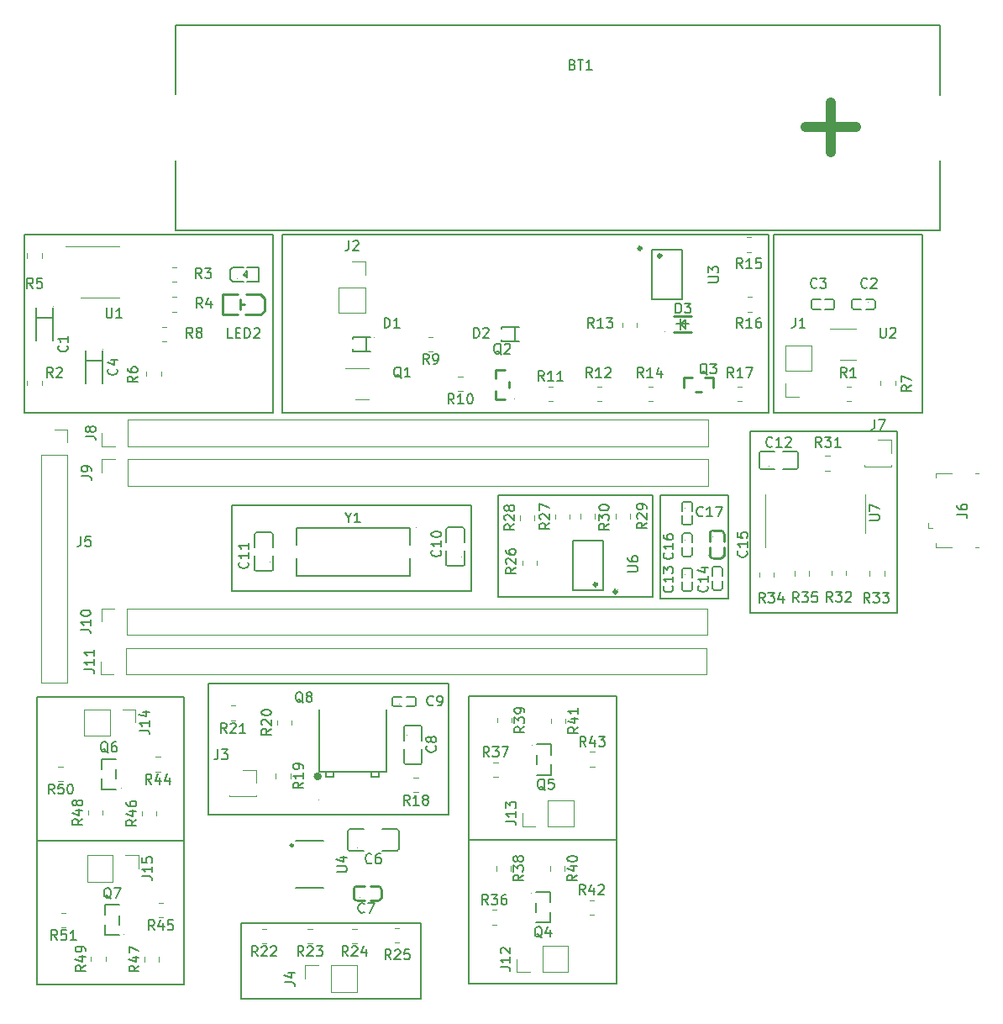
<source format=gbr>
%TF.GenerationSoftware,KiCad,Pcbnew,(7.0.0)*%
%TF.CreationDate,2023-03-21T09:15:46+02:00*%
%TF.ProjectId,HAT,4841542e-6b69-4636-9164-5f7063625858,rev?*%
%TF.SameCoordinates,Original*%
%TF.FileFunction,Legend,Top*%
%TF.FilePolarity,Positive*%
%FSLAX46Y46*%
G04 Gerber Fmt 4.6, Leading zero omitted, Abs format (unit mm)*
G04 Created by KiCad (PCBNEW (7.0.0)) date 2023-03-21 09:15:46*
%MOMM*%
%LPD*%
G01*
G04 APERTURE LIST*
%ADD10C,0.150000*%
%ADD11C,0.059995*%
%ADD12C,0.254001*%
%ADD13C,0.200000*%
%ADD14C,0.151994*%
%ADD15C,0.120000*%
%ADD16C,0.152400*%
%ADD17C,0.300000*%
%ADD18C,0.150013*%
%ADD19C,1.000000*%
%ADD20C,0.400000*%
G04 APERTURE END LIST*
D10*
X119000000Y-41000000D02*
X168020000Y-41000000D01*
X168020000Y-41000000D02*
X168020000Y-58955000D01*
X168020000Y-58955000D02*
X119000000Y-58955000D01*
X119000000Y-58955000D02*
X119000000Y-41000000D01*
X113919000Y-68199000D02*
X138049000Y-68199000D01*
X138049000Y-68199000D02*
X138049000Y-76835000D01*
X138049000Y-76835000D02*
X113919000Y-76835000D01*
X113919000Y-76835000D02*
X113919000Y-68199000D01*
X111500000Y-86162500D02*
X135750000Y-86162500D01*
X135750000Y-86162500D02*
X135750000Y-99362500D01*
X135750000Y-99362500D02*
X111500000Y-99362500D01*
X111500000Y-99362500D02*
X111500000Y-86162500D01*
X140716000Y-67183000D02*
X156337000Y-67183000D01*
X156337000Y-67183000D02*
X156337000Y-77470000D01*
X156337000Y-77470000D02*
X140716000Y-77470000D01*
X140716000Y-77470000D02*
X140716000Y-67183000D01*
X137800000Y-101899924D02*
X152700000Y-101899924D01*
X94200000Y-87550000D02*
X109100000Y-87550000D01*
X109100000Y-87550000D02*
X109100000Y-116500000D01*
X109100000Y-116500000D02*
X94200000Y-116500000D01*
X94200000Y-116500000D02*
X94200000Y-87550000D01*
X137800000Y-87424924D02*
X152700000Y-87424924D01*
X152700000Y-87424924D02*
X152700000Y-116374924D01*
X152700000Y-116374924D02*
X137800000Y-116374924D01*
X137800000Y-116374924D02*
X137800000Y-87424924D01*
X168490000Y-41000000D02*
X183510000Y-41000000D01*
X183510000Y-41000000D02*
X183510000Y-58955000D01*
X183510000Y-58955000D02*
X168490000Y-58955000D01*
X168490000Y-58955000D02*
X168490000Y-41000000D01*
X114850000Y-110300000D02*
X132950000Y-110300000D01*
X132950000Y-110300000D02*
X132950000Y-117946000D01*
X132950000Y-117946000D02*
X114850000Y-117946000D01*
X114850000Y-117946000D02*
X114850000Y-110300000D01*
X94200000Y-102025000D02*
X109100000Y-102025000D01*
X93000000Y-41000000D02*
X118020000Y-41000000D01*
X118020000Y-41000000D02*
X118020000Y-58955000D01*
X118020000Y-58955000D02*
X93000000Y-58955000D01*
X93000000Y-58955000D02*
X93000000Y-41000000D01*
X157099000Y-67183000D02*
X163957000Y-67183000D01*
X163957000Y-67183000D02*
X163957000Y-77597000D01*
X163957000Y-77597000D02*
X157099000Y-77597000D01*
X157099000Y-77597000D02*
X157099000Y-67183000D01*
X166116000Y-60807600D02*
X180898800Y-60807600D01*
X180898800Y-60807600D02*
X180898800Y-79095600D01*
X180898800Y-79095600D02*
X166116000Y-79095600D01*
X166116000Y-79095600D02*
X166116000Y-60807600D01*
%TO.C,Q3*%
X161804361Y-55072619D02*
X161709123Y-55025000D01*
X161709123Y-55025000D02*
X161613885Y-54929761D01*
X161613885Y-54929761D02*
X161471028Y-54786904D01*
X161471028Y-54786904D02*
X161375790Y-54739285D01*
X161375790Y-54739285D02*
X161280552Y-54739285D01*
X161328171Y-54977380D02*
X161232933Y-54929761D01*
X161232933Y-54929761D02*
X161137695Y-54834523D01*
X161137695Y-54834523D02*
X161090076Y-54644047D01*
X161090076Y-54644047D02*
X161090076Y-54310714D01*
X161090076Y-54310714D02*
X161137695Y-54120238D01*
X161137695Y-54120238D02*
X161232933Y-54025000D01*
X161232933Y-54025000D02*
X161328171Y-53977380D01*
X161328171Y-53977380D02*
X161518647Y-53977380D01*
X161518647Y-53977380D02*
X161613885Y-54025000D01*
X161613885Y-54025000D02*
X161709123Y-54120238D01*
X161709123Y-54120238D02*
X161756742Y-54310714D01*
X161756742Y-54310714D02*
X161756742Y-54644047D01*
X161756742Y-54644047D02*
X161709123Y-54834523D01*
X161709123Y-54834523D02*
X161613885Y-54929761D01*
X161613885Y-54929761D02*
X161518647Y-54977380D01*
X161518647Y-54977380D02*
X161328171Y-54977380D01*
X162090076Y-53977380D02*
X162709123Y-53977380D01*
X162709123Y-53977380D02*
X162375790Y-54358333D01*
X162375790Y-54358333D02*
X162518647Y-54358333D01*
X162518647Y-54358333D02*
X162613885Y-54405952D01*
X162613885Y-54405952D02*
X162661504Y-54453571D01*
X162661504Y-54453571D02*
X162709123Y-54548809D01*
X162709123Y-54548809D02*
X162709123Y-54786904D01*
X162709123Y-54786904D02*
X162661504Y-54882142D01*
X162661504Y-54882142D02*
X162613885Y-54929761D01*
X162613885Y-54929761D02*
X162518647Y-54977380D01*
X162518647Y-54977380D02*
X162232933Y-54977380D01*
X162232933Y-54977380D02*
X162137695Y-54929761D01*
X162137695Y-54929761D02*
X162090076Y-54882142D01*
%TO.C,D3*%
X158621505Y-48881380D02*
X158621505Y-47881380D01*
X158621505Y-47881380D02*
X158859600Y-47881380D01*
X158859600Y-47881380D02*
X159002457Y-47929000D01*
X159002457Y-47929000D02*
X159097695Y-48024238D01*
X159097695Y-48024238D02*
X159145314Y-48119476D01*
X159145314Y-48119476D02*
X159192933Y-48309952D01*
X159192933Y-48309952D02*
X159192933Y-48452809D01*
X159192933Y-48452809D02*
X159145314Y-48643285D01*
X159145314Y-48643285D02*
X159097695Y-48738523D01*
X159097695Y-48738523D02*
X159002457Y-48833761D01*
X159002457Y-48833761D02*
X158859600Y-48881380D01*
X158859600Y-48881380D02*
X158621505Y-48881380D01*
X159526267Y-47881380D02*
X160145314Y-47881380D01*
X160145314Y-47881380D02*
X159811981Y-48262333D01*
X159811981Y-48262333D02*
X159954838Y-48262333D01*
X159954838Y-48262333D02*
X160050076Y-48309952D01*
X160050076Y-48309952D02*
X160097695Y-48357571D01*
X160097695Y-48357571D02*
X160145314Y-48452809D01*
X160145314Y-48452809D02*
X160145314Y-48690904D01*
X160145314Y-48690904D02*
X160097695Y-48786142D01*
X160097695Y-48786142D02*
X160050076Y-48833761D01*
X160050076Y-48833761D02*
X159954838Y-48881380D01*
X159954838Y-48881380D02*
X159669124Y-48881380D01*
X159669124Y-48881380D02*
X159573886Y-48833761D01*
X159573886Y-48833761D02*
X159526267Y-48786142D01*
%TO.C,Q2*%
X141045548Y-53061006D02*
X140950310Y-53013387D01*
X140950310Y-53013387D02*
X140855072Y-52918148D01*
X140855072Y-52918148D02*
X140712215Y-52775291D01*
X140712215Y-52775291D02*
X140616977Y-52727672D01*
X140616977Y-52727672D02*
X140521739Y-52727672D01*
X140569358Y-52965767D02*
X140474120Y-52918148D01*
X140474120Y-52918148D02*
X140378882Y-52822910D01*
X140378882Y-52822910D02*
X140331263Y-52632434D01*
X140331263Y-52632434D02*
X140331263Y-52299101D01*
X140331263Y-52299101D02*
X140378882Y-52108625D01*
X140378882Y-52108625D02*
X140474120Y-52013387D01*
X140474120Y-52013387D02*
X140569358Y-51965767D01*
X140569358Y-51965767D02*
X140759834Y-51965767D01*
X140759834Y-51965767D02*
X140855072Y-52013387D01*
X140855072Y-52013387D02*
X140950310Y-52108625D01*
X140950310Y-52108625D02*
X140997929Y-52299101D01*
X140997929Y-52299101D02*
X140997929Y-52632434D01*
X140997929Y-52632434D02*
X140950310Y-52822910D01*
X140950310Y-52822910D02*
X140855072Y-52918148D01*
X140855072Y-52918148D02*
X140759834Y-52965767D01*
X140759834Y-52965767D02*
X140569358Y-52965767D01*
X141378882Y-52061006D02*
X141426501Y-52013387D01*
X141426501Y-52013387D02*
X141521739Y-51965767D01*
X141521739Y-51965767D02*
X141759834Y-51965767D01*
X141759834Y-51965767D02*
X141855072Y-52013387D01*
X141855072Y-52013387D02*
X141902691Y-52061006D01*
X141902691Y-52061006D02*
X141950310Y-52156244D01*
X141950310Y-52156244D02*
X141950310Y-52251482D01*
X141950310Y-52251482D02*
X141902691Y-52394339D01*
X141902691Y-52394339D02*
X141331263Y-52965767D01*
X141331263Y-52965767D02*
X141950310Y-52965767D01*
%TO.C,C15*%
X165750785Y-72833110D02*
X165798404Y-72880729D01*
X165798404Y-72880729D02*
X165846023Y-73023586D01*
X165846023Y-73023586D02*
X165846023Y-73118824D01*
X165846023Y-73118824D02*
X165798404Y-73261681D01*
X165798404Y-73261681D02*
X165703166Y-73356919D01*
X165703166Y-73356919D02*
X165607928Y-73404538D01*
X165607928Y-73404538D02*
X165417452Y-73452157D01*
X165417452Y-73452157D02*
X165274595Y-73452157D01*
X165274595Y-73452157D02*
X165084119Y-73404538D01*
X165084119Y-73404538D02*
X164988881Y-73356919D01*
X164988881Y-73356919D02*
X164893643Y-73261681D01*
X164893643Y-73261681D02*
X164846023Y-73118824D01*
X164846023Y-73118824D02*
X164846023Y-73023586D01*
X164846023Y-73023586D02*
X164893643Y-72880729D01*
X164893643Y-72880729D02*
X164941262Y-72833110D01*
X165846023Y-71880729D02*
X165846023Y-72452157D01*
X165846023Y-72166443D02*
X164846023Y-72166443D01*
X164846023Y-72166443D02*
X164988881Y-72261681D01*
X164988881Y-72261681D02*
X165084119Y-72356919D01*
X165084119Y-72356919D02*
X165131738Y-72452157D01*
X164846023Y-70975967D02*
X164846023Y-71452157D01*
X164846023Y-71452157D02*
X165322214Y-71499776D01*
X165322214Y-71499776D02*
X165274595Y-71452157D01*
X165274595Y-71452157D02*
X165226976Y-71356919D01*
X165226976Y-71356919D02*
X165226976Y-71118824D01*
X165226976Y-71118824D02*
X165274595Y-71023586D01*
X165274595Y-71023586D02*
X165322214Y-70975967D01*
X165322214Y-70975967D02*
X165417452Y-70928348D01*
X165417452Y-70928348D02*
X165655547Y-70928348D01*
X165655547Y-70928348D02*
X165750785Y-70975967D01*
X165750785Y-70975967D02*
X165798404Y-71023586D01*
X165798404Y-71023586D02*
X165846023Y-71118824D01*
X165846023Y-71118824D02*
X165846023Y-71356919D01*
X165846023Y-71356919D02*
X165798404Y-71452157D01*
X165798404Y-71452157D02*
X165750785Y-71499776D01*
%TO.C,LED2*%
X113940414Y-51388112D02*
X113464224Y-51388112D01*
X113464224Y-51388112D02*
X113464224Y-50388112D01*
X114273748Y-50864303D02*
X114607081Y-50864303D01*
X114749938Y-51388112D02*
X114273748Y-51388112D01*
X114273748Y-51388112D02*
X114273748Y-50388112D01*
X114273748Y-50388112D02*
X114749938Y-50388112D01*
X115178510Y-51388112D02*
X115178510Y-50388112D01*
X115178510Y-50388112D02*
X115416605Y-50388112D01*
X115416605Y-50388112D02*
X115559462Y-50435732D01*
X115559462Y-50435732D02*
X115654700Y-50530970D01*
X115654700Y-50530970D02*
X115702319Y-50626208D01*
X115702319Y-50626208D02*
X115749938Y-50816684D01*
X115749938Y-50816684D02*
X115749938Y-50959541D01*
X115749938Y-50959541D02*
X115702319Y-51150017D01*
X115702319Y-51150017D02*
X115654700Y-51245255D01*
X115654700Y-51245255D02*
X115559462Y-51340493D01*
X115559462Y-51340493D02*
X115416605Y-51388112D01*
X115416605Y-51388112D02*
X115178510Y-51388112D01*
X116130891Y-50483351D02*
X116178510Y-50435732D01*
X116178510Y-50435732D02*
X116273748Y-50388112D01*
X116273748Y-50388112D02*
X116511843Y-50388112D01*
X116511843Y-50388112D02*
X116607081Y-50435732D01*
X116607081Y-50435732D02*
X116654700Y-50483351D01*
X116654700Y-50483351D02*
X116702319Y-50578589D01*
X116702319Y-50578589D02*
X116702319Y-50673827D01*
X116702319Y-50673827D02*
X116654700Y-50816684D01*
X116654700Y-50816684D02*
X116083272Y-51388112D01*
X116083272Y-51388112D02*
X116702319Y-51388112D01*
%TO.C,U4*%
X124465183Y-105160447D02*
X125274707Y-105160447D01*
X125274707Y-105160447D02*
X125369945Y-105112828D01*
X125369945Y-105112828D02*
X125417564Y-105065209D01*
X125417564Y-105065209D02*
X125465183Y-104969971D01*
X125465183Y-104969971D02*
X125465183Y-104779495D01*
X125465183Y-104779495D02*
X125417564Y-104684257D01*
X125417564Y-104684257D02*
X125369945Y-104636638D01*
X125369945Y-104636638D02*
X125274707Y-104589019D01*
X125274707Y-104589019D02*
X124465183Y-104589019D01*
X124798517Y-103684257D02*
X125465183Y-103684257D01*
X124417564Y-103922352D02*
X125131850Y-104160447D01*
X125131850Y-104160447D02*
X125131850Y-103541400D01*
%TO.C,C7*%
X127239733Y-109187342D02*
X127192114Y-109234961D01*
X127192114Y-109234961D02*
X127049257Y-109282580D01*
X127049257Y-109282580D02*
X126954019Y-109282580D01*
X126954019Y-109282580D02*
X126811162Y-109234961D01*
X126811162Y-109234961D02*
X126715924Y-109139723D01*
X126715924Y-109139723D02*
X126668305Y-109044485D01*
X126668305Y-109044485D02*
X126620686Y-108854009D01*
X126620686Y-108854009D02*
X126620686Y-108711152D01*
X126620686Y-108711152D02*
X126668305Y-108520676D01*
X126668305Y-108520676D02*
X126715924Y-108425438D01*
X126715924Y-108425438D02*
X126811162Y-108330200D01*
X126811162Y-108330200D02*
X126954019Y-108282580D01*
X126954019Y-108282580D02*
X127049257Y-108282580D01*
X127049257Y-108282580D02*
X127192114Y-108330200D01*
X127192114Y-108330200D02*
X127239733Y-108377819D01*
X127573067Y-108282580D02*
X128239733Y-108282580D01*
X128239733Y-108282580D02*
X127811162Y-109282580D01*
%TO.C,R1*%
X175833333Y-55367380D02*
X175500000Y-54891190D01*
X175261905Y-55367380D02*
X175261905Y-54367380D01*
X175261905Y-54367380D02*
X175642857Y-54367380D01*
X175642857Y-54367380D02*
X175738095Y-54415000D01*
X175738095Y-54415000D02*
X175785714Y-54462619D01*
X175785714Y-54462619D02*
X175833333Y-54557857D01*
X175833333Y-54557857D02*
X175833333Y-54700714D01*
X175833333Y-54700714D02*
X175785714Y-54795952D01*
X175785714Y-54795952D02*
X175738095Y-54843571D01*
X175738095Y-54843571D02*
X175642857Y-54891190D01*
X175642857Y-54891190D02*
X175261905Y-54891190D01*
X176785714Y-55367380D02*
X176214286Y-55367380D01*
X176500000Y-55367380D02*
X176500000Y-54367380D01*
X176500000Y-54367380D02*
X176404762Y-54510238D01*
X176404762Y-54510238D02*
X176309524Y-54605476D01*
X176309524Y-54605476D02*
X176214286Y-54653095D01*
%TO.C,J10*%
X98657380Y-80759523D02*
X99371666Y-80759523D01*
X99371666Y-80759523D02*
X99514523Y-80807142D01*
X99514523Y-80807142D02*
X99609761Y-80902380D01*
X99609761Y-80902380D02*
X99657380Y-81045237D01*
X99657380Y-81045237D02*
X99657380Y-81140475D01*
X99657380Y-79759523D02*
X99657380Y-80330951D01*
X99657380Y-80045237D02*
X98657380Y-80045237D01*
X98657380Y-80045237D02*
X98800238Y-80140475D01*
X98800238Y-80140475D02*
X98895476Y-80235713D01*
X98895476Y-80235713D02*
X98943095Y-80330951D01*
X98657380Y-79140475D02*
X98657380Y-79045237D01*
X98657380Y-79045237D02*
X98705000Y-78949999D01*
X98705000Y-78949999D02*
X98752619Y-78902380D01*
X98752619Y-78902380D02*
X98847857Y-78854761D01*
X98847857Y-78854761D02*
X99038333Y-78807142D01*
X99038333Y-78807142D02*
X99276428Y-78807142D01*
X99276428Y-78807142D02*
X99466904Y-78854761D01*
X99466904Y-78854761D02*
X99562142Y-78902380D01*
X99562142Y-78902380D02*
X99609761Y-78949999D01*
X99609761Y-78949999D02*
X99657380Y-79045237D01*
X99657380Y-79045237D02*
X99657380Y-79140475D01*
X99657380Y-79140475D02*
X99609761Y-79235713D01*
X99609761Y-79235713D02*
X99562142Y-79283332D01*
X99562142Y-79283332D02*
X99466904Y-79330951D01*
X99466904Y-79330951D02*
X99276428Y-79378570D01*
X99276428Y-79378570D02*
X99038333Y-79378570D01*
X99038333Y-79378570D02*
X98847857Y-79330951D01*
X98847857Y-79330951D02*
X98752619Y-79283332D01*
X98752619Y-79283332D02*
X98705000Y-79235713D01*
X98705000Y-79235713D02*
X98657380Y-79140475D01*
%TO.C,J12*%
X140947380Y-114734447D02*
X141661666Y-114734447D01*
X141661666Y-114734447D02*
X141804523Y-114782066D01*
X141804523Y-114782066D02*
X141899761Y-114877304D01*
X141899761Y-114877304D02*
X141947380Y-115020161D01*
X141947380Y-115020161D02*
X141947380Y-115115399D01*
X141947380Y-113734447D02*
X141947380Y-114305875D01*
X141947380Y-114020161D02*
X140947380Y-114020161D01*
X140947380Y-114020161D02*
X141090238Y-114115399D01*
X141090238Y-114115399D02*
X141185476Y-114210637D01*
X141185476Y-114210637D02*
X141233095Y-114305875D01*
X141042619Y-113353494D02*
X140995000Y-113305875D01*
X140995000Y-113305875D02*
X140947380Y-113210637D01*
X140947380Y-113210637D02*
X140947380Y-112972542D01*
X140947380Y-112972542D02*
X140995000Y-112877304D01*
X140995000Y-112877304D02*
X141042619Y-112829685D01*
X141042619Y-112829685D02*
X141137857Y-112782066D01*
X141137857Y-112782066D02*
X141233095Y-112782066D01*
X141233095Y-112782066D02*
X141375952Y-112829685D01*
X141375952Y-112829685D02*
X141947380Y-113401113D01*
X141947380Y-113401113D02*
X141947380Y-112782066D01*
%TO.C,U2*%
X179238095Y-50367380D02*
X179238095Y-51176904D01*
X179238095Y-51176904D02*
X179285714Y-51272142D01*
X179285714Y-51272142D02*
X179333333Y-51319761D01*
X179333333Y-51319761D02*
X179428571Y-51367380D01*
X179428571Y-51367380D02*
X179619047Y-51367380D01*
X179619047Y-51367380D02*
X179714285Y-51319761D01*
X179714285Y-51319761D02*
X179761904Y-51272142D01*
X179761904Y-51272142D02*
X179809523Y-51176904D01*
X179809523Y-51176904D02*
X179809523Y-50367380D01*
X180238095Y-50462619D02*
X180285714Y-50415000D01*
X180285714Y-50415000D02*
X180380952Y-50367380D01*
X180380952Y-50367380D02*
X180619047Y-50367380D01*
X180619047Y-50367380D02*
X180714285Y-50415000D01*
X180714285Y-50415000D02*
X180761904Y-50462619D01*
X180761904Y-50462619D02*
X180809523Y-50557857D01*
X180809523Y-50557857D02*
X180809523Y-50653095D01*
X180809523Y-50653095D02*
X180761904Y-50795952D01*
X180761904Y-50795952D02*
X180190476Y-51367380D01*
X180190476Y-51367380D02*
X180809523Y-51367380D01*
%TO.C,R51*%
X96279642Y-112017380D02*
X95946309Y-111541190D01*
X95708214Y-112017380D02*
X95708214Y-111017380D01*
X95708214Y-111017380D02*
X96089166Y-111017380D01*
X96089166Y-111017380D02*
X96184404Y-111065000D01*
X96184404Y-111065000D02*
X96232023Y-111112619D01*
X96232023Y-111112619D02*
X96279642Y-111207857D01*
X96279642Y-111207857D02*
X96279642Y-111350714D01*
X96279642Y-111350714D02*
X96232023Y-111445952D01*
X96232023Y-111445952D02*
X96184404Y-111493571D01*
X96184404Y-111493571D02*
X96089166Y-111541190D01*
X96089166Y-111541190D02*
X95708214Y-111541190D01*
X97184404Y-111017380D02*
X96708214Y-111017380D01*
X96708214Y-111017380D02*
X96660595Y-111493571D01*
X96660595Y-111493571D02*
X96708214Y-111445952D01*
X96708214Y-111445952D02*
X96803452Y-111398333D01*
X96803452Y-111398333D02*
X97041547Y-111398333D01*
X97041547Y-111398333D02*
X97136785Y-111445952D01*
X97136785Y-111445952D02*
X97184404Y-111493571D01*
X97184404Y-111493571D02*
X97232023Y-111588809D01*
X97232023Y-111588809D02*
X97232023Y-111826904D01*
X97232023Y-111826904D02*
X97184404Y-111922142D01*
X97184404Y-111922142D02*
X97136785Y-111969761D01*
X97136785Y-111969761D02*
X97041547Y-112017380D01*
X97041547Y-112017380D02*
X96803452Y-112017380D01*
X96803452Y-112017380D02*
X96708214Y-111969761D01*
X96708214Y-111969761D02*
X96660595Y-111922142D01*
X98184404Y-112017380D02*
X97612976Y-112017380D01*
X97898690Y-112017380D02*
X97898690Y-111017380D01*
X97898690Y-111017380D02*
X97803452Y-111160238D01*
X97803452Y-111160238D02*
X97708214Y-111255476D01*
X97708214Y-111255476D02*
X97612976Y-111303095D01*
%TO.C,R19*%
X121067380Y-96142857D02*
X120591190Y-96476190D01*
X121067380Y-96714285D02*
X120067380Y-96714285D01*
X120067380Y-96714285D02*
X120067380Y-96333333D01*
X120067380Y-96333333D02*
X120115000Y-96238095D01*
X120115000Y-96238095D02*
X120162619Y-96190476D01*
X120162619Y-96190476D02*
X120257857Y-96142857D01*
X120257857Y-96142857D02*
X120400714Y-96142857D01*
X120400714Y-96142857D02*
X120495952Y-96190476D01*
X120495952Y-96190476D02*
X120543571Y-96238095D01*
X120543571Y-96238095D02*
X120591190Y-96333333D01*
X120591190Y-96333333D02*
X120591190Y-96714285D01*
X121067380Y-95190476D02*
X121067380Y-95761904D01*
X121067380Y-95476190D02*
X120067380Y-95476190D01*
X120067380Y-95476190D02*
X120210238Y-95571428D01*
X120210238Y-95571428D02*
X120305476Y-95666666D01*
X120305476Y-95666666D02*
X120353095Y-95761904D01*
X121067380Y-94714285D02*
X121067380Y-94523809D01*
X121067380Y-94523809D02*
X121019761Y-94428571D01*
X121019761Y-94428571D02*
X120972142Y-94380952D01*
X120972142Y-94380952D02*
X120829285Y-94285714D01*
X120829285Y-94285714D02*
X120638809Y-94238095D01*
X120638809Y-94238095D02*
X120257857Y-94238095D01*
X120257857Y-94238095D02*
X120162619Y-94285714D01*
X120162619Y-94285714D02*
X120115000Y-94333333D01*
X120115000Y-94333333D02*
X120067380Y-94428571D01*
X120067380Y-94428571D02*
X120067380Y-94619047D01*
X120067380Y-94619047D02*
X120115000Y-94714285D01*
X120115000Y-94714285D02*
X120162619Y-94761904D01*
X120162619Y-94761904D02*
X120257857Y-94809523D01*
X120257857Y-94809523D02*
X120495952Y-94809523D01*
X120495952Y-94809523D02*
X120591190Y-94761904D01*
X120591190Y-94761904D02*
X120638809Y-94714285D01*
X120638809Y-94714285D02*
X120686428Y-94619047D01*
X120686428Y-94619047D02*
X120686428Y-94428571D01*
X120686428Y-94428571D02*
X120638809Y-94333333D01*
X120638809Y-94333333D02*
X120591190Y-94285714D01*
X120591190Y-94285714D02*
X120495952Y-94238095D01*
%TO.C,R36*%
X139694642Y-108442304D02*
X139361309Y-107966114D01*
X139123214Y-108442304D02*
X139123214Y-107442304D01*
X139123214Y-107442304D02*
X139504166Y-107442304D01*
X139504166Y-107442304D02*
X139599404Y-107489924D01*
X139599404Y-107489924D02*
X139647023Y-107537543D01*
X139647023Y-107537543D02*
X139694642Y-107632781D01*
X139694642Y-107632781D02*
X139694642Y-107775638D01*
X139694642Y-107775638D02*
X139647023Y-107870876D01*
X139647023Y-107870876D02*
X139599404Y-107918495D01*
X139599404Y-107918495D02*
X139504166Y-107966114D01*
X139504166Y-107966114D02*
X139123214Y-107966114D01*
X140027976Y-107442304D02*
X140647023Y-107442304D01*
X140647023Y-107442304D02*
X140313690Y-107823257D01*
X140313690Y-107823257D02*
X140456547Y-107823257D01*
X140456547Y-107823257D02*
X140551785Y-107870876D01*
X140551785Y-107870876D02*
X140599404Y-107918495D01*
X140599404Y-107918495D02*
X140647023Y-108013733D01*
X140647023Y-108013733D02*
X140647023Y-108251828D01*
X140647023Y-108251828D02*
X140599404Y-108347066D01*
X140599404Y-108347066D02*
X140551785Y-108394685D01*
X140551785Y-108394685D02*
X140456547Y-108442304D01*
X140456547Y-108442304D02*
X140170833Y-108442304D01*
X140170833Y-108442304D02*
X140075595Y-108394685D01*
X140075595Y-108394685D02*
X140027976Y-108347066D01*
X141504166Y-107442304D02*
X141313690Y-107442304D01*
X141313690Y-107442304D02*
X141218452Y-107489924D01*
X141218452Y-107489924D02*
X141170833Y-107537543D01*
X141170833Y-107537543D02*
X141075595Y-107680400D01*
X141075595Y-107680400D02*
X141027976Y-107870876D01*
X141027976Y-107870876D02*
X141027976Y-108251828D01*
X141027976Y-108251828D02*
X141075595Y-108347066D01*
X141075595Y-108347066D02*
X141123214Y-108394685D01*
X141123214Y-108394685D02*
X141218452Y-108442304D01*
X141218452Y-108442304D02*
X141408928Y-108442304D01*
X141408928Y-108442304D02*
X141504166Y-108394685D01*
X141504166Y-108394685D02*
X141551785Y-108347066D01*
X141551785Y-108347066D02*
X141599404Y-108251828D01*
X141599404Y-108251828D02*
X141599404Y-108013733D01*
X141599404Y-108013733D02*
X141551785Y-107918495D01*
X141551785Y-107918495D02*
X141504166Y-107870876D01*
X141504166Y-107870876D02*
X141408928Y-107823257D01*
X141408928Y-107823257D02*
X141218452Y-107823257D01*
X141218452Y-107823257D02*
X141123214Y-107870876D01*
X141123214Y-107870876D02*
X141075595Y-107918495D01*
X141075595Y-107918495D02*
X141027976Y-108013733D01*
%TO.C,R22*%
X116486386Y-113637380D02*
X116153053Y-113161190D01*
X115914958Y-113637380D02*
X115914958Y-112637380D01*
X115914958Y-112637380D02*
X116295910Y-112637380D01*
X116295910Y-112637380D02*
X116391148Y-112685000D01*
X116391148Y-112685000D02*
X116438767Y-112732619D01*
X116438767Y-112732619D02*
X116486386Y-112827857D01*
X116486386Y-112827857D02*
X116486386Y-112970714D01*
X116486386Y-112970714D02*
X116438767Y-113065952D01*
X116438767Y-113065952D02*
X116391148Y-113113571D01*
X116391148Y-113113571D02*
X116295910Y-113161190D01*
X116295910Y-113161190D02*
X115914958Y-113161190D01*
X116867339Y-112732619D02*
X116914958Y-112685000D01*
X116914958Y-112685000D02*
X117010196Y-112637380D01*
X117010196Y-112637380D02*
X117248291Y-112637380D01*
X117248291Y-112637380D02*
X117343529Y-112685000D01*
X117343529Y-112685000D02*
X117391148Y-112732619D01*
X117391148Y-112732619D02*
X117438767Y-112827857D01*
X117438767Y-112827857D02*
X117438767Y-112923095D01*
X117438767Y-112923095D02*
X117391148Y-113065952D01*
X117391148Y-113065952D02*
X116819720Y-113637380D01*
X116819720Y-113637380D02*
X117438767Y-113637380D01*
X117819720Y-112732619D02*
X117867339Y-112685000D01*
X117867339Y-112685000D02*
X117962577Y-112637380D01*
X117962577Y-112637380D02*
X118200672Y-112637380D01*
X118200672Y-112637380D02*
X118295910Y-112685000D01*
X118295910Y-112685000D02*
X118343529Y-112732619D01*
X118343529Y-112732619D02*
X118391148Y-112827857D01*
X118391148Y-112827857D02*
X118391148Y-112923095D01*
X118391148Y-112923095D02*
X118343529Y-113065952D01*
X118343529Y-113065952D02*
X117772101Y-113637380D01*
X117772101Y-113637380D02*
X118391148Y-113637380D01*
%TO.C,R50*%
X95979642Y-97317380D02*
X95646309Y-96841190D01*
X95408214Y-97317380D02*
X95408214Y-96317380D01*
X95408214Y-96317380D02*
X95789166Y-96317380D01*
X95789166Y-96317380D02*
X95884404Y-96365000D01*
X95884404Y-96365000D02*
X95932023Y-96412619D01*
X95932023Y-96412619D02*
X95979642Y-96507857D01*
X95979642Y-96507857D02*
X95979642Y-96650714D01*
X95979642Y-96650714D02*
X95932023Y-96745952D01*
X95932023Y-96745952D02*
X95884404Y-96793571D01*
X95884404Y-96793571D02*
X95789166Y-96841190D01*
X95789166Y-96841190D02*
X95408214Y-96841190D01*
X96884404Y-96317380D02*
X96408214Y-96317380D01*
X96408214Y-96317380D02*
X96360595Y-96793571D01*
X96360595Y-96793571D02*
X96408214Y-96745952D01*
X96408214Y-96745952D02*
X96503452Y-96698333D01*
X96503452Y-96698333D02*
X96741547Y-96698333D01*
X96741547Y-96698333D02*
X96836785Y-96745952D01*
X96836785Y-96745952D02*
X96884404Y-96793571D01*
X96884404Y-96793571D02*
X96932023Y-96888809D01*
X96932023Y-96888809D02*
X96932023Y-97126904D01*
X96932023Y-97126904D02*
X96884404Y-97222142D01*
X96884404Y-97222142D02*
X96836785Y-97269761D01*
X96836785Y-97269761D02*
X96741547Y-97317380D01*
X96741547Y-97317380D02*
X96503452Y-97317380D01*
X96503452Y-97317380D02*
X96408214Y-97269761D01*
X96408214Y-97269761D02*
X96360595Y-97222142D01*
X97551071Y-96317380D02*
X97646309Y-96317380D01*
X97646309Y-96317380D02*
X97741547Y-96365000D01*
X97741547Y-96365000D02*
X97789166Y-96412619D01*
X97789166Y-96412619D02*
X97836785Y-96507857D01*
X97836785Y-96507857D02*
X97884404Y-96698333D01*
X97884404Y-96698333D02*
X97884404Y-96936428D01*
X97884404Y-96936428D02*
X97836785Y-97126904D01*
X97836785Y-97126904D02*
X97789166Y-97222142D01*
X97789166Y-97222142D02*
X97741547Y-97269761D01*
X97741547Y-97269761D02*
X97646309Y-97317380D01*
X97646309Y-97317380D02*
X97551071Y-97317380D01*
X97551071Y-97317380D02*
X97455833Y-97269761D01*
X97455833Y-97269761D02*
X97408214Y-97222142D01*
X97408214Y-97222142D02*
X97360595Y-97126904D01*
X97360595Y-97126904D02*
X97312976Y-96936428D01*
X97312976Y-96936428D02*
X97312976Y-96698333D01*
X97312976Y-96698333D02*
X97360595Y-96507857D01*
X97360595Y-96507857D02*
X97408214Y-96412619D01*
X97408214Y-96412619D02*
X97455833Y-96365000D01*
X97455833Y-96365000D02*
X97551071Y-96317380D01*
%TO.C,Y1*%
X125615768Y-69487190D02*
X125615768Y-69963380D01*
X125282435Y-68963380D02*
X125615768Y-69487190D01*
X125615768Y-69487190D02*
X125949101Y-68963380D01*
X126806244Y-69963380D02*
X126234816Y-69963380D01*
X126520530Y-69963380D02*
X126520530Y-68963380D01*
X126520530Y-68963380D02*
X126425292Y-69106238D01*
X126425292Y-69106238D02*
X126330054Y-69201476D01*
X126330054Y-69201476D02*
X126234816Y-69249095D01*
%TO.C,U6*%
X153799380Y-74929904D02*
X154608904Y-74929904D01*
X154608904Y-74929904D02*
X154704142Y-74882285D01*
X154704142Y-74882285D02*
X154751761Y-74834666D01*
X154751761Y-74834666D02*
X154799380Y-74739428D01*
X154799380Y-74739428D02*
X154799380Y-74548952D01*
X154799380Y-74548952D02*
X154751761Y-74453714D01*
X154751761Y-74453714D02*
X154704142Y-74406095D01*
X154704142Y-74406095D02*
X154608904Y-74358476D01*
X154608904Y-74358476D02*
X153799380Y-74358476D01*
X153799380Y-73453714D02*
X153799380Y-73644190D01*
X153799380Y-73644190D02*
X153847000Y-73739428D01*
X153847000Y-73739428D02*
X153894619Y-73787047D01*
X153894619Y-73787047D02*
X154037476Y-73882285D01*
X154037476Y-73882285D02*
X154227952Y-73929904D01*
X154227952Y-73929904D02*
X154608904Y-73929904D01*
X154608904Y-73929904D02*
X154704142Y-73882285D01*
X154704142Y-73882285D02*
X154751761Y-73834666D01*
X154751761Y-73834666D02*
X154799380Y-73739428D01*
X154799380Y-73739428D02*
X154799380Y-73548952D01*
X154799380Y-73548952D02*
X154751761Y-73453714D01*
X154751761Y-73453714D02*
X154704142Y-73406095D01*
X154704142Y-73406095D02*
X154608904Y-73358476D01*
X154608904Y-73358476D02*
X154370809Y-73358476D01*
X154370809Y-73358476D02*
X154275571Y-73406095D01*
X154275571Y-73406095D02*
X154227952Y-73453714D01*
X154227952Y-73453714D02*
X154180333Y-73548952D01*
X154180333Y-73548952D02*
X154180333Y-73739428D01*
X154180333Y-73739428D02*
X154227952Y-73834666D01*
X154227952Y-73834666D02*
X154275571Y-73882285D01*
X154275571Y-73882285D02*
X154370809Y-73929904D01*
%TO.C,Q5*%
X145454761Y-96912581D02*
X145359523Y-96864962D01*
X145359523Y-96864962D02*
X145264285Y-96769723D01*
X145264285Y-96769723D02*
X145121428Y-96626866D01*
X145121428Y-96626866D02*
X145026190Y-96579247D01*
X145026190Y-96579247D02*
X144930952Y-96579247D01*
X144978571Y-96817342D02*
X144883333Y-96769723D01*
X144883333Y-96769723D02*
X144788095Y-96674485D01*
X144788095Y-96674485D02*
X144740476Y-96484009D01*
X144740476Y-96484009D02*
X144740476Y-96150676D01*
X144740476Y-96150676D02*
X144788095Y-95960200D01*
X144788095Y-95960200D02*
X144883333Y-95864962D01*
X144883333Y-95864962D02*
X144978571Y-95817342D01*
X144978571Y-95817342D02*
X145169047Y-95817342D01*
X145169047Y-95817342D02*
X145264285Y-95864962D01*
X145264285Y-95864962D02*
X145359523Y-95960200D01*
X145359523Y-95960200D02*
X145407142Y-96150676D01*
X145407142Y-96150676D02*
X145407142Y-96484009D01*
X145407142Y-96484009D02*
X145359523Y-96674485D01*
X145359523Y-96674485D02*
X145264285Y-96769723D01*
X145264285Y-96769723D02*
X145169047Y-96817342D01*
X145169047Y-96817342D02*
X144978571Y-96817342D01*
X146311904Y-95817342D02*
X145835714Y-95817342D01*
X145835714Y-95817342D02*
X145788095Y-96293533D01*
X145788095Y-96293533D02*
X145835714Y-96245914D01*
X145835714Y-96245914D02*
X145930952Y-96198295D01*
X145930952Y-96198295D02*
X146169047Y-96198295D01*
X146169047Y-96198295D02*
X146264285Y-96245914D01*
X146264285Y-96245914D02*
X146311904Y-96293533D01*
X146311904Y-96293533D02*
X146359523Y-96388771D01*
X146359523Y-96388771D02*
X146359523Y-96626866D01*
X146359523Y-96626866D02*
X146311904Y-96722104D01*
X146311904Y-96722104D02*
X146264285Y-96769723D01*
X146264285Y-96769723D02*
X146169047Y-96817342D01*
X146169047Y-96817342D02*
X145930952Y-96817342D01*
X145930952Y-96817342D02*
X145835714Y-96769723D01*
X145835714Y-96769723D02*
X145788095Y-96722104D01*
%TO.C,R8*%
X109920833Y-51367380D02*
X109587500Y-50891190D01*
X109349405Y-51367380D02*
X109349405Y-50367380D01*
X109349405Y-50367380D02*
X109730357Y-50367380D01*
X109730357Y-50367380D02*
X109825595Y-50415000D01*
X109825595Y-50415000D02*
X109873214Y-50462619D01*
X109873214Y-50462619D02*
X109920833Y-50557857D01*
X109920833Y-50557857D02*
X109920833Y-50700714D01*
X109920833Y-50700714D02*
X109873214Y-50795952D01*
X109873214Y-50795952D02*
X109825595Y-50843571D01*
X109825595Y-50843571D02*
X109730357Y-50891190D01*
X109730357Y-50891190D02*
X109349405Y-50891190D01*
X110492262Y-50795952D02*
X110397024Y-50748333D01*
X110397024Y-50748333D02*
X110349405Y-50700714D01*
X110349405Y-50700714D02*
X110301786Y-50605476D01*
X110301786Y-50605476D02*
X110301786Y-50557857D01*
X110301786Y-50557857D02*
X110349405Y-50462619D01*
X110349405Y-50462619D02*
X110397024Y-50415000D01*
X110397024Y-50415000D02*
X110492262Y-50367380D01*
X110492262Y-50367380D02*
X110682738Y-50367380D01*
X110682738Y-50367380D02*
X110777976Y-50415000D01*
X110777976Y-50415000D02*
X110825595Y-50462619D01*
X110825595Y-50462619D02*
X110873214Y-50557857D01*
X110873214Y-50557857D02*
X110873214Y-50605476D01*
X110873214Y-50605476D02*
X110825595Y-50700714D01*
X110825595Y-50700714D02*
X110777976Y-50748333D01*
X110777976Y-50748333D02*
X110682738Y-50795952D01*
X110682738Y-50795952D02*
X110492262Y-50795952D01*
X110492262Y-50795952D02*
X110397024Y-50843571D01*
X110397024Y-50843571D02*
X110349405Y-50891190D01*
X110349405Y-50891190D02*
X110301786Y-50986428D01*
X110301786Y-50986428D02*
X110301786Y-51176904D01*
X110301786Y-51176904D02*
X110349405Y-51272142D01*
X110349405Y-51272142D02*
X110397024Y-51319761D01*
X110397024Y-51319761D02*
X110492262Y-51367380D01*
X110492262Y-51367380D02*
X110682738Y-51367380D01*
X110682738Y-51367380D02*
X110777976Y-51319761D01*
X110777976Y-51319761D02*
X110825595Y-51272142D01*
X110825595Y-51272142D02*
X110873214Y-51176904D01*
X110873214Y-51176904D02*
X110873214Y-50986428D01*
X110873214Y-50986428D02*
X110825595Y-50891190D01*
X110825595Y-50891190D02*
X110777976Y-50843571D01*
X110777976Y-50843571D02*
X110682738Y-50795952D01*
%TO.C,C11*%
X115461142Y-73953857D02*
X115508761Y-74001476D01*
X115508761Y-74001476D02*
X115556380Y-74144333D01*
X115556380Y-74144333D02*
X115556380Y-74239571D01*
X115556380Y-74239571D02*
X115508761Y-74382428D01*
X115508761Y-74382428D02*
X115413523Y-74477666D01*
X115413523Y-74477666D02*
X115318285Y-74525285D01*
X115318285Y-74525285D02*
X115127809Y-74572904D01*
X115127809Y-74572904D02*
X114984952Y-74572904D01*
X114984952Y-74572904D02*
X114794476Y-74525285D01*
X114794476Y-74525285D02*
X114699238Y-74477666D01*
X114699238Y-74477666D02*
X114604000Y-74382428D01*
X114604000Y-74382428D02*
X114556380Y-74239571D01*
X114556380Y-74239571D02*
X114556380Y-74144333D01*
X114556380Y-74144333D02*
X114604000Y-74001476D01*
X114604000Y-74001476D02*
X114651619Y-73953857D01*
X115556380Y-73001476D02*
X115556380Y-73572904D01*
X115556380Y-73287190D02*
X114556380Y-73287190D01*
X114556380Y-73287190D02*
X114699238Y-73382428D01*
X114699238Y-73382428D02*
X114794476Y-73477666D01*
X114794476Y-73477666D02*
X114842095Y-73572904D01*
X115556380Y-72049095D02*
X115556380Y-72620523D01*
X115556380Y-72334809D02*
X114556380Y-72334809D01*
X114556380Y-72334809D02*
X114699238Y-72430047D01*
X114699238Y-72430047D02*
X114794476Y-72525285D01*
X114794476Y-72525285D02*
X114842095Y-72620523D01*
%TO.C,J7*%
X178666666Y-59597380D02*
X178666666Y-60311666D01*
X178666666Y-60311666D02*
X178619047Y-60454523D01*
X178619047Y-60454523D02*
X178523809Y-60549761D01*
X178523809Y-60549761D02*
X178380952Y-60597380D01*
X178380952Y-60597380D02*
X178285714Y-60597380D01*
X179047619Y-59597380D02*
X179714285Y-59597380D01*
X179714285Y-59597380D02*
X179285714Y-60597380D01*
%TO.C,R32*%
X174413942Y-77938980D02*
X174080609Y-77462790D01*
X173842514Y-77938980D02*
X173842514Y-76938980D01*
X173842514Y-76938980D02*
X174223466Y-76938980D01*
X174223466Y-76938980D02*
X174318704Y-76986600D01*
X174318704Y-76986600D02*
X174366323Y-77034219D01*
X174366323Y-77034219D02*
X174413942Y-77129457D01*
X174413942Y-77129457D02*
X174413942Y-77272314D01*
X174413942Y-77272314D02*
X174366323Y-77367552D01*
X174366323Y-77367552D02*
X174318704Y-77415171D01*
X174318704Y-77415171D02*
X174223466Y-77462790D01*
X174223466Y-77462790D02*
X173842514Y-77462790D01*
X174747276Y-76938980D02*
X175366323Y-76938980D01*
X175366323Y-76938980D02*
X175032990Y-77319933D01*
X175032990Y-77319933D02*
X175175847Y-77319933D01*
X175175847Y-77319933D02*
X175271085Y-77367552D01*
X175271085Y-77367552D02*
X175318704Y-77415171D01*
X175318704Y-77415171D02*
X175366323Y-77510409D01*
X175366323Y-77510409D02*
X175366323Y-77748504D01*
X175366323Y-77748504D02*
X175318704Y-77843742D01*
X175318704Y-77843742D02*
X175271085Y-77891361D01*
X175271085Y-77891361D02*
X175175847Y-77938980D01*
X175175847Y-77938980D02*
X174890133Y-77938980D01*
X174890133Y-77938980D02*
X174794895Y-77891361D01*
X174794895Y-77891361D02*
X174747276Y-77843742D01*
X175747276Y-77034219D02*
X175794895Y-76986600D01*
X175794895Y-76986600D02*
X175890133Y-76938980D01*
X175890133Y-76938980D02*
X176128228Y-76938980D01*
X176128228Y-76938980D02*
X176223466Y-76986600D01*
X176223466Y-76986600D02*
X176271085Y-77034219D01*
X176271085Y-77034219D02*
X176318704Y-77129457D01*
X176318704Y-77129457D02*
X176318704Y-77224695D01*
X176318704Y-77224695D02*
X176271085Y-77367552D01*
X176271085Y-77367552D02*
X175699657Y-77938980D01*
X175699657Y-77938980D02*
X176318704Y-77938980D01*
%TO.C,R45*%
X106079642Y-111017380D02*
X105746309Y-110541190D01*
X105508214Y-111017380D02*
X105508214Y-110017380D01*
X105508214Y-110017380D02*
X105889166Y-110017380D01*
X105889166Y-110017380D02*
X105984404Y-110065000D01*
X105984404Y-110065000D02*
X106032023Y-110112619D01*
X106032023Y-110112619D02*
X106079642Y-110207857D01*
X106079642Y-110207857D02*
X106079642Y-110350714D01*
X106079642Y-110350714D02*
X106032023Y-110445952D01*
X106032023Y-110445952D02*
X105984404Y-110493571D01*
X105984404Y-110493571D02*
X105889166Y-110541190D01*
X105889166Y-110541190D02*
X105508214Y-110541190D01*
X106936785Y-110350714D02*
X106936785Y-111017380D01*
X106698690Y-109969761D02*
X106460595Y-110684047D01*
X106460595Y-110684047D02*
X107079642Y-110684047D01*
X107936785Y-110017380D02*
X107460595Y-110017380D01*
X107460595Y-110017380D02*
X107412976Y-110493571D01*
X107412976Y-110493571D02*
X107460595Y-110445952D01*
X107460595Y-110445952D02*
X107555833Y-110398333D01*
X107555833Y-110398333D02*
X107793928Y-110398333D01*
X107793928Y-110398333D02*
X107889166Y-110445952D01*
X107889166Y-110445952D02*
X107936785Y-110493571D01*
X107936785Y-110493571D02*
X107984404Y-110588809D01*
X107984404Y-110588809D02*
X107984404Y-110826904D01*
X107984404Y-110826904D02*
X107936785Y-110922142D01*
X107936785Y-110922142D02*
X107889166Y-110969761D01*
X107889166Y-110969761D02*
X107793928Y-111017380D01*
X107793928Y-111017380D02*
X107555833Y-111017380D01*
X107555833Y-111017380D02*
X107460595Y-110969761D01*
X107460595Y-110969761D02*
X107412976Y-110922142D01*
%TO.C,J2*%
X125666666Y-41597380D02*
X125666666Y-42311666D01*
X125666666Y-42311666D02*
X125619047Y-42454523D01*
X125619047Y-42454523D02*
X125523809Y-42549761D01*
X125523809Y-42549761D02*
X125380952Y-42597380D01*
X125380952Y-42597380D02*
X125285714Y-42597380D01*
X126095238Y-41692619D02*
X126142857Y-41645000D01*
X126142857Y-41645000D02*
X126238095Y-41597380D01*
X126238095Y-41597380D02*
X126476190Y-41597380D01*
X126476190Y-41597380D02*
X126571428Y-41645000D01*
X126571428Y-41645000D02*
X126619047Y-41692619D01*
X126619047Y-41692619D02*
X126666666Y-41787857D01*
X126666666Y-41787857D02*
X126666666Y-41883095D01*
X126666666Y-41883095D02*
X126619047Y-42025952D01*
X126619047Y-42025952D02*
X126047619Y-42597380D01*
X126047619Y-42597380D02*
X126666666Y-42597380D01*
%TO.C,D1*%
X129261905Y-50367380D02*
X129261905Y-49367380D01*
X129261905Y-49367380D02*
X129500000Y-49367380D01*
X129500000Y-49367380D02*
X129642857Y-49415000D01*
X129642857Y-49415000D02*
X129738095Y-49510238D01*
X129738095Y-49510238D02*
X129785714Y-49605476D01*
X129785714Y-49605476D02*
X129833333Y-49795952D01*
X129833333Y-49795952D02*
X129833333Y-49938809D01*
X129833333Y-49938809D02*
X129785714Y-50129285D01*
X129785714Y-50129285D02*
X129738095Y-50224523D01*
X129738095Y-50224523D02*
X129642857Y-50319761D01*
X129642857Y-50319761D02*
X129500000Y-50367380D01*
X129500000Y-50367380D02*
X129261905Y-50367380D01*
X130785714Y-50367380D02*
X130214286Y-50367380D01*
X130500000Y-50367380D02*
X130500000Y-49367380D01*
X130500000Y-49367380D02*
X130404762Y-49510238D01*
X130404762Y-49510238D02*
X130309524Y-49605476D01*
X130309524Y-49605476D02*
X130214286Y-49653095D01*
%TO.C,C12*%
X168357142Y-62272142D02*
X168309523Y-62319761D01*
X168309523Y-62319761D02*
X168166666Y-62367380D01*
X168166666Y-62367380D02*
X168071428Y-62367380D01*
X168071428Y-62367380D02*
X167928571Y-62319761D01*
X167928571Y-62319761D02*
X167833333Y-62224523D01*
X167833333Y-62224523D02*
X167785714Y-62129285D01*
X167785714Y-62129285D02*
X167738095Y-61938809D01*
X167738095Y-61938809D02*
X167738095Y-61795952D01*
X167738095Y-61795952D02*
X167785714Y-61605476D01*
X167785714Y-61605476D02*
X167833333Y-61510238D01*
X167833333Y-61510238D02*
X167928571Y-61415000D01*
X167928571Y-61415000D02*
X168071428Y-61367380D01*
X168071428Y-61367380D02*
X168166666Y-61367380D01*
X168166666Y-61367380D02*
X168309523Y-61415000D01*
X168309523Y-61415000D02*
X168357142Y-61462619D01*
X169309523Y-62367380D02*
X168738095Y-62367380D01*
X169023809Y-62367380D02*
X169023809Y-61367380D01*
X169023809Y-61367380D02*
X168928571Y-61510238D01*
X168928571Y-61510238D02*
X168833333Y-61605476D01*
X168833333Y-61605476D02*
X168738095Y-61653095D01*
X169690476Y-61462619D02*
X169738095Y-61415000D01*
X169738095Y-61415000D02*
X169833333Y-61367380D01*
X169833333Y-61367380D02*
X170071428Y-61367380D01*
X170071428Y-61367380D02*
X170166666Y-61415000D01*
X170166666Y-61415000D02*
X170214285Y-61462619D01*
X170214285Y-61462619D02*
X170261904Y-61557857D01*
X170261904Y-61557857D02*
X170261904Y-61653095D01*
X170261904Y-61653095D02*
X170214285Y-61795952D01*
X170214285Y-61795952D02*
X169642857Y-62367380D01*
X169642857Y-62367380D02*
X170261904Y-62367380D01*
%TO.C,R3*%
X110833333Y-45367380D02*
X110500000Y-44891190D01*
X110261905Y-45367380D02*
X110261905Y-44367380D01*
X110261905Y-44367380D02*
X110642857Y-44367380D01*
X110642857Y-44367380D02*
X110738095Y-44415000D01*
X110738095Y-44415000D02*
X110785714Y-44462619D01*
X110785714Y-44462619D02*
X110833333Y-44557857D01*
X110833333Y-44557857D02*
X110833333Y-44700714D01*
X110833333Y-44700714D02*
X110785714Y-44795952D01*
X110785714Y-44795952D02*
X110738095Y-44843571D01*
X110738095Y-44843571D02*
X110642857Y-44891190D01*
X110642857Y-44891190D02*
X110261905Y-44891190D01*
X111166667Y-44367380D02*
X111785714Y-44367380D01*
X111785714Y-44367380D02*
X111452381Y-44748333D01*
X111452381Y-44748333D02*
X111595238Y-44748333D01*
X111595238Y-44748333D02*
X111690476Y-44795952D01*
X111690476Y-44795952D02*
X111738095Y-44843571D01*
X111738095Y-44843571D02*
X111785714Y-44938809D01*
X111785714Y-44938809D02*
X111785714Y-45176904D01*
X111785714Y-45176904D02*
X111738095Y-45272142D01*
X111738095Y-45272142D02*
X111690476Y-45319761D01*
X111690476Y-45319761D02*
X111595238Y-45367380D01*
X111595238Y-45367380D02*
X111309524Y-45367380D01*
X111309524Y-45367380D02*
X111214286Y-45319761D01*
X111214286Y-45319761D02*
X111166667Y-45272142D01*
%TO.C,R49*%
X99127380Y-114555357D02*
X98651190Y-114888690D01*
X99127380Y-115126785D02*
X98127380Y-115126785D01*
X98127380Y-115126785D02*
X98127380Y-114745833D01*
X98127380Y-114745833D02*
X98175000Y-114650595D01*
X98175000Y-114650595D02*
X98222619Y-114602976D01*
X98222619Y-114602976D02*
X98317857Y-114555357D01*
X98317857Y-114555357D02*
X98460714Y-114555357D01*
X98460714Y-114555357D02*
X98555952Y-114602976D01*
X98555952Y-114602976D02*
X98603571Y-114650595D01*
X98603571Y-114650595D02*
X98651190Y-114745833D01*
X98651190Y-114745833D02*
X98651190Y-115126785D01*
X98460714Y-113698214D02*
X99127380Y-113698214D01*
X98079761Y-113936309D02*
X98794047Y-114174404D01*
X98794047Y-114174404D02*
X98794047Y-113555357D01*
X99127380Y-113126785D02*
X99127380Y-112936309D01*
X99127380Y-112936309D02*
X99079761Y-112841071D01*
X99079761Y-112841071D02*
X99032142Y-112793452D01*
X99032142Y-112793452D02*
X98889285Y-112698214D01*
X98889285Y-112698214D02*
X98698809Y-112650595D01*
X98698809Y-112650595D02*
X98317857Y-112650595D01*
X98317857Y-112650595D02*
X98222619Y-112698214D01*
X98222619Y-112698214D02*
X98175000Y-112745833D01*
X98175000Y-112745833D02*
X98127380Y-112841071D01*
X98127380Y-112841071D02*
X98127380Y-113031547D01*
X98127380Y-113031547D02*
X98175000Y-113126785D01*
X98175000Y-113126785D02*
X98222619Y-113174404D01*
X98222619Y-113174404D02*
X98317857Y-113222023D01*
X98317857Y-113222023D02*
X98555952Y-113222023D01*
X98555952Y-113222023D02*
X98651190Y-113174404D01*
X98651190Y-113174404D02*
X98698809Y-113126785D01*
X98698809Y-113126785D02*
X98746428Y-113031547D01*
X98746428Y-113031547D02*
X98746428Y-112841071D01*
X98746428Y-112841071D02*
X98698809Y-112745833D01*
X98698809Y-112745833D02*
X98651190Y-112698214D01*
X98651190Y-112698214D02*
X98555952Y-112650595D01*
%TO.C,R13*%
X150357142Y-50367380D02*
X150023809Y-49891190D01*
X149785714Y-50367380D02*
X149785714Y-49367380D01*
X149785714Y-49367380D02*
X150166666Y-49367380D01*
X150166666Y-49367380D02*
X150261904Y-49415000D01*
X150261904Y-49415000D02*
X150309523Y-49462619D01*
X150309523Y-49462619D02*
X150357142Y-49557857D01*
X150357142Y-49557857D02*
X150357142Y-49700714D01*
X150357142Y-49700714D02*
X150309523Y-49795952D01*
X150309523Y-49795952D02*
X150261904Y-49843571D01*
X150261904Y-49843571D02*
X150166666Y-49891190D01*
X150166666Y-49891190D02*
X149785714Y-49891190D01*
X151309523Y-50367380D02*
X150738095Y-50367380D01*
X151023809Y-50367380D02*
X151023809Y-49367380D01*
X151023809Y-49367380D02*
X150928571Y-49510238D01*
X150928571Y-49510238D02*
X150833333Y-49605476D01*
X150833333Y-49605476D02*
X150738095Y-49653095D01*
X151642857Y-49367380D02*
X152261904Y-49367380D01*
X152261904Y-49367380D02*
X151928571Y-49748333D01*
X151928571Y-49748333D02*
X152071428Y-49748333D01*
X152071428Y-49748333D02*
X152166666Y-49795952D01*
X152166666Y-49795952D02*
X152214285Y-49843571D01*
X152214285Y-49843571D02*
X152261904Y-49938809D01*
X152261904Y-49938809D02*
X152261904Y-50176904D01*
X152261904Y-50176904D02*
X152214285Y-50272142D01*
X152214285Y-50272142D02*
X152166666Y-50319761D01*
X152166666Y-50319761D02*
X152071428Y-50367380D01*
X152071428Y-50367380D02*
X151785714Y-50367380D01*
X151785714Y-50367380D02*
X151690476Y-50319761D01*
X151690476Y-50319761D02*
X151642857Y-50272142D01*
%TO.C,R39*%
X143367380Y-90530281D02*
X142891190Y-90863614D01*
X143367380Y-91101709D02*
X142367380Y-91101709D01*
X142367380Y-91101709D02*
X142367380Y-90720757D01*
X142367380Y-90720757D02*
X142415000Y-90625519D01*
X142415000Y-90625519D02*
X142462619Y-90577900D01*
X142462619Y-90577900D02*
X142557857Y-90530281D01*
X142557857Y-90530281D02*
X142700714Y-90530281D01*
X142700714Y-90530281D02*
X142795952Y-90577900D01*
X142795952Y-90577900D02*
X142843571Y-90625519D01*
X142843571Y-90625519D02*
X142891190Y-90720757D01*
X142891190Y-90720757D02*
X142891190Y-91101709D01*
X142367380Y-90196947D02*
X142367380Y-89577900D01*
X142367380Y-89577900D02*
X142748333Y-89911233D01*
X142748333Y-89911233D02*
X142748333Y-89768376D01*
X142748333Y-89768376D02*
X142795952Y-89673138D01*
X142795952Y-89673138D02*
X142843571Y-89625519D01*
X142843571Y-89625519D02*
X142938809Y-89577900D01*
X142938809Y-89577900D02*
X143176904Y-89577900D01*
X143176904Y-89577900D02*
X143272142Y-89625519D01*
X143272142Y-89625519D02*
X143319761Y-89673138D01*
X143319761Y-89673138D02*
X143367380Y-89768376D01*
X143367380Y-89768376D02*
X143367380Y-90054090D01*
X143367380Y-90054090D02*
X143319761Y-90149328D01*
X143319761Y-90149328D02*
X143272142Y-90196947D01*
X143367380Y-89101709D02*
X143367380Y-88911233D01*
X143367380Y-88911233D02*
X143319761Y-88815995D01*
X143319761Y-88815995D02*
X143272142Y-88768376D01*
X143272142Y-88768376D02*
X143129285Y-88673138D01*
X143129285Y-88673138D02*
X142938809Y-88625519D01*
X142938809Y-88625519D02*
X142557857Y-88625519D01*
X142557857Y-88625519D02*
X142462619Y-88673138D01*
X142462619Y-88673138D02*
X142415000Y-88720757D01*
X142415000Y-88720757D02*
X142367380Y-88815995D01*
X142367380Y-88815995D02*
X142367380Y-89006471D01*
X142367380Y-89006471D02*
X142415000Y-89101709D01*
X142415000Y-89101709D02*
X142462619Y-89149328D01*
X142462619Y-89149328D02*
X142557857Y-89196947D01*
X142557857Y-89196947D02*
X142795952Y-89196947D01*
X142795952Y-89196947D02*
X142891190Y-89149328D01*
X142891190Y-89149328D02*
X142938809Y-89101709D01*
X142938809Y-89101709D02*
X142986428Y-89006471D01*
X142986428Y-89006471D02*
X142986428Y-88815995D01*
X142986428Y-88815995D02*
X142938809Y-88720757D01*
X142938809Y-88720757D02*
X142891190Y-88673138D01*
X142891190Y-88673138D02*
X142795952Y-88625519D01*
%TO.C,Q7*%
X101714761Y-107862619D02*
X101619523Y-107815000D01*
X101619523Y-107815000D02*
X101524285Y-107719761D01*
X101524285Y-107719761D02*
X101381428Y-107576904D01*
X101381428Y-107576904D02*
X101286190Y-107529285D01*
X101286190Y-107529285D02*
X101190952Y-107529285D01*
X101238571Y-107767380D02*
X101143333Y-107719761D01*
X101143333Y-107719761D02*
X101048095Y-107624523D01*
X101048095Y-107624523D02*
X101000476Y-107434047D01*
X101000476Y-107434047D02*
X101000476Y-107100714D01*
X101000476Y-107100714D02*
X101048095Y-106910238D01*
X101048095Y-106910238D02*
X101143333Y-106815000D01*
X101143333Y-106815000D02*
X101238571Y-106767380D01*
X101238571Y-106767380D02*
X101429047Y-106767380D01*
X101429047Y-106767380D02*
X101524285Y-106815000D01*
X101524285Y-106815000D02*
X101619523Y-106910238D01*
X101619523Y-106910238D02*
X101667142Y-107100714D01*
X101667142Y-107100714D02*
X101667142Y-107434047D01*
X101667142Y-107434047D02*
X101619523Y-107624523D01*
X101619523Y-107624523D02*
X101524285Y-107719761D01*
X101524285Y-107719761D02*
X101429047Y-107767380D01*
X101429047Y-107767380D02*
X101238571Y-107767380D01*
X102000476Y-106767380D02*
X102667142Y-106767380D01*
X102667142Y-106767380D02*
X102238571Y-107767380D01*
%TO.C,R31*%
X173320442Y-62367380D02*
X172987109Y-61891190D01*
X172749014Y-62367380D02*
X172749014Y-61367380D01*
X172749014Y-61367380D02*
X173129966Y-61367380D01*
X173129966Y-61367380D02*
X173225204Y-61415000D01*
X173225204Y-61415000D02*
X173272823Y-61462619D01*
X173272823Y-61462619D02*
X173320442Y-61557857D01*
X173320442Y-61557857D02*
X173320442Y-61700714D01*
X173320442Y-61700714D02*
X173272823Y-61795952D01*
X173272823Y-61795952D02*
X173225204Y-61843571D01*
X173225204Y-61843571D02*
X173129966Y-61891190D01*
X173129966Y-61891190D02*
X172749014Y-61891190D01*
X173653776Y-61367380D02*
X174272823Y-61367380D01*
X174272823Y-61367380D02*
X173939490Y-61748333D01*
X173939490Y-61748333D02*
X174082347Y-61748333D01*
X174082347Y-61748333D02*
X174177585Y-61795952D01*
X174177585Y-61795952D02*
X174225204Y-61843571D01*
X174225204Y-61843571D02*
X174272823Y-61938809D01*
X174272823Y-61938809D02*
X174272823Y-62176904D01*
X174272823Y-62176904D02*
X174225204Y-62272142D01*
X174225204Y-62272142D02*
X174177585Y-62319761D01*
X174177585Y-62319761D02*
X174082347Y-62367380D01*
X174082347Y-62367380D02*
X173796633Y-62367380D01*
X173796633Y-62367380D02*
X173701395Y-62319761D01*
X173701395Y-62319761D02*
X173653776Y-62272142D01*
X175225204Y-62367380D02*
X174653776Y-62367380D01*
X174939490Y-62367380D02*
X174939490Y-61367380D01*
X174939490Y-61367380D02*
X174844252Y-61510238D01*
X174844252Y-61510238D02*
X174749014Y-61605476D01*
X174749014Y-61605476D02*
X174653776Y-61653095D01*
%TO.C,J14*%
X104547380Y-90909523D02*
X105261666Y-90909523D01*
X105261666Y-90909523D02*
X105404523Y-90957142D01*
X105404523Y-90957142D02*
X105499761Y-91052380D01*
X105499761Y-91052380D02*
X105547380Y-91195237D01*
X105547380Y-91195237D02*
X105547380Y-91290475D01*
X105547380Y-89909523D02*
X105547380Y-90480951D01*
X105547380Y-90195237D02*
X104547380Y-90195237D01*
X104547380Y-90195237D02*
X104690238Y-90290475D01*
X104690238Y-90290475D02*
X104785476Y-90385713D01*
X104785476Y-90385713D02*
X104833095Y-90480951D01*
X104880714Y-89052380D02*
X105547380Y-89052380D01*
X104499761Y-89290475D02*
X105214047Y-89528570D01*
X105214047Y-89528570D02*
X105214047Y-88909523D01*
%TO.C,R38*%
X143267380Y-105455281D02*
X142791190Y-105788614D01*
X143267380Y-106026709D02*
X142267380Y-106026709D01*
X142267380Y-106026709D02*
X142267380Y-105645757D01*
X142267380Y-105645757D02*
X142315000Y-105550519D01*
X142315000Y-105550519D02*
X142362619Y-105502900D01*
X142362619Y-105502900D02*
X142457857Y-105455281D01*
X142457857Y-105455281D02*
X142600714Y-105455281D01*
X142600714Y-105455281D02*
X142695952Y-105502900D01*
X142695952Y-105502900D02*
X142743571Y-105550519D01*
X142743571Y-105550519D02*
X142791190Y-105645757D01*
X142791190Y-105645757D02*
X142791190Y-106026709D01*
X142267380Y-105121947D02*
X142267380Y-104502900D01*
X142267380Y-104502900D02*
X142648333Y-104836233D01*
X142648333Y-104836233D02*
X142648333Y-104693376D01*
X142648333Y-104693376D02*
X142695952Y-104598138D01*
X142695952Y-104598138D02*
X142743571Y-104550519D01*
X142743571Y-104550519D02*
X142838809Y-104502900D01*
X142838809Y-104502900D02*
X143076904Y-104502900D01*
X143076904Y-104502900D02*
X143172142Y-104550519D01*
X143172142Y-104550519D02*
X143219761Y-104598138D01*
X143219761Y-104598138D02*
X143267380Y-104693376D01*
X143267380Y-104693376D02*
X143267380Y-104979090D01*
X143267380Y-104979090D02*
X143219761Y-105074328D01*
X143219761Y-105074328D02*
X143172142Y-105121947D01*
X142695952Y-103931471D02*
X142648333Y-104026709D01*
X142648333Y-104026709D02*
X142600714Y-104074328D01*
X142600714Y-104074328D02*
X142505476Y-104121947D01*
X142505476Y-104121947D02*
X142457857Y-104121947D01*
X142457857Y-104121947D02*
X142362619Y-104074328D01*
X142362619Y-104074328D02*
X142315000Y-104026709D01*
X142315000Y-104026709D02*
X142267380Y-103931471D01*
X142267380Y-103931471D02*
X142267380Y-103740995D01*
X142267380Y-103740995D02*
X142315000Y-103645757D01*
X142315000Y-103645757D02*
X142362619Y-103598138D01*
X142362619Y-103598138D02*
X142457857Y-103550519D01*
X142457857Y-103550519D02*
X142505476Y-103550519D01*
X142505476Y-103550519D02*
X142600714Y-103598138D01*
X142600714Y-103598138D02*
X142648333Y-103645757D01*
X142648333Y-103645757D02*
X142695952Y-103740995D01*
X142695952Y-103740995D02*
X142695952Y-103931471D01*
X142695952Y-103931471D02*
X142743571Y-104026709D01*
X142743571Y-104026709D02*
X142791190Y-104074328D01*
X142791190Y-104074328D02*
X142886428Y-104121947D01*
X142886428Y-104121947D02*
X143076904Y-104121947D01*
X143076904Y-104121947D02*
X143172142Y-104074328D01*
X143172142Y-104074328D02*
X143219761Y-104026709D01*
X143219761Y-104026709D02*
X143267380Y-103931471D01*
X143267380Y-103931471D02*
X143267380Y-103740995D01*
X143267380Y-103740995D02*
X143219761Y-103645757D01*
X143219761Y-103645757D02*
X143172142Y-103598138D01*
X143172142Y-103598138D02*
X143076904Y-103550519D01*
X143076904Y-103550519D02*
X142886428Y-103550519D01*
X142886428Y-103550519D02*
X142791190Y-103598138D01*
X142791190Y-103598138D02*
X142743571Y-103645757D01*
X142743571Y-103645757D02*
X142695952Y-103740995D01*
%TO.C,R15*%
X165357142Y-44367380D02*
X165023809Y-43891190D01*
X164785714Y-44367380D02*
X164785714Y-43367380D01*
X164785714Y-43367380D02*
X165166666Y-43367380D01*
X165166666Y-43367380D02*
X165261904Y-43415000D01*
X165261904Y-43415000D02*
X165309523Y-43462619D01*
X165309523Y-43462619D02*
X165357142Y-43557857D01*
X165357142Y-43557857D02*
X165357142Y-43700714D01*
X165357142Y-43700714D02*
X165309523Y-43795952D01*
X165309523Y-43795952D02*
X165261904Y-43843571D01*
X165261904Y-43843571D02*
X165166666Y-43891190D01*
X165166666Y-43891190D02*
X164785714Y-43891190D01*
X166309523Y-44367380D02*
X165738095Y-44367380D01*
X166023809Y-44367380D02*
X166023809Y-43367380D01*
X166023809Y-43367380D02*
X165928571Y-43510238D01*
X165928571Y-43510238D02*
X165833333Y-43605476D01*
X165833333Y-43605476D02*
X165738095Y-43653095D01*
X167214285Y-43367380D02*
X166738095Y-43367380D01*
X166738095Y-43367380D02*
X166690476Y-43843571D01*
X166690476Y-43843571D02*
X166738095Y-43795952D01*
X166738095Y-43795952D02*
X166833333Y-43748333D01*
X166833333Y-43748333D02*
X167071428Y-43748333D01*
X167071428Y-43748333D02*
X167166666Y-43795952D01*
X167166666Y-43795952D02*
X167214285Y-43843571D01*
X167214285Y-43843571D02*
X167261904Y-43938809D01*
X167261904Y-43938809D02*
X167261904Y-44176904D01*
X167261904Y-44176904D02*
X167214285Y-44272142D01*
X167214285Y-44272142D02*
X167166666Y-44319761D01*
X167166666Y-44319761D02*
X167071428Y-44367380D01*
X167071428Y-44367380D02*
X166833333Y-44367380D01*
X166833333Y-44367380D02*
X166738095Y-44319761D01*
X166738095Y-44319761D02*
X166690476Y-44272142D01*
%TO.C,BT1*%
X148214285Y-23843571D02*
X148357142Y-23891190D01*
X148357142Y-23891190D02*
X148404761Y-23938809D01*
X148404761Y-23938809D02*
X148452380Y-24034047D01*
X148452380Y-24034047D02*
X148452380Y-24176904D01*
X148452380Y-24176904D02*
X148404761Y-24272142D01*
X148404761Y-24272142D02*
X148357142Y-24319761D01*
X148357142Y-24319761D02*
X148261904Y-24367380D01*
X148261904Y-24367380D02*
X147880952Y-24367380D01*
X147880952Y-24367380D02*
X147880952Y-23367380D01*
X147880952Y-23367380D02*
X148214285Y-23367380D01*
X148214285Y-23367380D02*
X148309523Y-23415000D01*
X148309523Y-23415000D02*
X148357142Y-23462619D01*
X148357142Y-23462619D02*
X148404761Y-23557857D01*
X148404761Y-23557857D02*
X148404761Y-23653095D01*
X148404761Y-23653095D02*
X148357142Y-23748333D01*
X148357142Y-23748333D02*
X148309523Y-23795952D01*
X148309523Y-23795952D02*
X148214285Y-23843571D01*
X148214285Y-23843571D02*
X147880952Y-23843571D01*
X148738095Y-23367380D02*
X149309523Y-23367380D01*
X149023809Y-24367380D02*
X149023809Y-23367380D01*
X150166666Y-24367380D02*
X149595238Y-24367380D01*
X149880952Y-24367380D02*
X149880952Y-23367380D01*
X149880952Y-23367380D02*
X149785714Y-23510238D01*
X149785714Y-23510238D02*
X149690476Y-23605476D01*
X149690476Y-23605476D02*
X149595238Y-23653095D01*
%TO.C,C3*%
X172833333Y-46272142D02*
X172785714Y-46319761D01*
X172785714Y-46319761D02*
X172642857Y-46367380D01*
X172642857Y-46367380D02*
X172547619Y-46367380D01*
X172547619Y-46367380D02*
X172404762Y-46319761D01*
X172404762Y-46319761D02*
X172309524Y-46224523D01*
X172309524Y-46224523D02*
X172261905Y-46129285D01*
X172261905Y-46129285D02*
X172214286Y-45938809D01*
X172214286Y-45938809D02*
X172214286Y-45795952D01*
X172214286Y-45795952D02*
X172261905Y-45605476D01*
X172261905Y-45605476D02*
X172309524Y-45510238D01*
X172309524Y-45510238D02*
X172404762Y-45415000D01*
X172404762Y-45415000D02*
X172547619Y-45367380D01*
X172547619Y-45367380D02*
X172642857Y-45367380D01*
X172642857Y-45367380D02*
X172785714Y-45415000D01*
X172785714Y-45415000D02*
X172833333Y-45462619D01*
X173166667Y-45367380D02*
X173785714Y-45367380D01*
X173785714Y-45367380D02*
X173452381Y-45748333D01*
X173452381Y-45748333D02*
X173595238Y-45748333D01*
X173595238Y-45748333D02*
X173690476Y-45795952D01*
X173690476Y-45795952D02*
X173738095Y-45843571D01*
X173738095Y-45843571D02*
X173785714Y-45938809D01*
X173785714Y-45938809D02*
X173785714Y-46176904D01*
X173785714Y-46176904D02*
X173738095Y-46272142D01*
X173738095Y-46272142D02*
X173690476Y-46319761D01*
X173690476Y-46319761D02*
X173595238Y-46367380D01*
X173595238Y-46367380D02*
X173309524Y-46367380D01*
X173309524Y-46367380D02*
X173214286Y-46319761D01*
X173214286Y-46319761D02*
X173166667Y-46272142D01*
%TO.C,R35*%
X171010342Y-77989780D02*
X170677009Y-77513590D01*
X170438914Y-77989780D02*
X170438914Y-76989780D01*
X170438914Y-76989780D02*
X170819866Y-76989780D01*
X170819866Y-76989780D02*
X170915104Y-77037400D01*
X170915104Y-77037400D02*
X170962723Y-77085019D01*
X170962723Y-77085019D02*
X171010342Y-77180257D01*
X171010342Y-77180257D02*
X171010342Y-77323114D01*
X171010342Y-77323114D02*
X170962723Y-77418352D01*
X170962723Y-77418352D02*
X170915104Y-77465971D01*
X170915104Y-77465971D02*
X170819866Y-77513590D01*
X170819866Y-77513590D02*
X170438914Y-77513590D01*
X171343676Y-76989780D02*
X171962723Y-76989780D01*
X171962723Y-76989780D02*
X171629390Y-77370733D01*
X171629390Y-77370733D02*
X171772247Y-77370733D01*
X171772247Y-77370733D02*
X171867485Y-77418352D01*
X171867485Y-77418352D02*
X171915104Y-77465971D01*
X171915104Y-77465971D02*
X171962723Y-77561209D01*
X171962723Y-77561209D02*
X171962723Y-77799304D01*
X171962723Y-77799304D02*
X171915104Y-77894542D01*
X171915104Y-77894542D02*
X171867485Y-77942161D01*
X171867485Y-77942161D02*
X171772247Y-77989780D01*
X171772247Y-77989780D02*
X171486533Y-77989780D01*
X171486533Y-77989780D02*
X171391295Y-77942161D01*
X171391295Y-77942161D02*
X171343676Y-77894542D01*
X172867485Y-76989780D02*
X172391295Y-76989780D01*
X172391295Y-76989780D02*
X172343676Y-77465971D01*
X172343676Y-77465971D02*
X172391295Y-77418352D01*
X172391295Y-77418352D02*
X172486533Y-77370733D01*
X172486533Y-77370733D02*
X172724628Y-77370733D01*
X172724628Y-77370733D02*
X172819866Y-77418352D01*
X172819866Y-77418352D02*
X172867485Y-77465971D01*
X172867485Y-77465971D02*
X172915104Y-77561209D01*
X172915104Y-77561209D02*
X172915104Y-77799304D01*
X172915104Y-77799304D02*
X172867485Y-77894542D01*
X172867485Y-77894542D02*
X172819866Y-77942161D01*
X172819866Y-77942161D02*
X172724628Y-77989780D01*
X172724628Y-77989780D02*
X172486533Y-77989780D01*
X172486533Y-77989780D02*
X172391295Y-77942161D01*
X172391295Y-77942161D02*
X172343676Y-77894542D01*
%TO.C,U3*%
X161912212Y-45761904D02*
X162721736Y-45761904D01*
X162721736Y-45761904D02*
X162816974Y-45714285D01*
X162816974Y-45714285D02*
X162864593Y-45666666D01*
X162864593Y-45666666D02*
X162912212Y-45571428D01*
X162912212Y-45571428D02*
X162912212Y-45380952D01*
X162912212Y-45380952D02*
X162864593Y-45285714D01*
X162864593Y-45285714D02*
X162816974Y-45238095D01*
X162816974Y-45238095D02*
X162721736Y-45190476D01*
X162721736Y-45190476D02*
X161912212Y-45190476D01*
X161912212Y-44809523D02*
X161912212Y-44190476D01*
X161912212Y-44190476D02*
X162293165Y-44523809D01*
X162293165Y-44523809D02*
X162293165Y-44380952D01*
X162293165Y-44380952D02*
X162340784Y-44285714D01*
X162340784Y-44285714D02*
X162388403Y-44238095D01*
X162388403Y-44238095D02*
X162483641Y-44190476D01*
X162483641Y-44190476D02*
X162721736Y-44190476D01*
X162721736Y-44190476D02*
X162816974Y-44238095D01*
X162816974Y-44238095D02*
X162864593Y-44285714D01*
X162864593Y-44285714D02*
X162912212Y-44380952D01*
X162912212Y-44380952D02*
X162912212Y-44666666D01*
X162912212Y-44666666D02*
X162864593Y-44761904D01*
X162864593Y-44761904D02*
X162816974Y-44809523D01*
%TO.C,R34*%
X167606742Y-78040580D02*
X167273409Y-77564390D01*
X167035314Y-78040580D02*
X167035314Y-77040580D01*
X167035314Y-77040580D02*
X167416266Y-77040580D01*
X167416266Y-77040580D02*
X167511504Y-77088200D01*
X167511504Y-77088200D02*
X167559123Y-77135819D01*
X167559123Y-77135819D02*
X167606742Y-77231057D01*
X167606742Y-77231057D02*
X167606742Y-77373914D01*
X167606742Y-77373914D02*
X167559123Y-77469152D01*
X167559123Y-77469152D02*
X167511504Y-77516771D01*
X167511504Y-77516771D02*
X167416266Y-77564390D01*
X167416266Y-77564390D02*
X167035314Y-77564390D01*
X167940076Y-77040580D02*
X168559123Y-77040580D01*
X168559123Y-77040580D02*
X168225790Y-77421533D01*
X168225790Y-77421533D02*
X168368647Y-77421533D01*
X168368647Y-77421533D02*
X168463885Y-77469152D01*
X168463885Y-77469152D02*
X168511504Y-77516771D01*
X168511504Y-77516771D02*
X168559123Y-77612009D01*
X168559123Y-77612009D02*
X168559123Y-77850104D01*
X168559123Y-77850104D02*
X168511504Y-77945342D01*
X168511504Y-77945342D02*
X168463885Y-77992961D01*
X168463885Y-77992961D02*
X168368647Y-78040580D01*
X168368647Y-78040580D02*
X168082933Y-78040580D01*
X168082933Y-78040580D02*
X167987695Y-77992961D01*
X167987695Y-77992961D02*
X167940076Y-77945342D01*
X169416266Y-77373914D02*
X169416266Y-78040580D01*
X169178171Y-76992961D02*
X168940076Y-77707247D01*
X168940076Y-77707247D02*
X169559123Y-77707247D01*
%TO.C,R20*%
X117867380Y-90742755D02*
X117391190Y-91076088D01*
X117867380Y-91314183D02*
X116867380Y-91314183D01*
X116867380Y-91314183D02*
X116867380Y-90933231D01*
X116867380Y-90933231D02*
X116915000Y-90837993D01*
X116915000Y-90837993D02*
X116962619Y-90790374D01*
X116962619Y-90790374D02*
X117057857Y-90742755D01*
X117057857Y-90742755D02*
X117200714Y-90742755D01*
X117200714Y-90742755D02*
X117295952Y-90790374D01*
X117295952Y-90790374D02*
X117343571Y-90837993D01*
X117343571Y-90837993D02*
X117391190Y-90933231D01*
X117391190Y-90933231D02*
X117391190Y-91314183D01*
X116962619Y-90361802D02*
X116915000Y-90314183D01*
X116915000Y-90314183D02*
X116867380Y-90218945D01*
X116867380Y-90218945D02*
X116867380Y-89980850D01*
X116867380Y-89980850D02*
X116915000Y-89885612D01*
X116915000Y-89885612D02*
X116962619Y-89837993D01*
X116962619Y-89837993D02*
X117057857Y-89790374D01*
X117057857Y-89790374D02*
X117153095Y-89790374D01*
X117153095Y-89790374D02*
X117295952Y-89837993D01*
X117295952Y-89837993D02*
X117867380Y-90409421D01*
X117867380Y-90409421D02*
X117867380Y-89790374D01*
X116867380Y-89171326D02*
X116867380Y-89076088D01*
X116867380Y-89076088D02*
X116915000Y-88980850D01*
X116915000Y-88980850D02*
X116962619Y-88933231D01*
X116962619Y-88933231D02*
X117057857Y-88885612D01*
X117057857Y-88885612D02*
X117248333Y-88837993D01*
X117248333Y-88837993D02*
X117486428Y-88837993D01*
X117486428Y-88837993D02*
X117676904Y-88885612D01*
X117676904Y-88885612D02*
X117772142Y-88933231D01*
X117772142Y-88933231D02*
X117819761Y-88980850D01*
X117819761Y-88980850D02*
X117867380Y-89076088D01*
X117867380Y-89076088D02*
X117867380Y-89171326D01*
X117867380Y-89171326D02*
X117819761Y-89266564D01*
X117819761Y-89266564D02*
X117772142Y-89314183D01*
X117772142Y-89314183D02*
X117676904Y-89361802D01*
X117676904Y-89361802D02*
X117486428Y-89409421D01*
X117486428Y-89409421D02*
X117248333Y-89409421D01*
X117248333Y-89409421D02*
X117057857Y-89361802D01*
X117057857Y-89361802D02*
X116962619Y-89314183D01*
X116962619Y-89314183D02*
X116915000Y-89266564D01*
X116915000Y-89266564D02*
X116867380Y-89171326D01*
%TO.C,D2*%
X138261905Y-51367380D02*
X138261905Y-50367380D01*
X138261905Y-50367380D02*
X138500000Y-50367380D01*
X138500000Y-50367380D02*
X138642857Y-50415000D01*
X138642857Y-50415000D02*
X138738095Y-50510238D01*
X138738095Y-50510238D02*
X138785714Y-50605476D01*
X138785714Y-50605476D02*
X138833333Y-50795952D01*
X138833333Y-50795952D02*
X138833333Y-50938809D01*
X138833333Y-50938809D02*
X138785714Y-51129285D01*
X138785714Y-51129285D02*
X138738095Y-51224523D01*
X138738095Y-51224523D02*
X138642857Y-51319761D01*
X138642857Y-51319761D02*
X138500000Y-51367380D01*
X138500000Y-51367380D02*
X138261905Y-51367380D01*
X139214286Y-50462619D02*
X139261905Y-50415000D01*
X139261905Y-50415000D02*
X139357143Y-50367380D01*
X139357143Y-50367380D02*
X139595238Y-50367380D01*
X139595238Y-50367380D02*
X139690476Y-50415000D01*
X139690476Y-50415000D02*
X139738095Y-50462619D01*
X139738095Y-50462619D02*
X139785714Y-50557857D01*
X139785714Y-50557857D02*
X139785714Y-50653095D01*
X139785714Y-50653095D02*
X139738095Y-50795952D01*
X139738095Y-50795952D02*
X139166667Y-51367380D01*
X139166667Y-51367380D02*
X139785714Y-51367380D01*
%TO.C,R40*%
X148692380Y-105455281D02*
X148216190Y-105788614D01*
X148692380Y-106026709D02*
X147692380Y-106026709D01*
X147692380Y-106026709D02*
X147692380Y-105645757D01*
X147692380Y-105645757D02*
X147740000Y-105550519D01*
X147740000Y-105550519D02*
X147787619Y-105502900D01*
X147787619Y-105502900D02*
X147882857Y-105455281D01*
X147882857Y-105455281D02*
X148025714Y-105455281D01*
X148025714Y-105455281D02*
X148120952Y-105502900D01*
X148120952Y-105502900D02*
X148168571Y-105550519D01*
X148168571Y-105550519D02*
X148216190Y-105645757D01*
X148216190Y-105645757D02*
X148216190Y-106026709D01*
X148025714Y-104598138D02*
X148692380Y-104598138D01*
X147644761Y-104836233D02*
X148359047Y-105074328D01*
X148359047Y-105074328D02*
X148359047Y-104455281D01*
X147692380Y-103883852D02*
X147692380Y-103788614D01*
X147692380Y-103788614D02*
X147740000Y-103693376D01*
X147740000Y-103693376D02*
X147787619Y-103645757D01*
X147787619Y-103645757D02*
X147882857Y-103598138D01*
X147882857Y-103598138D02*
X148073333Y-103550519D01*
X148073333Y-103550519D02*
X148311428Y-103550519D01*
X148311428Y-103550519D02*
X148501904Y-103598138D01*
X148501904Y-103598138D02*
X148597142Y-103645757D01*
X148597142Y-103645757D02*
X148644761Y-103693376D01*
X148644761Y-103693376D02*
X148692380Y-103788614D01*
X148692380Y-103788614D02*
X148692380Y-103883852D01*
X148692380Y-103883852D02*
X148644761Y-103979090D01*
X148644761Y-103979090D02*
X148597142Y-104026709D01*
X148597142Y-104026709D02*
X148501904Y-104074328D01*
X148501904Y-104074328D02*
X148311428Y-104121947D01*
X148311428Y-104121947D02*
X148073333Y-104121947D01*
X148073333Y-104121947D02*
X147882857Y-104074328D01*
X147882857Y-104074328D02*
X147787619Y-104026709D01*
X147787619Y-104026709D02*
X147740000Y-103979090D01*
X147740000Y-103979090D02*
X147692380Y-103883852D01*
%TO.C,R29*%
X155688380Y-69984857D02*
X155212190Y-70318190D01*
X155688380Y-70556285D02*
X154688380Y-70556285D01*
X154688380Y-70556285D02*
X154688380Y-70175333D01*
X154688380Y-70175333D02*
X154736000Y-70080095D01*
X154736000Y-70080095D02*
X154783619Y-70032476D01*
X154783619Y-70032476D02*
X154878857Y-69984857D01*
X154878857Y-69984857D02*
X155021714Y-69984857D01*
X155021714Y-69984857D02*
X155116952Y-70032476D01*
X155116952Y-70032476D02*
X155164571Y-70080095D01*
X155164571Y-70080095D02*
X155212190Y-70175333D01*
X155212190Y-70175333D02*
X155212190Y-70556285D01*
X154783619Y-69603904D02*
X154736000Y-69556285D01*
X154736000Y-69556285D02*
X154688380Y-69461047D01*
X154688380Y-69461047D02*
X154688380Y-69222952D01*
X154688380Y-69222952D02*
X154736000Y-69127714D01*
X154736000Y-69127714D02*
X154783619Y-69080095D01*
X154783619Y-69080095D02*
X154878857Y-69032476D01*
X154878857Y-69032476D02*
X154974095Y-69032476D01*
X154974095Y-69032476D02*
X155116952Y-69080095D01*
X155116952Y-69080095D02*
X155688380Y-69651523D01*
X155688380Y-69651523D02*
X155688380Y-69032476D01*
X155688380Y-68556285D02*
X155688380Y-68365809D01*
X155688380Y-68365809D02*
X155640761Y-68270571D01*
X155640761Y-68270571D02*
X155593142Y-68222952D01*
X155593142Y-68222952D02*
X155450285Y-68127714D01*
X155450285Y-68127714D02*
X155259809Y-68080095D01*
X155259809Y-68080095D02*
X154878857Y-68080095D01*
X154878857Y-68080095D02*
X154783619Y-68127714D01*
X154783619Y-68127714D02*
X154736000Y-68175333D01*
X154736000Y-68175333D02*
X154688380Y-68270571D01*
X154688380Y-68270571D02*
X154688380Y-68461047D01*
X154688380Y-68461047D02*
X154736000Y-68556285D01*
X154736000Y-68556285D02*
X154783619Y-68603904D01*
X154783619Y-68603904D02*
X154878857Y-68651523D01*
X154878857Y-68651523D02*
X155116952Y-68651523D01*
X155116952Y-68651523D02*
X155212190Y-68603904D01*
X155212190Y-68603904D02*
X155259809Y-68556285D01*
X155259809Y-68556285D02*
X155307428Y-68461047D01*
X155307428Y-68461047D02*
X155307428Y-68270571D01*
X155307428Y-68270571D02*
X155259809Y-68175333D01*
X155259809Y-68175333D02*
X155212190Y-68127714D01*
X155212190Y-68127714D02*
X155116952Y-68080095D01*
%TO.C,R47*%
X104527380Y-114605395D02*
X104051190Y-114938728D01*
X104527380Y-115176823D02*
X103527380Y-115176823D01*
X103527380Y-115176823D02*
X103527380Y-114795871D01*
X103527380Y-114795871D02*
X103575000Y-114700633D01*
X103575000Y-114700633D02*
X103622619Y-114653014D01*
X103622619Y-114653014D02*
X103717857Y-114605395D01*
X103717857Y-114605395D02*
X103860714Y-114605395D01*
X103860714Y-114605395D02*
X103955952Y-114653014D01*
X103955952Y-114653014D02*
X104003571Y-114700633D01*
X104003571Y-114700633D02*
X104051190Y-114795871D01*
X104051190Y-114795871D02*
X104051190Y-115176823D01*
X103860714Y-113748252D02*
X104527380Y-113748252D01*
X103479761Y-113986347D02*
X104194047Y-114224442D01*
X104194047Y-114224442D02*
X104194047Y-113605395D01*
X103527380Y-113319680D02*
X103527380Y-112653014D01*
X103527380Y-112653014D02*
X104527380Y-113081585D01*
%TO.C,R4*%
X110920833Y-48367380D02*
X110587500Y-47891190D01*
X110349405Y-48367380D02*
X110349405Y-47367380D01*
X110349405Y-47367380D02*
X110730357Y-47367380D01*
X110730357Y-47367380D02*
X110825595Y-47415000D01*
X110825595Y-47415000D02*
X110873214Y-47462619D01*
X110873214Y-47462619D02*
X110920833Y-47557857D01*
X110920833Y-47557857D02*
X110920833Y-47700714D01*
X110920833Y-47700714D02*
X110873214Y-47795952D01*
X110873214Y-47795952D02*
X110825595Y-47843571D01*
X110825595Y-47843571D02*
X110730357Y-47891190D01*
X110730357Y-47891190D02*
X110349405Y-47891190D01*
X111777976Y-47700714D02*
X111777976Y-48367380D01*
X111539881Y-47319761D02*
X111301786Y-48034047D01*
X111301786Y-48034047D02*
X111920833Y-48034047D01*
%TO.C,J8*%
X99137380Y-61283333D02*
X99851666Y-61283333D01*
X99851666Y-61283333D02*
X99994523Y-61330952D01*
X99994523Y-61330952D02*
X100089761Y-61426190D01*
X100089761Y-61426190D02*
X100137380Y-61569047D01*
X100137380Y-61569047D02*
X100137380Y-61664285D01*
X99565952Y-60664285D02*
X99518333Y-60759523D01*
X99518333Y-60759523D02*
X99470714Y-60807142D01*
X99470714Y-60807142D02*
X99375476Y-60854761D01*
X99375476Y-60854761D02*
X99327857Y-60854761D01*
X99327857Y-60854761D02*
X99232619Y-60807142D01*
X99232619Y-60807142D02*
X99185000Y-60759523D01*
X99185000Y-60759523D02*
X99137380Y-60664285D01*
X99137380Y-60664285D02*
X99137380Y-60473809D01*
X99137380Y-60473809D02*
X99185000Y-60378571D01*
X99185000Y-60378571D02*
X99232619Y-60330952D01*
X99232619Y-60330952D02*
X99327857Y-60283333D01*
X99327857Y-60283333D02*
X99375476Y-60283333D01*
X99375476Y-60283333D02*
X99470714Y-60330952D01*
X99470714Y-60330952D02*
X99518333Y-60378571D01*
X99518333Y-60378571D02*
X99565952Y-60473809D01*
X99565952Y-60473809D02*
X99565952Y-60664285D01*
X99565952Y-60664285D02*
X99613571Y-60759523D01*
X99613571Y-60759523D02*
X99661190Y-60807142D01*
X99661190Y-60807142D02*
X99756428Y-60854761D01*
X99756428Y-60854761D02*
X99946904Y-60854761D01*
X99946904Y-60854761D02*
X100042142Y-60807142D01*
X100042142Y-60807142D02*
X100089761Y-60759523D01*
X100089761Y-60759523D02*
X100137380Y-60664285D01*
X100137380Y-60664285D02*
X100137380Y-60473809D01*
X100137380Y-60473809D02*
X100089761Y-60378571D01*
X100089761Y-60378571D02*
X100042142Y-60330952D01*
X100042142Y-60330952D02*
X99946904Y-60283333D01*
X99946904Y-60283333D02*
X99756428Y-60283333D01*
X99756428Y-60283333D02*
X99661190Y-60330952D01*
X99661190Y-60330952D02*
X99613571Y-60378571D01*
X99613571Y-60378571D02*
X99565952Y-60473809D01*
%TO.C,J1*%
X170666666Y-49367380D02*
X170666666Y-50081666D01*
X170666666Y-50081666D02*
X170619047Y-50224523D01*
X170619047Y-50224523D02*
X170523809Y-50319761D01*
X170523809Y-50319761D02*
X170380952Y-50367380D01*
X170380952Y-50367380D02*
X170285714Y-50367380D01*
X171666666Y-50367380D02*
X171095238Y-50367380D01*
X171380952Y-50367380D02*
X171380952Y-49367380D01*
X171380952Y-49367380D02*
X171285714Y-49510238D01*
X171285714Y-49510238D02*
X171190476Y-49605476D01*
X171190476Y-49605476D02*
X171095238Y-49653095D01*
%TO.C,Q6*%
X101414761Y-93162619D02*
X101319523Y-93115000D01*
X101319523Y-93115000D02*
X101224285Y-93019761D01*
X101224285Y-93019761D02*
X101081428Y-92876904D01*
X101081428Y-92876904D02*
X100986190Y-92829285D01*
X100986190Y-92829285D02*
X100890952Y-92829285D01*
X100938571Y-93067380D02*
X100843333Y-93019761D01*
X100843333Y-93019761D02*
X100748095Y-92924523D01*
X100748095Y-92924523D02*
X100700476Y-92734047D01*
X100700476Y-92734047D02*
X100700476Y-92400714D01*
X100700476Y-92400714D02*
X100748095Y-92210238D01*
X100748095Y-92210238D02*
X100843333Y-92115000D01*
X100843333Y-92115000D02*
X100938571Y-92067380D01*
X100938571Y-92067380D02*
X101129047Y-92067380D01*
X101129047Y-92067380D02*
X101224285Y-92115000D01*
X101224285Y-92115000D02*
X101319523Y-92210238D01*
X101319523Y-92210238D02*
X101367142Y-92400714D01*
X101367142Y-92400714D02*
X101367142Y-92734047D01*
X101367142Y-92734047D02*
X101319523Y-92924523D01*
X101319523Y-92924523D02*
X101224285Y-93019761D01*
X101224285Y-93019761D02*
X101129047Y-93067380D01*
X101129047Y-93067380D02*
X100938571Y-93067380D01*
X102224285Y-92067380D02*
X102033809Y-92067380D01*
X102033809Y-92067380D02*
X101938571Y-92115000D01*
X101938571Y-92115000D02*
X101890952Y-92162619D01*
X101890952Y-92162619D02*
X101795714Y-92305476D01*
X101795714Y-92305476D02*
X101748095Y-92495952D01*
X101748095Y-92495952D02*
X101748095Y-92876904D01*
X101748095Y-92876904D02*
X101795714Y-92972142D01*
X101795714Y-92972142D02*
X101843333Y-93019761D01*
X101843333Y-93019761D02*
X101938571Y-93067380D01*
X101938571Y-93067380D02*
X102129047Y-93067380D01*
X102129047Y-93067380D02*
X102224285Y-93019761D01*
X102224285Y-93019761D02*
X102271904Y-92972142D01*
X102271904Y-92972142D02*
X102319523Y-92876904D01*
X102319523Y-92876904D02*
X102319523Y-92638809D01*
X102319523Y-92638809D02*
X102271904Y-92543571D01*
X102271904Y-92543571D02*
X102224285Y-92495952D01*
X102224285Y-92495952D02*
X102129047Y-92448333D01*
X102129047Y-92448333D02*
X101938571Y-92448333D01*
X101938571Y-92448333D02*
X101843333Y-92495952D01*
X101843333Y-92495952D02*
X101795714Y-92543571D01*
X101795714Y-92543571D02*
X101748095Y-92638809D01*
%TO.C,R6*%
X104367380Y-55254166D02*
X103891190Y-55587499D01*
X104367380Y-55825594D02*
X103367380Y-55825594D01*
X103367380Y-55825594D02*
X103367380Y-55444642D01*
X103367380Y-55444642D02*
X103415000Y-55349404D01*
X103415000Y-55349404D02*
X103462619Y-55301785D01*
X103462619Y-55301785D02*
X103557857Y-55254166D01*
X103557857Y-55254166D02*
X103700714Y-55254166D01*
X103700714Y-55254166D02*
X103795952Y-55301785D01*
X103795952Y-55301785D02*
X103843571Y-55349404D01*
X103843571Y-55349404D02*
X103891190Y-55444642D01*
X103891190Y-55444642D02*
X103891190Y-55825594D01*
X103367380Y-54397023D02*
X103367380Y-54587499D01*
X103367380Y-54587499D02*
X103415000Y-54682737D01*
X103415000Y-54682737D02*
X103462619Y-54730356D01*
X103462619Y-54730356D02*
X103605476Y-54825594D01*
X103605476Y-54825594D02*
X103795952Y-54873213D01*
X103795952Y-54873213D02*
X104176904Y-54873213D01*
X104176904Y-54873213D02*
X104272142Y-54825594D01*
X104272142Y-54825594D02*
X104319761Y-54777975D01*
X104319761Y-54777975D02*
X104367380Y-54682737D01*
X104367380Y-54682737D02*
X104367380Y-54492261D01*
X104367380Y-54492261D02*
X104319761Y-54397023D01*
X104319761Y-54397023D02*
X104272142Y-54349404D01*
X104272142Y-54349404D02*
X104176904Y-54301785D01*
X104176904Y-54301785D02*
X103938809Y-54301785D01*
X103938809Y-54301785D02*
X103843571Y-54349404D01*
X103843571Y-54349404D02*
X103795952Y-54397023D01*
X103795952Y-54397023D02*
X103748333Y-54492261D01*
X103748333Y-54492261D02*
X103748333Y-54682737D01*
X103748333Y-54682737D02*
X103795952Y-54777975D01*
X103795952Y-54777975D02*
X103843571Y-54825594D01*
X103843571Y-54825594D02*
X103938809Y-54873213D01*
%TO.C,C14*%
X161772142Y-76342857D02*
X161819761Y-76390476D01*
X161819761Y-76390476D02*
X161867380Y-76533333D01*
X161867380Y-76533333D02*
X161867380Y-76628571D01*
X161867380Y-76628571D02*
X161819761Y-76771428D01*
X161819761Y-76771428D02*
X161724523Y-76866666D01*
X161724523Y-76866666D02*
X161629285Y-76914285D01*
X161629285Y-76914285D02*
X161438809Y-76961904D01*
X161438809Y-76961904D02*
X161295952Y-76961904D01*
X161295952Y-76961904D02*
X161105476Y-76914285D01*
X161105476Y-76914285D02*
X161010238Y-76866666D01*
X161010238Y-76866666D02*
X160915000Y-76771428D01*
X160915000Y-76771428D02*
X160867380Y-76628571D01*
X160867380Y-76628571D02*
X160867380Y-76533333D01*
X160867380Y-76533333D02*
X160915000Y-76390476D01*
X160915000Y-76390476D02*
X160962619Y-76342857D01*
X161867380Y-75390476D02*
X161867380Y-75961904D01*
X161867380Y-75676190D02*
X160867380Y-75676190D01*
X160867380Y-75676190D02*
X161010238Y-75771428D01*
X161010238Y-75771428D02*
X161105476Y-75866666D01*
X161105476Y-75866666D02*
X161153095Y-75961904D01*
X161200714Y-74533333D02*
X161867380Y-74533333D01*
X160819761Y-74771428D02*
X161534047Y-75009523D01*
X161534047Y-75009523D02*
X161534047Y-74390476D01*
%TO.C,Q8*%
X121054761Y-88125119D02*
X120959523Y-88077500D01*
X120959523Y-88077500D02*
X120864285Y-87982261D01*
X120864285Y-87982261D02*
X120721428Y-87839404D01*
X120721428Y-87839404D02*
X120626190Y-87791785D01*
X120626190Y-87791785D02*
X120530952Y-87791785D01*
X120578571Y-88029880D02*
X120483333Y-87982261D01*
X120483333Y-87982261D02*
X120388095Y-87887023D01*
X120388095Y-87887023D02*
X120340476Y-87696547D01*
X120340476Y-87696547D02*
X120340476Y-87363214D01*
X120340476Y-87363214D02*
X120388095Y-87172738D01*
X120388095Y-87172738D02*
X120483333Y-87077500D01*
X120483333Y-87077500D02*
X120578571Y-87029880D01*
X120578571Y-87029880D02*
X120769047Y-87029880D01*
X120769047Y-87029880D02*
X120864285Y-87077500D01*
X120864285Y-87077500D02*
X120959523Y-87172738D01*
X120959523Y-87172738D02*
X121007142Y-87363214D01*
X121007142Y-87363214D02*
X121007142Y-87696547D01*
X121007142Y-87696547D02*
X120959523Y-87887023D01*
X120959523Y-87887023D02*
X120864285Y-87982261D01*
X120864285Y-87982261D02*
X120769047Y-88029880D01*
X120769047Y-88029880D02*
X120578571Y-88029880D01*
X121578571Y-87458452D02*
X121483333Y-87410833D01*
X121483333Y-87410833D02*
X121435714Y-87363214D01*
X121435714Y-87363214D02*
X121388095Y-87267976D01*
X121388095Y-87267976D02*
X121388095Y-87220357D01*
X121388095Y-87220357D02*
X121435714Y-87125119D01*
X121435714Y-87125119D02*
X121483333Y-87077500D01*
X121483333Y-87077500D02*
X121578571Y-87029880D01*
X121578571Y-87029880D02*
X121769047Y-87029880D01*
X121769047Y-87029880D02*
X121864285Y-87077500D01*
X121864285Y-87077500D02*
X121911904Y-87125119D01*
X121911904Y-87125119D02*
X121959523Y-87220357D01*
X121959523Y-87220357D02*
X121959523Y-87267976D01*
X121959523Y-87267976D02*
X121911904Y-87363214D01*
X121911904Y-87363214D02*
X121864285Y-87410833D01*
X121864285Y-87410833D02*
X121769047Y-87458452D01*
X121769047Y-87458452D02*
X121578571Y-87458452D01*
X121578571Y-87458452D02*
X121483333Y-87506071D01*
X121483333Y-87506071D02*
X121435714Y-87553690D01*
X121435714Y-87553690D02*
X121388095Y-87648928D01*
X121388095Y-87648928D02*
X121388095Y-87839404D01*
X121388095Y-87839404D02*
X121435714Y-87934642D01*
X121435714Y-87934642D02*
X121483333Y-87982261D01*
X121483333Y-87982261D02*
X121578571Y-88029880D01*
X121578571Y-88029880D02*
X121769047Y-88029880D01*
X121769047Y-88029880D02*
X121864285Y-87982261D01*
X121864285Y-87982261D02*
X121911904Y-87934642D01*
X121911904Y-87934642D02*
X121959523Y-87839404D01*
X121959523Y-87839404D02*
X121959523Y-87648928D01*
X121959523Y-87648928D02*
X121911904Y-87553690D01*
X121911904Y-87553690D02*
X121864285Y-87506071D01*
X121864285Y-87506071D02*
X121769047Y-87458452D01*
%TO.C,R25*%
X129923886Y-113974880D02*
X129590553Y-113498690D01*
X129352458Y-113974880D02*
X129352458Y-112974880D01*
X129352458Y-112974880D02*
X129733410Y-112974880D01*
X129733410Y-112974880D02*
X129828648Y-113022500D01*
X129828648Y-113022500D02*
X129876267Y-113070119D01*
X129876267Y-113070119D02*
X129923886Y-113165357D01*
X129923886Y-113165357D02*
X129923886Y-113308214D01*
X129923886Y-113308214D02*
X129876267Y-113403452D01*
X129876267Y-113403452D02*
X129828648Y-113451071D01*
X129828648Y-113451071D02*
X129733410Y-113498690D01*
X129733410Y-113498690D02*
X129352458Y-113498690D01*
X130304839Y-113070119D02*
X130352458Y-113022500D01*
X130352458Y-113022500D02*
X130447696Y-112974880D01*
X130447696Y-112974880D02*
X130685791Y-112974880D01*
X130685791Y-112974880D02*
X130781029Y-113022500D01*
X130781029Y-113022500D02*
X130828648Y-113070119D01*
X130828648Y-113070119D02*
X130876267Y-113165357D01*
X130876267Y-113165357D02*
X130876267Y-113260595D01*
X130876267Y-113260595D02*
X130828648Y-113403452D01*
X130828648Y-113403452D02*
X130257220Y-113974880D01*
X130257220Y-113974880D02*
X130876267Y-113974880D01*
X131781029Y-112974880D02*
X131304839Y-112974880D01*
X131304839Y-112974880D02*
X131257220Y-113451071D01*
X131257220Y-113451071D02*
X131304839Y-113403452D01*
X131304839Y-113403452D02*
X131400077Y-113355833D01*
X131400077Y-113355833D02*
X131638172Y-113355833D01*
X131638172Y-113355833D02*
X131733410Y-113403452D01*
X131733410Y-113403452D02*
X131781029Y-113451071D01*
X131781029Y-113451071D02*
X131828648Y-113546309D01*
X131828648Y-113546309D02*
X131828648Y-113784404D01*
X131828648Y-113784404D02*
X131781029Y-113879642D01*
X131781029Y-113879642D02*
X131733410Y-113927261D01*
X131733410Y-113927261D02*
X131638172Y-113974880D01*
X131638172Y-113974880D02*
X131400077Y-113974880D01*
X131400077Y-113974880D02*
X131304839Y-113927261D01*
X131304839Y-113927261D02*
X131257220Y-113879642D01*
%TO.C,C17*%
X161357142Y-69272142D02*
X161309523Y-69319761D01*
X161309523Y-69319761D02*
X161166666Y-69367380D01*
X161166666Y-69367380D02*
X161071428Y-69367380D01*
X161071428Y-69367380D02*
X160928571Y-69319761D01*
X160928571Y-69319761D02*
X160833333Y-69224523D01*
X160833333Y-69224523D02*
X160785714Y-69129285D01*
X160785714Y-69129285D02*
X160738095Y-68938809D01*
X160738095Y-68938809D02*
X160738095Y-68795952D01*
X160738095Y-68795952D02*
X160785714Y-68605476D01*
X160785714Y-68605476D02*
X160833333Y-68510238D01*
X160833333Y-68510238D02*
X160928571Y-68415000D01*
X160928571Y-68415000D02*
X161071428Y-68367380D01*
X161071428Y-68367380D02*
X161166666Y-68367380D01*
X161166666Y-68367380D02*
X161309523Y-68415000D01*
X161309523Y-68415000D02*
X161357142Y-68462619D01*
X162309523Y-69367380D02*
X161738095Y-69367380D01*
X162023809Y-69367380D02*
X162023809Y-68367380D01*
X162023809Y-68367380D02*
X161928571Y-68510238D01*
X161928571Y-68510238D02*
X161833333Y-68605476D01*
X161833333Y-68605476D02*
X161738095Y-68653095D01*
X162642857Y-68367380D02*
X163309523Y-68367380D01*
X163309523Y-68367380D02*
X162880952Y-69367380D01*
%TO.C,C4*%
X102272142Y-54480357D02*
X102319761Y-54527976D01*
X102319761Y-54527976D02*
X102367380Y-54670833D01*
X102367380Y-54670833D02*
X102367380Y-54766071D01*
X102367380Y-54766071D02*
X102319761Y-54908928D01*
X102319761Y-54908928D02*
X102224523Y-55004166D01*
X102224523Y-55004166D02*
X102129285Y-55051785D01*
X102129285Y-55051785D02*
X101938809Y-55099404D01*
X101938809Y-55099404D02*
X101795952Y-55099404D01*
X101795952Y-55099404D02*
X101605476Y-55051785D01*
X101605476Y-55051785D02*
X101510238Y-55004166D01*
X101510238Y-55004166D02*
X101415000Y-54908928D01*
X101415000Y-54908928D02*
X101367380Y-54766071D01*
X101367380Y-54766071D02*
X101367380Y-54670833D01*
X101367380Y-54670833D02*
X101415000Y-54527976D01*
X101415000Y-54527976D02*
X101462619Y-54480357D01*
X101700714Y-53623214D02*
X102367380Y-53623214D01*
X101319761Y-53861309D02*
X102034047Y-54099404D01*
X102034047Y-54099404D02*
X102034047Y-53480357D01*
%TO.C,C13*%
X158272142Y-76362797D02*
X158319761Y-76410416D01*
X158319761Y-76410416D02*
X158367380Y-76553273D01*
X158367380Y-76553273D02*
X158367380Y-76648511D01*
X158367380Y-76648511D02*
X158319761Y-76791368D01*
X158319761Y-76791368D02*
X158224523Y-76886606D01*
X158224523Y-76886606D02*
X158129285Y-76934225D01*
X158129285Y-76934225D02*
X157938809Y-76981844D01*
X157938809Y-76981844D02*
X157795952Y-76981844D01*
X157795952Y-76981844D02*
X157605476Y-76934225D01*
X157605476Y-76934225D02*
X157510238Y-76886606D01*
X157510238Y-76886606D02*
X157415000Y-76791368D01*
X157415000Y-76791368D02*
X157367380Y-76648511D01*
X157367380Y-76648511D02*
X157367380Y-76553273D01*
X157367380Y-76553273D02*
X157415000Y-76410416D01*
X157415000Y-76410416D02*
X157462619Y-76362797D01*
X158367380Y-75410416D02*
X158367380Y-75981844D01*
X158367380Y-75696130D02*
X157367380Y-75696130D01*
X157367380Y-75696130D02*
X157510238Y-75791368D01*
X157510238Y-75791368D02*
X157605476Y-75886606D01*
X157605476Y-75886606D02*
X157653095Y-75981844D01*
X157367380Y-75077082D02*
X157367380Y-74458035D01*
X157367380Y-74458035D02*
X157748333Y-74791368D01*
X157748333Y-74791368D02*
X157748333Y-74648511D01*
X157748333Y-74648511D02*
X157795952Y-74553273D01*
X157795952Y-74553273D02*
X157843571Y-74505654D01*
X157843571Y-74505654D02*
X157938809Y-74458035D01*
X157938809Y-74458035D02*
X158176904Y-74458035D01*
X158176904Y-74458035D02*
X158272142Y-74505654D01*
X158272142Y-74505654D02*
X158319761Y-74553273D01*
X158319761Y-74553273D02*
X158367380Y-74648511D01*
X158367380Y-74648511D02*
X158367380Y-74934225D01*
X158367380Y-74934225D02*
X158319761Y-75029463D01*
X158319761Y-75029463D02*
X158272142Y-75077082D01*
%TO.C,C16*%
X158272142Y-73032857D02*
X158319761Y-73080476D01*
X158319761Y-73080476D02*
X158367380Y-73223333D01*
X158367380Y-73223333D02*
X158367380Y-73318571D01*
X158367380Y-73318571D02*
X158319761Y-73461428D01*
X158319761Y-73461428D02*
X158224523Y-73556666D01*
X158224523Y-73556666D02*
X158129285Y-73604285D01*
X158129285Y-73604285D02*
X157938809Y-73651904D01*
X157938809Y-73651904D02*
X157795952Y-73651904D01*
X157795952Y-73651904D02*
X157605476Y-73604285D01*
X157605476Y-73604285D02*
X157510238Y-73556666D01*
X157510238Y-73556666D02*
X157415000Y-73461428D01*
X157415000Y-73461428D02*
X157367380Y-73318571D01*
X157367380Y-73318571D02*
X157367380Y-73223333D01*
X157367380Y-73223333D02*
X157415000Y-73080476D01*
X157415000Y-73080476D02*
X157462619Y-73032857D01*
X158367380Y-72080476D02*
X158367380Y-72651904D01*
X158367380Y-72366190D02*
X157367380Y-72366190D01*
X157367380Y-72366190D02*
X157510238Y-72461428D01*
X157510238Y-72461428D02*
X157605476Y-72556666D01*
X157605476Y-72556666D02*
X157653095Y-72651904D01*
X157367380Y-71223333D02*
X157367380Y-71413809D01*
X157367380Y-71413809D02*
X157415000Y-71509047D01*
X157415000Y-71509047D02*
X157462619Y-71556666D01*
X157462619Y-71556666D02*
X157605476Y-71651904D01*
X157605476Y-71651904D02*
X157795952Y-71699523D01*
X157795952Y-71699523D02*
X158176904Y-71699523D01*
X158176904Y-71699523D02*
X158272142Y-71651904D01*
X158272142Y-71651904D02*
X158319761Y-71604285D01*
X158319761Y-71604285D02*
X158367380Y-71509047D01*
X158367380Y-71509047D02*
X158367380Y-71318571D01*
X158367380Y-71318571D02*
X158319761Y-71223333D01*
X158319761Y-71223333D02*
X158272142Y-71175714D01*
X158272142Y-71175714D02*
X158176904Y-71128095D01*
X158176904Y-71128095D02*
X157938809Y-71128095D01*
X157938809Y-71128095D02*
X157843571Y-71175714D01*
X157843571Y-71175714D02*
X157795952Y-71223333D01*
X157795952Y-71223333D02*
X157748333Y-71318571D01*
X157748333Y-71318571D02*
X157748333Y-71509047D01*
X157748333Y-71509047D02*
X157795952Y-71604285D01*
X157795952Y-71604285D02*
X157843571Y-71651904D01*
X157843571Y-71651904D02*
X157938809Y-71699523D01*
%TO.C,R48*%
X98827380Y-99830357D02*
X98351190Y-100163690D01*
X98827380Y-100401785D02*
X97827380Y-100401785D01*
X97827380Y-100401785D02*
X97827380Y-100020833D01*
X97827380Y-100020833D02*
X97875000Y-99925595D01*
X97875000Y-99925595D02*
X97922619Y-99877976D01*
X97922619Y-99877976D02*
X98017857Y-99830357D01*
X98017857Y-99830357D02*
X98160714Y-99830357D01*
X98160714Y-99830357D02*
X98255952Y-99877976D01*
X98255952Y-99877976D02*
X98303571Y-99925595D01*
X98303571Y-99925595D02*
X98351190Y-100020833D01*
X98351190Y-100020833D02*
X98351190Y-100401785D01*
X98160714Y-98973214D02*
X98827380Y-98973214D01*
X97779761Y-99211309D02*
X98494047Y-99449404D01*
X98494047Y-99449404D02*
X98494047Y-98830357D01*
X98255952Y-98306547D02*
X98208333Y-98401785D01*
X98208333Y-98401785D02*
X98160714Y-98449404D01*
X98160714Y-98449404D02*
X98065476Y-98497023D01*
X98065476Y-98497023D02*
X98017857Y-98497023D01*
X98017857Y-98497023D02*
X97922619Y-98449404D01*
X97922619Y-98449404D02*
X97875000Y-98401785D01*
X97875000Y-98401785D02*
X97827380Y-98306547D01*
X97827380Y-98306547D02*
X97827380Y-98116071D01*
X97827380Y-98116071D02*
X97875000Y-98020833D01*
X97875000Y-98020833D02*
X97922619Y-97973214D01*
X97922619Y-97973214D02*
X98017857Y-97925595D01*
X98017857Y-97925595D02*
X98065476Y-97925595D01*
X98065476Y-97925595D02*
X98160714Y-97973214D01*
X98160714Y-97973214D02*
X98208333Y-98020833D01*
X98208333Y-98020833D02*
X98255952Y-98116071D01*
X98255952Y-98116071D02*
X98255952Y-98306547D01*
X98255952Y-98306547D02*
X98303571Y-98401785D01*
X98303571Y-98401785D02*
X98351190Y-98449404D01*
X98351190Y-98449404D02*
X98446428Y-98497023D01*
X98446428Y-98497023D02*
X98636904Y-98497023D01*
X98636904Y-98497023D02*
X98732142Y-98449404D01*
X98732142Y-98449404D02*
X98779761Y-98401785D01*
X98779761Y-98401785D02*
X98827380Y-98306547D01*
X98827380Y-98306547D02*
X98827380Y-98116071D01*
X98827380Y-98116071D02*
X98779761Y-98020833D01*
X98779761Y-98020833D02*
X98732142Y-97973214D01*
X98732142Y-97973214D02*
X98636904Y-97925595D01*
X98636904Y-97925595D02*
X98446428Y-97925595D01*
X98446428Y-97925595D02*
X98351190Y-97973214D01*
X98351190Y-97973214D02*
X98303571Y-98020833D01*
X98303571Y-98020833D02*
X98255952Y-98116071D01*
%TO.C,R5*%
X93833333Y-46367380D02*
X93500000Y-45891190D01*
X93261905Y-46367380D02*
X93261905Y-45367380D01*
X93261905Y-45367380D02*
X93642857Y-45367380D01*
X93642857Y-45367380D02*
X93738095Y-45415000D01*
X93738095Y-45415000D02*
X93785714Y-45462619D01*
X93785714Y-45462619D02*
X93833333Y-45557857D01*
X93833333Y-45557857D02*
X93833333Y-45700714D01*
X93833333Y-45700714D02*
X93785714Y-45795952D01*
X93785714Y-45795952D02*
X93738095Y-45843571D01*
X93738095Y-45843571D02*
X93642857Y-45891190D01*
X93642857Y-45891190D02*
X93261905Y-45891190D01*
X94738095Y-45367380D02*
X94261905Y-45367380D01*
X94261905Y-45367380D02*
X94214286Y-45843571D01*
X94214286Y-45843571D02*
X94261905Y-45795952D01*
X94261905Y-45795952D02*
X94357143Y-45748333D01*
X94357143Y-45748333D02*
X94595238Y-45748333D01*
X94595238Y-45748333D02*
X94690476Y-45795952D01*
X94690476Y-45795952D02*
X94738095Y-45843571D01*
X94738095Y-45843571D02*
X94785714Y-45938809D01*
X94785714Y-45938809D02*
X94785714Y-46176904D01*
X94785714Y-46176904D02*
X94738095Y-46272142D01*
X94738095Y-46272142D02*
X94690476Y-46319761D01*
X94690476Y-46319761D02*
X94595238Y-46367380D01*
X94595238Y-46367380D02*
X94357143Y-46367380D01*
X94357143Y-46367380D02*
X94261905Y-46319761D01*
X94261905Y-46319761D02*
X94214286Y-46272142D01*
%TO.C,R28*%
X142354380Y-70135357D02*
X141878190Y-70468690D01*
X142354380Y-70706785D02*
X141354380Y-70706785D01*
X141354380Y-70706785D02*
X141354380Y-70325833D01*
X141354380Y-70325833D02*
X141402000Y-70230595D01*
X141402000Y-70230595D02*
X141449619Y-70182976D01*
X141449619Y-70182976D02*
X141544857Y-70135357D01*
X141544857Y-70135357D02*
X141687714Y-70135357D01*
X141687714Y-70135357D02*
X141782952Y-70182976D01*
X141782952Y-70182976D02*
X141830571Y-70230595D01*
X141830571Y-70230595D02*
X141878190Y-70325833D01*
X141878190Y-70325833D02*
X141878190Y-70706785D01*
X141449619Y-69754404D02*
X141402000Y-69706785D01*
X141402000Y-69706785D02*
X141354380Y-69611547D01*
X141354380Y-69611547D02*
X141354380Y-69373452D01*
X141354380Y-69373452D02*
X141402000Y-69278214D01*
X141402000Y-69278214D02*
X141449619Y-69230595D01*
X141449619Y-69230595D02*
X141544857Y-69182976D01*
X141544857Y-69182976D02*
X141640095Y-69182976D01*
X141640095Y-69182976D02*
X141782952Y-69230595D01*
X141782952Y-69230595D02*
X142354380Y-69802023D01*
X142354380Y-69802023D02*
X142354380Y-69182976D01*
X141782952Y-68611547D02*
X141735333Y-68706785D01*
X141735333Y-68706785D02*
X141687714Y-68754404D01*
X141687714Y-68754404D02*
X141592476Y-68802023D01*
X141592476Y-68802023D02*
X141544857Y-68802023D01*
X141544857Y-68802023D02*
X141449619Y-68754404D01*
X141449619Y-68754404D02*
X141402000Y-68706785D01*
X141402000Y-68706785D02*
X141354380Y-68611547D01*
X141354380Y-68611547D02*
X141354380Y-68421071D01*
X141354380Y-68421071D02*
X141402000Y-68325833D01*
X141402000Y-68325833D02*
X141449619Y-68278214D01*
X141449619Y-68278214D02*
X141544857Y-68230595D01*
X141544857Y-68230595D02*
X141592476Y-68230595D01*
X141592476Y-68230595D02*
X141687714Y-68278214D01*
X141687714Y-68278214D02*
X141735333Y-68325833D01*
X141735333Y-68325833D02*
X141782952Y-68421071D01*
X141782952Y-68421071D02*
X141782952Y-68611547D01*
X141782952Y-68611547D02*
X141830571Y-68706785D01*
X141830571Y-68706785D02*
X141878190Y-68754404D01*
X141878190Y-68754404D02*
X141973428Y-68802023D01*
X141973428Y-68802023D02*
X142163904Y-68802023D01*
X142163904Y-68802023D02*
X142259142Y-68754404D01*
X142259142Y-68754404D02*
X142306761Y-68706785D01*
X142306761Y-68706785D02*
X142354380Y-68611547D01*
X142354380Y-68611547D02*
X142354380Y-68421071D01*
X142354380Y-68421071D02*
X142306761Y-68325833D01*
X142306761Y-68325833D02*
X142259142Y-68278214D01*
X142259142Y-68278214D02*
X142163904Y-68230595D01*
X142163904Y-68230595D02*
X141973428Y-68230595D01*
X141973428Y-68230595D02*
X141878190Y-68278214D01*
X141878190Y-68278214D02*
X141830571Y-68325833D01*
X141830571Y-68325833D02*
X141782952Y-68421071D01*
%TO.C,R11*%
X145357142Y-55717380D02*
X145023809Y-55241190D01*
X144785714Y-55717380D02*
X144785714Y-54717380D01*
X144785714Y-54717380D02*
X145166666Y-54717380D01*
X145166666Y-54717380D02*
X145261904Y-54765000D01*
X145261904Y-54765000D02*
X145309523Y-54812619D01*
X145309523Y-54812619D02*
X145357142Y-54907857D01*
X145357142Y-54907857D02*
X145357142Y-55050714D01*
X145357142Y-55050714D02*
X145309523Y-55145952D01*
X145309523Y-55145952D02*
X145261904Y-55193571D01*
X145261904Y-55193571D02*
X145166666Y-55241190D01*
X145166666Y-55241190D02*
X144785714Y-55241190D01*
X146309523Y-55717380D02*
X145738095Y-55717380D01*
X146023809Y-55717380D02*
X146023809Y-54717380D01*
X146023809Y-54717380D02*
X145928571Y-54860238D01*
X145928571Y-54860238D02*
X145833333Y-54955476D01*
X145833333Y-54955476D02*
X145738095Y-55003095D01*
X147261904Y-55717380D02*
X146690476Y-55717380D01*
X146976190Y-55717380D02*
X146976190Y-54717380D01*
X146976190Y-54717380D02*
X146880952Y-54860238D01*
X146880952Y-54860238D02*
X146785714Y-54955476D01*
X146785714Y-54955476D02*
X146690476Y-55003095D01*
%TO.C,J6*%
X186990180Y-69128533D02*
X187704466Y-69128533D01*
X187704466Y-69128533D02*
X187847323Y-69176152D01*
X187847323Y-69176152D02*
X187942561Y-69271390D01*
X187942561Y-69271390D02*
X187990180Y-69414247D01*
X187990180Y-69414247D02*
X187990180Y-69509485D01*
X186990180Y-68223771D02*
X186990180Y-68414247D01*
X186990180Y-68414247D02*
X187037800Y-68509485D01*
X187037800Y-68509485D02*
X187085419Y-68557104D01*
X187085419Y-68557104D02*
X187228276Y-68652342D01*
X187228276Y-68652342D02*
X187418752Y-68699961D01*
X187418752Y-68699961D02*
X187799704Y-68699961D01*
X187799704Y-68699961D02*
X187894942Y-68652342D01*
X187894942Y-68652342D02*
X187942561Y-68604723D01*
X187942561Y-68604723D02*
X187990180Y-68509485D01*
X187990180Y-68509485D02*
X187990180Y-68319009D01*
X187990180Y-68319009D02*
X187942561Y-68223771D01*
X187942561Y-68223771D02*
X187894942Y-68176152D01*
X187894942Y-68176152D02*
X187799704Y-68128533D01*
X187799704Y-68128533D02*
X187561609Y-68128533D01*
X187561609Y-68128533D02*
X187466371Y-68176152D01*
X187466371Y-68176152D02*
X187418752Y-68223771D01*
X187418752Y-68223771D02*
X187371133Y-68319009D01*
X187371133Y-68319009D02*
X187371133Y-68509485D01*
X187371133Y-68509485D02*
X187418752Y-68604723D01*
X187418752Y-68604723D02*
X187466371Y-68652342D01*
X187466371Y-68652342D02*
X187561609Y-68699961D01*
%TO.C,R26*%
X142480380Y-74533357D02*
X142004190Y-74866690D01*
X142480380Y-75104785D02*
X141480380Y-75104785D01*
X141480380Y-75104785D02*
X141480380Y-74723833D01*
X141480380Y-74723833D02*
X141528000Y-74628595D01*
X141528000Y-74628595D02*
X141575619Y-74580976D01*
X141575619Y-74580976D02*
X141670857Y-74533357D01*
X141670857Y-74533357D02*
X141813714Y-74533357D01*
X141813714Y-74533357D02*
X141908952Y-74580976D01*
X141908952Y-74580976D02*
X141956571Y-74628595D01*
X141956571Y-74628595D02*
X142004190Y-74723833D01*
X142004190Y-74723833D02*
X142004190Y-75104785D01*
X141575619Y-74152404D02*
X141528000Y-74104785D01*
X141528000Y-74104785D02*
X141480380Y-74009547D01*
X141480380Y-74009547D02*
X141480380Y-73771452D01*
X141480380Y-73771452D02*
X141528000Y-73676214D01*
X141528000Y-73676214D02*
X141575619Y-73628595D01*
X141575619Y-73628595D02*
X141670857Y-73580976D01*
X141670857Y-73580976D02*
X141766095Y-73580976D01*
X141766095Y-73580976D02*
X141908952Y-73628595D01*
X141908952Y-73628595D02*
X142480380Y-74200023D01*
X142480380Y-74200023D02*
X142480380Y-73580976D01*
X141480380Y-72723833D02*
X141480380Y-72914309D01*
X141480380Y-72914309D02*
X141528000Y-73009547D01*
X141528000Y-73009547D02*
X141575619Y-73057166D01*
X141575619Y-73057166D02*
X141718476Y-73152404D01*
X141718476Y-73152404D02*
X141908952Y-73200023D01*
X141908952Y-73200023D02*
X142289904Y-73200023D01*
X142289904Y-73200023D02*
X142385142Y-73152404D01*
X142385142Y-73152404D02*
X142432761Y-73104785D01*
X142432761Y-73104785D02*
X142480380Y-73009547D01*
X142480380Y-73009547D02*
X142480380Y-72819071D01*
X142480380Y-72819071D02*
X142432761Y-72723833D01*
X142432761Y-72723833D02*
X142385142Y-72676214D01*
X142385142Y-72676214D02*
X142289904Y-72628595D01*
X142289904Y-72628595D02*
X142051809Y-72628595D01*
X142051809Y-72628595D02*
X141956571Y-72676214D01*
X141956571Y-72676214D02*
X141908952Y-72723833D01*
X141908952Y-72723833D02*
X141861333Y-72819071D01*
X141861333Y-72819071D02*
X141861333Y-73009547D01*
X141861333Y-73009547D02*
X141908952Y-73104785D01*
X141908952Y-73104785D02*
X141956571Y-73152404D01*
X141956571Y-73152404D02*
X142051809Y-73200023D01*
%TO.C,R17*%
X164444642Y-55367380D02*
X164111309Y-54891190D01*
X163873214Y-55367380D02*
X163873214Y-54367380D01*
X163873214Y-54367380D02*
X164254166Y-54367380D01*
X164254166Y-54367380D02*
X164349404Y-54415000D01*
X164349404Y-54415000D02*
X164397023Y-54462619D01*
X164397023Y-54462619D02*
X164444642Y-54557857D01*
X164444642Y-54557857D02*
X164444642Y-54700714D01*
X164444642Y-54700714D02*
X164397023Y-54795952D01*
X164397023Y-54795952D02*
X164349404Y-54843571D01*
X164349404Y-54843571D02*
X164254166Y-54891190D01*
X164254166Y-54891190D02*
X163873214Y-54891190D01*
X165397023Y-55367380D02*
X164825595Y-55367380D01*
X165111309Y-55367380D02*
X165111309Y-54367380D01*
X165111309Y-54367380D02*
X165016071Y-54510238D01*
X165016071Y-54510238D02*
X164920833Y-54605476D01*
X164920833Y-54605476D02*
X164825595Y-54653095D01*
X165730357Y-54367380D02*
X166397023Y-54367380D01*
X166397023Y-54367380D02*
X165968452Y-55367380D01*
%TO.C,R18*%
X131794642Y-98429880D02*
X131461309Y-97953690D01*
X131223214Y-98429880D02*
X131223214Y-97429880D01*
X131223214Y-97429880D02*
X131604166Y-97429880D01*
X131604166Y-97429880D02*
X131699404Y-97477500D01*
X131699404Y-97477500D02*
X131747023Y-97525119D01*
X131747023Y-97525119D02*
X131794642Y-97620357D01*
X131794642Y-97620357D02*
X131794642Y-97763214D01*
X131794642Y-97763214D02*
X131747023Y-97858452D01*
X131747023Y-97858452D02*
X131699404Y-97906071D01*
X131699404Y-97906071D02*
X131604166Y-97953690D01*
X131604166Y-97953690D02*
X131223214Y-97953690D01*
X132747023Y-98429880D02*
X132175595Y-98429880D01*
X132461309Y-98429880D02*
X132461309Y-97429880D01*
X132461309Y-97429880D02*
X132366071Y-97572738D01*
X132366071Y-97572738D02*
X132270833Y-97667976D01*
X132270833Y-97667976D02*
X132175595Y-97715595D01*
X133318452Y-97858452D02*
X133223214Y-97810833D01*
X133223214Y-97810833D02*
X133175595Y-97763214D01*
X133175595Y-97763214D02*
X133127976Y-97667976D01*
X133127976Y-97667976D02*
X133127976Y-97620357D01*
X133127976Y-97620357D02*
X133175595Y-97525119D01*
X133175595Y-97525119D02*
X133223214Y-97477500D01*
X133223214Y-97477500D02*
X133318452Y-97429880D01*
X133318452Y-97429880D02*
X133508928Y-97429880D01*
X133508928Y-97429880D02*
X133604166Y-97477500D01*
X133604166Y-97477500D02*
X133651785Y-97525119D01*
X133651785Y-97525119D02*
X133699404Y-97620357D01*
X133699404Y-97620357D02*
X133699404Y-97667976D01*
X133699404Y-97667976D02*
X133651785Y-97763214D01*
X133651785Y-97763214D02*
X133604166Y-97810833D01*
X133604166Y-97810833D02*
X133508928Y-97858452D01*
X133508928Y-97858452D02*
X133318452Y-97858452D01*
X133318452Y-97858452D02*
X133223214Y-97906071D01*
X133223214Y-97906071D02*
X133175595Y-97953690D01*
X133175595Y-97953690D02*
X133127976Y-98048928D01*
X133127976Y-98048928D02*
X133127976Y-98239404D01*
X133127976Y-98239404D02*
X133175595Y-98334642D01*
X133175595Y-98334642D02*
X133223214Y-98382261D01*
X133223214Y-98382261D02*
X133318452Y-98429880D01*
X133318452Y-98429880D02*
X133508928Y-98429880D01*
X133508928Y-98429880D02*
X133604166Y-98382261D01*
X133604166Y-98382261D02*
X133651785Y-98334642D01*
X133651785Y-98334642D02*
X133699404Y-98239404D01*
X133699404Y-98239404D02*
X133699404Y-98048928D01*
X133699404Y-98048928D02*
X133651785Y-97953690D01*
X133651785Y-97953690D02*
X133604166Y-97906071D01*
X133604166Y-97906071D02*
X133508928Y-97858452D01*
%TO.C,C6*%
X127975916Y-104222269D02*
X127928297Y-104269888D01*
X127928297Y-104269888D02*
X127785440Y-104317507D01*
X127785440Y-104317507D02*
X127690202Y-104317507D01*
X127690202Y-104317507D02*
X127547345Y-104269888D01*
X127547345Y-104269888D02*
X127452107Y-104174650D01*
X127452107Y-104174650D02*
X127404488Y-104079412D01*
X127404488Y-104079412D02*
X127356869Y-103888936D01*
X127356869Y-103888936D02*
X127356869Y-103746079D01*
X127356869Y-103746079D02*
X127404488Y-103555603D01*
X127404488Y-103555603D02*
X127452107Y-103460365D01*
X127452107Y-103460365D02*
X127547345Y-103365127D01*
X127547345Y-103365127D02*
X127690202Y-103317507D01*
X127690202Y-103317507D02*
X127785440Y-103317507D01*
X127785440Y-103317507D02*
X127928297Y-103365127D01*
X127928297Y-103365127D02*
X127975916Y-103412746D01*
X128833059Y-103317507D02*
X128642583Y-103317507D01*
X128642583Y-103317507D02*
X128547345Y-103365127D01*
X128547345Y-103365127D02*
X128499726Y-103412746D01*
X128499726Y-103412746D02*
X128404488Y-103555603D01*
X128404488Y-103555603D02*
X128356869Y-103746079D01*
X128356869Y-103746079D02*
X128356869Y-104127031D01*
X128356869Y-104127031D02*
X128404488Y-104222269D01*
X128404488Y-104222269D02*
X128452107Y-104269888D01*
X128452107Y-104269888D02*
X128547345Y-104317507D01*
X128547345Y-104317507D02*
X128737821Y-104317507D01*
X128737821Y-104317507D02*
X128833059Y-104269888D01*
X128833059Y-104269888D02*
X128880678Y-104222269D01*
X128880678Y-104222269D02*
X128928297Y-104127031D01*
X128928297Y-104127031D02*
X128928297Y-103888936D01*
X128928297Y-103888936D02*
X128880678Y-103793698D01*
X128880678Y-103793698D02*
X128833059Y-103746079D01*
X128833059Y-103746079D02*
X128737821Y-103698460D01*
X128737821Y-103698460D02*
X128547345Y-103698460D01*
X128547345Y-103698460D02*
X128452107Y-103746079D01*
X128452107Y-103746079D02*
X128404488Y-103793698D01*
X128404488Y-103793698D02*
X128356869Y-103888936D01*
%TO.C,C10*%
X134892142Y-72778857D02*
X134939761Y-72826476D01*
X134939761Y-72826476D02*
X134987380Y-72969333D01*
X134987380Y-72969333D02*
X134987380Y-73064571D01*
X134987380Y-73064571D02*
X134939761Y-73207428D01*
X134939761Y-73207428D02*
X134844523Y-73302666D01*
X134844523Y-73302666D02*
X134749285Y-73350285D01*
X134749285Y-73350285D02*
X134558809Y-73397904D01*
X134558809Y-73397904D02*
X134415952Y-73397904D01*
X134415952Y-73397904D02*
X134225476Y-73350285D01*
X134225476Y-73350285D02*
X134130238Y-73302666D01*
X134130238Y-73302666D02*
X134035000Y-73207428D01*
X134035000Y-73207428D02*
X133987380Y-73064571D01*
X133987380Y-73064571D02*
X133987380Y-72969333D01*
X133987380Y-72969333D02*
X134035000Y-72826476D01*
X134035000Y-72826476D02*
X134082619Y-72778857D01*
X134987380Y-71826476D02*
X134987380Y-72397904D01*
X134987380Y-72112190D02*
X133987380Y-72112190D01*
X133987380Y-72112190D02*
X134130238Y-72207428D01*
X134130238Y-72207428D02*
X134225476Y-72302666D01*
X134225476Y-72302666D02*
X134273095Y-72397904D01*
X133987380Y-71207428D02*
X133987380Y-71112190D01*
X133987380Y-71112190D02*
X134035000Y-71016952D01*
X134035000Y-71016952D02*
X134082619Y-70969333D01*
X134082619Y-70969333D02*
X134177857Y-70921714D01*
X134177857Y-70921714D02*
X134368333Y-70874095D01*
X134368333Y-70874095D02*
X134606428Y-70874095D01*
X134606428Y-70874095D02*
X134796904Y-70921714D01*
X134796904Y-70921714D02*
X134892142Y-70969333D01*
X134892142Y-70969333D02*
X134939761Y-71016952D01*
X134939761Y-71016952D02*
X134987380Y-71112190D01*
X134987380Y-71112190D02*
X134987380Y-71207428D01*
X134987380Y-71207428D02*
X134939761Y-71302666D01*
X134939761Y-71302666D02*
X134892142Y-71350285D01*
X134892142Y-71350285D02*
X134796904Y-71397904D01*
X134796904Y-71397904D02*
X134606428Y-71445523D01*
X134606428Y-71445523D02*
X134368333Y-71445523D01*
X134368333Y-71445523D02*
X134177857Y-71397904D01*
X134177857Y-71397904D02*
X134082619Y-71350285D01*
X134082619Y-71350285D02*
X134035000Y-71302666D01*
X134035000Y-71302666D02*
X133987380Y-71207428D01*
%TO.C,R23*%
X121111386Y-113637380D02*
X120778053Y-113161190D01*
X120539958Y-113637380D02*
X120539958Y-112637380D01*
X120539958Y-112637380D02*
X120920910Y-112637380D01*
X120920910Y-112637380D02*
X121016148Y-112685000D01*
X121016148Y-112685000D02*
X121063767Y-112732619D01*
X121063767Y-112732619D02*
X121111386Y-112827857D01*
X121111386Y-112827857D02*
X121111386Y-112970714D01*
X121111386Y-112970714D02*
X121063767Y-113065952D01*
X121063767Y-113065952D02*
X121016148Y-113113571D01*
X121016148Y-113113571D02*
X120920910Y-113161190D01*
X120920910Y-113161190D02*
X120539958Y-113161190D01*
X121492339Y-112732619D02*
X121539958Y-112685000D01*
X121539958Y-112685000D02*
X121635196Y-112637380D01*
X121635196Y-112637380D02*
X121873291Y-112637380D01*
X121873291Y-112637380D02*
X121968529Y-112685000D01*
X121968529Y-112685000D02*
X122016148Y-112732619D01*
X122016148Y-112732619D02*
X122063767Y-112827857D01*
X122063767Y-112827857D02*
X122063767Y-112923095D01*
X122063767Y-112923095D02*
X122016148Y-113065952D01*
X122016148Y-113065952D02*
X121444720Y-113637380D01*
X121444720Y-113637380D02*
X122063767Y-113637380D01*
X122397101Y-112637380D02*
X123016148Y-112637380D01*
X123016148Y-112637380D02*
X122682815Y-113018333D01*
X122682815Y-113018333D02*
X122825672Y-113018333D01*
X122825672Y-113018333D02*
X122920910Y-113065952D01*
X122920910Y-113065952D02*
X122968529Y-113113571D01*
X122968529Y-113113571D02*
X123016148Y-113208809D01*
X123016148Y-113208809D02*
X123016148Y-113446904D01*
X123016148Y-113446904D02*
X122968529Y-113542142D01*
X122968529Y-113542142D02*
X122920910Y-113589761D01*
X122920910Y-113589761D02*
X122825672Y-113637380D01*
X122825672Y-113637380D02*
X122539958Y-113637380D01*
X122539958Y-113637380D02*
X122444720Y-113589761D01*
X122444720Y-113589761D02*
X122397101Y-113542142D01*
%TO.C,J15*%
X104847380Y-105609523D02*
X105561666Y-105609523D01*
X105561666Y-105609523D02*
X105704523Y-105657142D01*
X105704523Y-105657142D02*
X105799761Y-105752380D01*
X105799761Y-105752380D02*
X105847380Y-105895237D01*
X105847380Y-105895237D02*
X105847380Y-105990475D01*
X105847380Y-104609523D02*
X105847380Y-105180951D01*
X105847380Y-104895237D02*
X104847380Y-104895237D01*
X104847380Y-104895237D02*
X104990238Y-104990475D01*
X104990238Y-104990475D02*
X105085476Y-105085713D01*
X105085476Y-105085713D02*
X105133095Y-105180951D01*
X104847380Y-103704761D02*
X104847380Y-104180951D01*
X104847380Y-104180951D02*
X105323571Y-104228570D01*
X105323571Y-104228570D02*
X105275952Y-104180951D01*
X105275952Y-104180951D02*
X105228333Y-104085713D01*
X105228333Y-104085713D02*
X105228333Y-103847618D01*
X105228333Y-103847618D02*
X105275952Y-103752380D01*
X105275952Y-103752380D02*
X105323571Y-103704761D01*
X105323571Y-103704761D02*
X105418809Y-103657142D01*
X105418809Y-103657142D02*
X105656904Y-103657142D01*
X105656904Y-103657142D02*
X105752142Y-103704761D01*
X105752142Y-103704761D02*
X105799761Y-103752380D01*
X105799761Y-103752380D02*
X105847380Y-103847618D01*
X105847380Y-103847618D02*
X105847380Y-104085713D01*
X105847380Y-104085713D02*
X105799761Y-104180951D01*
X105799761Y-104180951D02*
X105752142Y-104228570D01*
%TO.C,J5*%
X98666666Y-71367380D02*
X98666666Y-72081666D01*
X98666666Y-72081666D02*
X98619047Y-72224523D01*
X98619047Y-72224523D02*
X98523809Y-72319761D01*
X98523809Y-72319761D02*
X98380952Y-72367380D01*
X98380952Y-72367380D02*
X98285714Y-72367380D01*
X99619047Y-71367380D02*
X99142857Y-71367380D01*
X99142857Y-71367380D02*
X99095238Y-71843571D01*
X99095238Y-71843571D02*
X99142857Y-71795952D01*
X99142857Y-71795952D02*
X99238095Y-71748333D01*
X99238095Y-71748333D02*
X99476190Y-71748333D01*
X99476190Y-71748333D02*
X99571428Y-71795952D01*
X99571428Y-71795952D02*
X99619047Y-71843571D01*
X99619047Y-71843571D02*
X99666666Y-71938809D01*
X99666666Y-71938809D02*
X99666666Y-72176904D01*
X99666666Y-72176904D02*
X99619047Y-72272142D01*
X99619047Y-72272142D02*
X99571428Y-72319761D01*
X99571428Y-72319761D02*
X99476190Y-72367380D01*
X99476190Y-72367380D02*
X99238095Y-72367380D01*
X99238095Y-72367380D02*
X99142857Y-72319761D01*
X99142857Y-72319761D02*
X99095238Y-72272142D01*
%TO.C,R14*%
X155357142Y-55367380D02*
X155023809Y-54891190D01*
X154785714Y-55367380D02*
X154785714Y-54367380D01*
X154785714Y-54367380D02*
X155166666Y-54367380D01*
X155166666Y-54367380D02*
X155261904Y-54415000D01*
X155261904Y-54415000D02*
X155309523Y-54462619D01*
X155309523Y-54462619D02*
X155357142Y-54557857D01*
X155357142Y-54557857D02*
X155357142Y-54700714D01*
X155357142Y-54700714D02*
X155309523Y-54795952D01*
X155309523Y-54795952D02*
X155261904Y-54843571D01*
X155261904Y-54843571D02*
X155166666Y-54891190D01*
X155166666Y-54891190D02*
X154785714Y-54891190D01*
X156309523Y-55367380D02*
X155738095Y-55367380D01*
X156023809Y-55367380D02*
X156023809Y-54367380D01*
X156023809Y-54367380D02*
X155928571Y-54510238D01*
X155928571Y-54510238D02*
X155833333Y-54605476D01*
X155833333Y-54605476D02*
X155738095Y-54653095D01*
X157166666Y-54700714D02*
X157166666Y-55367380D01*
X156928571Y-54319761D02*
X156690476Y-55034047D01*
X156690476Y-55034047D02*
X157309523Y-55034047D01*
%TO.C,J11*%
X99017380Y-84759523D02*
X99731666Y-84759523D01*
X99731666Y-84759523D02*
X99874523Y-84807142D01*
X99874523Y-84807142D02*
X99969761Y-84902380D01*
X99969761Y-84902380D02*
X100017380Y-85045237D01*
X100017380Y-85045237D02*
X100017380Y-85140475D01*
X100017380Y-83759523D02*
X100017380Y-84330951D01*
X100017380Y-84045237D02*
X99017380Y-84045237D01*
X99017380Y-84045237D02*
X99160238Y-84140475D01*
X99160238Y-84140475D02*
X99255476Y-84235713D01*
X99255476Y-84235713D02*
X99303095Y-84330951D01*
X100017380Y-82807142D02*
X100017380Y-83378570D01*
X100017380Y-83092856D02*
X99017380Y-83092856D01*
X99017380Y-83092856D02*
X99160238Y-83188094D01*
X99160238Y-83188094D02*
X99255476Y-83283332D01*
X99255476Y-83283332D02*
X99303095Y-83378570D01*
%TO.C,C1*%
X97272142Y-52166666D02*
X97319761Y-52214285D01*
X97319761Y-52214285D02*
X97367380Y-52357142D01*
X97367380Y-52357142D02*
X97367380Y-52452380D01*
X97367380Y-52452380D02*
X97319761Y-52595237D01*
X97319761Y-52595237D02*
X97224523Y-52690475D01*
X97224523Y-52690475D02*
X97129285Y-52738094D01*
X97129285Y-52738094D02*
X96938809Y-52785713D01*
X96938809Y-52785713D02*
X96795952Y-52785713D01*
X96795952Y-52785713D02*
X96605476Y-52738094D01*
X96605476Y-52738094D02*
X96510238Y-52690475D01*
X96510238Y-52690475D02*
X96415000Y-52595237D01*
X96415000Y-52595237D02*
X96367380Y-52452380D01*
X96367380Y-52452380D02*
X96367380Y-52357142D01*
X96367380Y-52357142D02*
X96415000Y-52214285D01*
X96415000Y-52214285D02*
X96462619Y-52166666D01*
X97367380Y-51214285D02*
X97367380Y-51785713D01*
X97367380Y-51499999D02*
X96367380Y-51499999D01*
X96367380Y-51499999D02*
X96510238Y-51595237D01*
X96510238Y-51595237D02*
X96605476Y-51690475D01*
X96605476Y-51690475D02*
X96653095Y-51785713D01*
%TO.C,R24*%
X125598886Y-113637380D02*
X125265553Y-113161190D01*
X125027458Y-113637380D02*
X125027458Y-112637380D01*
X125027458Y-112637380D02*
X125408410Y-112637380D01*
X125408410Y-112637380D02*
X125503648Y-112685000D01*
X125503648Y-112685000D02*
X125551267Y-112732619D01*
X125551267Y-112732619D02*
X125598886Y-112827857D01*
X125598886Y-112827857D02*
X125598886Y-112970714D01*
X125598886Y-112970714D02*
X125551267Y-113065952D01*
X125551267Y-113065952D02*
X125503648Y-113113571D01*
X125503648Y-113113571D02*
X125408410Y-113161190D01*
X125408410Y-113161190D02*
X125027458Y-113161190D01*
X125979839Y-112732619D02*
X126027458Y-112685000D01*
X126027458Y-112685000D02*
X126122696Y-112637380D01*
X126122696Y-112637380D02*
X126360791Y-112637380D01*
X126360791Y-112637380D02*
X126456029Y-112685000D01*
X126456029Y-112685000D02*
X126503648Y-112732619D01*
X126503648Y-112732619D02*
X126551267Y-112827857D01*
X126551267Y-112827857D02*
X126551267Y-112923095D01*
X126551267Y-112923095D02*
X126503648Y-113065952D01*
X126503648Y-113065952D02*
X125932220Y-113637380D01*
X125932220Y-113637380D02*
X126551267Y-113637380D01*
X127408410Y-112970714D02*
X127408410Y-113637380D01*
X127170315Y-112589761D02*
X126932220Y-113304047D01*
X126932220Y-113304047D02*
X127551267Y-113304047D01*
%TO.C,R21*%
X113344642Y-91179880D02*
X113011309Y-90703690D01*
X112773214Y-91179880D02*
X112773214Y-90179880D01*
X112773214Y-90179880D02*
X113154166Y-90179880D01*
X113154166Y-90179880D02*
X113249404Y-90227500D01*
X113249404Y-90227500D02*
X113297023Y-90275119D01*
X113297023Y-90275119D02*
X113344642Y-90370357D01*
X113344642Y-90370357D02*
X113344642Y-90513214D01*
X113344642Y-90513214D02*
X113297023Y-90608452D01*
X113297023Y-90608452D02*
X113249404Y-90656071D01*
X113249404Y-90656071D02*
X113154166Y-90703690D01*
X113154166Y-90703690D02*
X112773214Y-90703690D01*
X113725595Y-90275119D02*
X113773214Y-90227500D01*
X113773214Y-90227500D02*
X113868452Y-90179880D01*
X113868452Y-90179880D02*
X114106547Y-90179880D01*
X114106547Y-90179880D02*
X114201785Y-90227500D01*
X114201785Y-90227500D02*
X114249404Y-90275119D01*
X114249404Y-90275119D02*
X114297023Y-90370357D01*
X114297023Y-90370357D02*
X114297023Y-90465595D01*
X114297023Y-90465595D02*
X114249404Y-90608452D01*
X114249404Y-90608452D02*
X113677976Y-91179880D01*
X113677976Y-91179880D02*
X114297023Y-91179880D01*
X115249404Y-91179880D02*
X114677976Y-91179880D01*
X114963690Y-91179880D02*
X114963690Y-90179880D01*
X114963690Y-90179880D02*
X114868452Y-90322738D01*
X114868452Y-90322738D02*
X114773214Y-90417976D01*
X114773214Y-90417976D02*
X114677976Y-90465595D01*
%TO.C,R41*%
X148792380Y-90580319D02*
X148316190Y-90913652D01*
X148792380Y-91151747D02*
X147792380Y-91151747D01*
X147792380Y-91151747D02*
X147792380Y-90770795D01*
X147792380Y-90770795D02*
X147840000Y-90675557D01*
X147840000Y-90675557D02*
X147887619Y-90627938D01*
X147887619Y-90627938D02*
X147982857Y-90580319D01*
X147982857Y-90580319D02*
X148125714Y-90580319D01*
X148125714Y-90580319D02*
X148220952Y-90627938D01*
X148220952Y-90627938D02*
X148268571Y-90675557D01*
X148268571Y-90675557D02*
X148316190Y-90770795D01*
X148316190Y-90770795D02*
X148316190Y-91151747D01*
X148125714Y-89723176D02*
X148792380Y-89723176D01*
X147744761Y-89961271D02*
X148459047Y-90199366D01*
X148459047Y-90199366D02*
X148459047Y-89580319D01*
X148792380Y-88675557D02*
X148792380Y-89246985D01*
X148792380Y-88961271D02*
X147792380Y-88961271D01*
X147792380Y-88961271D02*
X147935238Y-89056509D01*
X147935238Y-89056509D02*
X148030476Y-89151747D01*
X148030476Y-89151747D02*
X148078095Y-89246985D01*
%TO.C,R37*%
X139819642Y-93567342D02*
X139486309Y-93091152D01*
X139248214Y-93567342D02*
X139248214Y-92567342D01*
X139248214Y-92567342D02*
X139629166Y-92567342D01*
X139629166Y-92567342D02*
X139724404Y-92614962D01*
X139724404Y-92614962D02*
X139772023Y-92662581D01*
X139772023Y-92662581D02*
X139819642Y-92757819D01*
X139819642Y-92757819D02*
X139819642Y-92900676D01*
X139819642Y-92900676D02*
X139772023Y-92995914D01*
X139772023Y-92995914D02*
X139724404Y-93043533D01*
X139724404Y-93043533D02*
X139629166Y-93091152D01*
X139629166Y-93091152D02*
X139248214Y-93091152D01*
X140152976Y-92567342D02*
X140772023Y-92567342D01*
X140772023Y-92567342D02*
X140438690Y-92948295D01*
X140438690Y-92948295D02*
X140581547Y-92948295D01*
X140581547Y-92948295D02*
X140676785Y-92995914D01*
X140676785Y-92995914D02*
X140724404Y-93043533D01*
X140724404Y-93043533D02*
X140772023Y-93138771D01*
X140772023Y-93138771D02*
X140772023Y-93376866D01*
X140772023Y-93376866D02*
X140724404Y-93472104D01*
X140724404Y-93472104D02*
X140676785Y-93519723D01*
X140676785Y-93519723D02*
X140581547Y-93567342D01*
X140581547Y-93567342D02*
X140295833Y-93567342D01*
X140295833Y-93567342D02*
X140200595Y-93519723D01*
X140200595Y-93519723D02*
X140152976Y-93472104D01*
X141105357Y-92567342D02*
X141772023Y-92567342D01*
X141772023Y-92567342D02*
X141343452Y-93567342D01*
%TO.C,U7*%
X178157980Y-69748304D02*
X178967504Y-69748304D01*
X178967504Y-69748304D02*
X179062742Y-69700685D01*
X179062742Y-69700685D02*
X179110361Y-69653066D01*
X179110361Y-69653066D02*
X179157980Y-69557828D01*
X179157980Y-69557828D02*
X179157980Y-69367352D01*
X179157980Y-69367352D02*
X179110361Y-69272114D01*
X179110361Y-69272114D02*
X179062742Y-69224495D01*
X179062742Y-69224495D02*
X178967504Y-69176876D01*
X178967504Y-69176876D02*
X178157980Y-69176876D01*
X178157980Y-68795923D02*
X178157980Y-68129257D01*
X178157980Y-68129257D02*
X179157980Y-68557828D01*
%TO.C,R43*%
X149569642Y-92517304D02*
X149236309Y-92041114D01*
X148998214Y-92517304D02*
X148998214Y-91517304D01*
X148998214Y-91517304D02*
X149379166Y-91517304D01*
X149379166Y-91517304D02*
X149474404Y-91564924D01*
X149474404Y-91564924D02*
X149522023Y-91612543D01*
X149522023Y-91612543D02*
X149569642Y-91707781D01*
X149569642Y-91707781D02*
X149569642Y-91850638D01*
X149569642Y-91850638D02*
X149522023Y-91945876D01*
X149522023Y-91945876D02*
X149474404Y-91993495D01*
X149474404Y-91993495D02*
X149379166Y-92041114D01*
X149379166Y-92041114D02*
X148998214Y-92041114D01*
X150426785Y-91850638D02*
X150426785Y-92517304D01*
X150188690Y-91469685D02*
X149950595Y-92183971D01*
X149950595Y-92183971D02*
X150569642Y-92183971D01*
X150855357Y-91517304D02*
X151474404Y-91517304D01*
X151474404Y-91517304D02*
X151141071Y-91898257D01*
X151141071Y-91898257D02*
X151283928Y-91898257D01*
X151283928Y-91898257D02*
X151379166Y-91945876D01*
X151379166Y-91945876D02*
X151426785Y-91993495D01*
X151426785Y-91993495D02*
X151474404Y-92088733D01*
X151474404Y-92088733D02*
X151474404Y-92326828D01*
X151474404Y-92326828D02*
X151426785Y-92422066D01*
X151426785Y-92422066D02*
X151379166Y-92469685D01*
X151379166Y-92469685D02*
X151283928Y-92517304D01*
X151283928Y-92517304D02*
X150998214Y-92517304D01*
X150998214Y-92517304D02*
X150902976Y-92469685D01*
X150902976Y-92469685D02*
X150855357Y-92422066D01*
%TO.C,R10*%
X136269642Y-58017380D02*
X135936309Y-57541190D01*
X135698214Y-58017380D02*
X135698214Y-57017380D01*
X135698214Y-57017380D02*
X136079166Y-57017380D01*
X136079166Y-57017380D02*
X136174404Y-57065000D01*
X136174404Y-57065000D02*
X136222023Y-57112619D01*
X136222023Y-57112619D02*
X136269642Y-57207857D01*
X136269642Y-57207857D02*
X136269642Y-57350714D01*
X136269642Y-57350714D02*
X136222023Y-57445952D01*
X136222023Y-57445952D02*
X136174404Y-57493571D01*
X136174404Y-57493571D02*
X136079166Y-57541190D01*
X136079166Y-57541190D02*
X135698214Y-57541190D01*
X137222023Y-58017380D02*
X136650595Y-58017380D01*
X136936309Y-58017380D02*
X136936309Y-57017380D01*
X136936309Y-57017380D02*
X136841071Y-57160238D01*
X136841071Y-57160238D02*
X136745833Y-57255476D01*
X136745833Y-57255476D02*
X136650595Y-57303095D01*
X137841071Y-57017380D02*
X137936309Y-57017380D01*
X137936309Y-57017380D02*
X138031547Y-57065000D01*
X138031547Y-57065000D02*
X138079166Y-57112619D01*
X138079166Y-57112619D02*
X138126785Y-57207857D01*
X138126785Y-57207857D02*
X138174404Y-57398333D01*
X138174404Y-57398333D02*
X138174404Y-57636428D01*
X138174404Y-57636428D02*
X138126785Y-57826904D01*
X138126785Y-57826904D02*
X138079166Y-57922142D01*
X138079166Y-57922142D02*
X138031547Y-57969761D01*
X138031547Y-57969761D02*
X137936309Y-58017380D01*
X137936309Y-58017380D02*
X137841071Y-58017380D01*
X137841071Y-58017380D02*
X137745833Y-57969761D01*
X137745833Y-57969761D02*
X137698214Y-57922142D01*
X137698214Y-57922142D02*
X137650595Y-57826904D01*
X137650595Y-57826904D02*
X137602976Y-57636428D01*
X137602976Y-57636428D02*
X137602976Y-57398333D01*
X137602976Y-57398333D02*
X137650595Y-57207857D01*
X137650595Y-57207857D02*
X137698214Y-57112619D01*
X137698214Y-57112619D02*
X137745833Y-57065000D01*
X137745833Y-57065000D02*
X137841071Y-57017380D01*
%TO.C,C9*%
X134183333Y-88334642D02*
X134135714Y-88382261D01*
X134135714Y-88382261D02*
X133992857Y-88429880D01*
X133992857Y-88429880D02*
X133897619Y-88429880D01*
X133897619Y-88429880D02*
X133754762Y-88382261D01*
X133754762Y-88382261D02*
X133659524Y-88287023D01*
X133659524Y-88287023D02*
X133611905Y-88191785D01*
X133611905Y-88191785D02*
X133564286Y-88001309D01*
X133564286Y-88001309D02*
X133564286Y-87858452D01*
X133564286Y-87858452D02*
X133611905Y-87667976D01*
X133611905Y-87667976D02*
X133659524Y-87572738D01*
X133659524Y-87572738D02*
X133754762Y-87477500D01*
X133754762Y-87477500D02*
X133897619Y-87429880D01*
X133897619Y-87429880D02*
X133992857Y-87429880D01*
X133992857Y-87429880D02*
X134135714Y-87477500D01*
X134135714Y-87477500D02*
X134183333Y-87525119D01*
X134659524Y-88429880D02*
X134850000Y-88429880D01*
X134850000Y-88429880D02*
X134945238Y-88382261D01*
X134945238Y-88382261D02*
X134992857Y-88334642D01*
X134992857Y-88334642D02*
X135088095Y-88191785D01*
X135088095Y-88191785D02*
X135135714Y-88001309D01*
X135135714Y-88001309D02*
X135135714Y-87620357D01*
X135135714Y-87620357D02*
X135088095Y-87525119D01*
X135088095Y-87525119D02*
X135040476Y-87477500D01*
X135040476Y-87477500D02*
X134945238Y-87429880D01*
X134945238Y-87429880D02*
X134754762Y-87429880D01*
X134754762Y-87429880D02*
X134659524Y-87477500D01*
X134659524Y-87477500D02*
X134611905Y-87525119D01*
X134611905Y-87525119D02*
X134564286Y-87620357D01*
X134564286Y-87620357D02*
X134564286Y-87858452D01*
X134564286Y-87858452D02*
X134611905Y-87953690D01*
X134611905Y-87953690D02*
X134659524Y-88001309D01*
X134659524Y-88001309D02*
X134754762Y-88048928D01*
X134754762Y-88048928D02*
X134945238Y-88048928D01*
X134945238Y-88048928D02*
X135040476Y-88001309D01*
X135040476Y-88001309D02*
X135088095Y-87953690D01*
X135088095Y-87953690D02*
X135135714Y-87858452D01*
%TO.C,Q1*%
X130967261Y-55412619D02*
X130872023Y-55365000D01*
X130872023Y-55365000D02*
X130776785Y-55269761D01*
X130776785Y-55269761D02*
X130633928Y-55126904D01*
X130633928Y-55126904D02*
X130538690Y-55079285D01*
X130538690Y-55079285D02*
X130443452Y-55079285D01*
X130491071Y-55317380D02*
X130395833Y-55269761D01*
X130395833Y-55269761D02*
X130300595Y-55174523D01*
X130300595Y-55174523D02*
X130252976Y-54984047D01*
X130252976Y-54984047D02*
X130252976Y-54650714D01*
X130252976Y-54650714D02*
X130300595Y-54460238D01*
X130300595Y-54460238D02*
X130395833Y-54365000D01*
X130395833Y-54365000D02*
X130491071Y-54317380D01*
X130491071Y-54317380D02*
X130681547Y-54317380D01*
X130681547Y-54317380D02*
X130776785Y-54365000D01*
X130776785Y-54365000D02*
X130872023Y-54460238D01*
X130872023Y-54460238D02*
X130919642Y-54650714D01*
X130919642Y-54650714D02*
X130919642Y-54984047D01*
X130919642Y-54984047D02*
X130872023Y-55174523D01*
X130872023Y-55174523D02*
X130776785Y-55269761D01*
X130776785Y-55269761D02*
X130681547Y-55317380D01*
X130681547Y-55317380D02*
X130491071Y-55317380D01*
X131872023Y-55317380D02*
X131300595Y-55317380D01*
X131586309Y-55317380D02*
X131586309Y-54317380D01*
X131586309Y-54317380D02*
X131491071Y-54460238D01*
X131491071Y-54460238D02*
X131395833Y-54555476D01*
X131395833Y-54555476D02*
X131300595Y-54603095D01*
%TO.C,C8*%
X134384142Y-92470266D02*
X134431761Y-92517885D01*
X134431761Y-92517885D02*
X134479380Y-92660742D01*
X134479380Y-92660742D02*
X134479380Y-92755980D01*
X134479380Y-92755980D02*
X134431761Y-92898837D01*
X134431761Y-92898837D02*
X134336523Y-92994075D01*
X134336523Y-92994075D02*
X134241285Y-93041694D01*
X134241285Y-93041694D02*
X134050809Y-93089313D01*
X134050809Y-93089313D02*
X133907952Y-93089313D01*
X133907952Y-93089313D02*
X133717476Y-93041694D01*
X133717476Y-93041694D02*
X133622238Y-92994075D01*
X133622238Y-92994075D02*
X133527000Y-92898837D01*
X133527000Y-92898837D02*
X133479380Y-92755980D01*
X133479380Y-92755980D02*
X133479380Y-92660742D01*
X133479380Y-92660742D02*
X133527000Y-92517885D01*
X133527000Y-92517885D02*
X133574619Y-92470266D01*
X133907952Y-91898837D02*
X133860333Y-91994075D01*
X133860333Y-91994075D02*
X133812714Y-92041694D01*
X133812714Y-92041694D02*
X133717476Y-92089313D01*
X133717476Y-92089313D02*
X133669857Y-92089313D01*
X133669857Y-92089313D02*
X133574619Y-92041694D01*
X133574619Y-92041694D02*
X133527000Y-91994075D01*
X133527000Y-91994075D02*
X133479380Y-91898837D01*
X133479380Y-91898837D02*
X133479380Y-91708361D01*
X133479380Y-91708361D02*
X133527000Y-91613123D01*
X133527000Y-91613123D02*
X133574619Y-91565504D01*
X133574619Y-91565504D02*
X133669857Y-91517885D01*
X133669857Y-91517885D02*
X133717476Y-91517885D01*
X133717476Y-91517885D02*
X133812714Y-91565504D01*
X133812714Y-91565504D02*
X133860333Y-91613123D01*
X133860333Y-91613123D02*
X133907952Y-91708361D01*
X133907952Y-91708361D02*
X133907952Y-91898837D01*
X133907952Y-91898837D02*
X133955571Y-91994075D01*
X133955571Y-91994075D02*
X134003190Y-92041694D01*
X134003190Y-92041694D02*
X134098428Y-92089313D01*
X134098428Y-92089313D02*
X134288904Y-92089313D01*
X134288904Y-92089313D02*
X134384142Y-92041694D01*
X134384142Y-92041694D02*
X134431761Y-91994075D01*
X134431761Y-91994075D02*
X134479380Y-91898837D01*
X134479380Y-91898837D02*
X134479380Y-91708361D01*
X134479380Y-91708361D02*
X134431761Y-91613123D01*
X134431761Y-91613123D02*
X134384142Y-91565504D01*
X134384142Y-91565504D02*
X134288904Y-91517885D01*
X134288904Y-91517885D02*
X134098428Y-91517885D01*
X134098428Y-91517885D02*
X134003190Y-91565504D01*
X134003190Y-91565504D02*
X133955571Y-91613123D01*
X133955571Y-91613123D02*
X133907952Y-91708361D01*
%TO.C,J4*%
X119199124Y-116253333D02*
X119913410Y-116253333D01*
X119913410Y-116253333D02*
X120056267Y-116300952D01*
X120056267Y-116300952D02*
X120151505Y-116396190D01*
X120151505Y-116396190D02*
X120199124Y-116539047D01*
X120199124Y-116539047D02*
X120199124Y-116634285D01*
X119532458Y-115348571D02*
X120199124Y-115348571D01*
X119151505Y-115586666D02*
X119865791Y-115824761D01*
X119865791Y-115824761D02*
X119865791Y-115205714D01*
%TO.C,R2*%
X95833333Y-55367380D02*
X95500000Y-54891190D01*
X95261905Y-55367380D02*
X95261905Y-54367380D01*
X95261905Y-54367380D02*
X95642857Y-54367380D01*
X95642857Y-54367380D02*
X95738095Y-54415000D01*
X95738095Y-54415000D02*
X95785714Y-54462619D01*
X95785714Y-54462619D02*
X95833333Y-54557857D01*
X95833333Y-54557857D02*
X95833333Y-54700714D01*
X95833333Y-54700714D02*
X95785714Y-54795952D01*
X95785714Y-54795952D02*
X95738095Y-54843571D01*
X95738095Y-54843571D02*
X95642857Y-54891190D01*
X95642857Y-54891190D02*
X95261905Y-54891190D01*
X96214286Y-54462619D02*
X96261905Y-54415000D01*
X96261905Y-54415000D02*
X96357143Y-54367380D01*
X96357143Y-54367380D02*
X96595238Y-54367380D01*
X96595238Y-54367380D02*
X96690476Y-54415000D01*
X96690476Y-54415000D02*
X96738095Y-54462619D01*
X96738095Y-54462619D02*
X96785714Y-54557857D01*
X96785714Y-54557857D02*
X96785714Y-54653095D01*
X96785714Y-54653095D02*
X96738095Y-54795952D01*
X96738095Y-54795952D02*
X96166667Y-55367380D01*
X96166667Y-55367380D02*
X96785714Y-55367380D01*
%TO.C,R9*%
X133745833Y-54017380D02*
X133412500Y-53541190D01*
X133174405Y-54017380D02*
X133174405Y-53017380D01*
X133174405Y-53017380D02*
X133555357Y-53017380D01*
X133555357Y-53017380D02*
X133650595Y-53065000D01*
X133650595Y-53065000D02*
X133698214Y-53112619D01*
X133698214Y-53112619D02*
X133745833Y-53207857D01*
X133745833Y-53207857D02*
X133745833Y-53350714D01*
X133745833Y-53350714D02*
X133698214Y-53445952D01*
X133698214Y-53445952D02*
X133650595Y-53493571D01*
X133650595Y-53493571D02*
X133555357Y-53541190D01*
X133555357Y-53541190D02*
X133174405Y-53541190D01*
X134222024Y-54017380D02*
X134412500Y-54017380D01*
X134412500Y-54017380D02*
X134507738Y-53969761D01*
X134507738Y-53969761D02*
X134555357Y-53922142D01*
X134555357Y-53922142D02*
X134650595Y-53779285D01*
X134650595Y-53779285D02*
X134698214Y-53588809D01*
X134698214Y-53588809D02*
X134698214Y-53207857D01*
X134698214Y-53207857D02*
X134650595Y-53112619D01*
X134650595Y-53112619D02*
X134602976Y-53065000D01*
X134602976Y-53065000D02*
X134507738Y-53017380D01*
X134507738Y-53017380D02*
X134317262Y-53017380D01*
X134317262Y-53017380D02*
X134222024Y-53065000D01*
X134222024Y-53065000D02*
X134174405Y-53112619D01*
X134174405Y-53112619D02*
X134126786Y-53207857D01*
X134126786Y-53207857D02*
X134126786Y-53445952D01*
X134126786Y-53445952D02*
X134174405Y-53541190D01*
X134174405Y-53541190D02*
X134222024Y-53588809D01*
X134222024Y-53588809D02*
X134317262Y-53636428D01*
X134317262Y-53636428D02*
X134507738Y-53636428D01*
X134507738Y-53636428D02*
X134602976Y-53588809D01*
X134602976Y-53588809D02*
X134650595Y-53541190D01*
X134650595Y-53541190D02*
X134698214Y-53445952D01*
%TO.C,R33*%
X178173142Y-78040580D02*
X177839809Y-77564390D01*
X177601714Y-78040580D02*
X177601714Y-77040580D01*
X177601714Y-77040580D02*
X177982666Y-77040580D01*
X177982666Y-77040580D02*
X178077904Y-77088200D01*
X178077904Y-77088200D02*
X178125523Y-77135819D01*
X178125523Y-77135819D02*
X178173142Y-77231057D01*
X178173142Y-77231057D02*
X178173142Y-77373914D01*
X178173142Y-77373914D02*
X178125523Y-77469152D01*
X178125523Y-77469152D02*
X178077904Y-77516771D01*
X178077904Y-77516771D02*
X177982666Y-77564390D01*
X177982666Y-77564390D02*
X177601714Y-77564390D01*
X178506476Y-77040580D02*
X179125523Y-77040580D01*
X179125523Y-77040580D02*
X178792190Y-77421533D01*
X178792190Y-77421533D02*
X178935047Y-77421533D01*
X178935047Y-77421533D02*
X179030285Y-77469152D01*
X179030285Y-77469152D02*
X179077904Y-77516771D01*
X179077904Y-77516771D02*
X179125523Y-77612009D01*
X179125523Y-77612009D02*
X179125523Y-77850104D01*
X179125523Y-77850104D02*
X179077904Y-77945342D01*
X179077904Y-77945342D02*
X179030285Y-77992961D01*
X179030285Y-77992961D02*
X178935047Y-78040580D01*
X178935047Y-78040580D02*
X178649333Y-78040580D01*
X178649333Y-78040580D02*
X178554095Y-77992961D01*
X178554095Y-77992961D02*
X178506476Y-77945342D01*
X179458857Y-77040580D02*
X180077904Y-77040580D01*
X180077904Y-77040580D02*
X179744571Y-77421533D01*
X179744571Y-77421533D02*
X179887428Y-77421533D01*
X179887428Y-77421533D02*
X179982666Y-77469152D01*
X179982666Y-77469152D02*
X180030285Y-77516771D01*
X180030285Y-77516771D02*
X180077904Y-77612009D01*
X180077904Y-77612009D02*
X180077904Y-77850104D01*
X180077904Y-77850104D02*
X180030285Y-77945342D01*
X180030285Y-77945342D02*
X179982666Y-77992961D01*
X179982666Y-77992961D02*
X179887428Y-78040580D01*
X179887428Y-78040580D02*
X179601714Y-78040580D01*
X179601714Y-78040580D02*
X179506476Y-77992961D01*
X179506476Y-77992961D02*
X179458857Y-77945342D01*
%TO.C,R46*%
X104252380Y-99905395D02*
X103776190Y-100238728D01*
X104252380Y-100476823D02*
X103252380Y-100476823D01*
X103252380Y-100476823D02*
X103252380Y-100095871D01*
X103252380Y-100095871D02*
X103300000Y-100000633D01*
X103300000Y-100000633D02*
X103347619Y-99953014D01*
X103347619Y-99953014D02*
X103442857Y-99905395D01*
X103442857Y-99905395D02*
X103585714Y-99905395D01*
X103585714Y-99905395D02*
X103680952Y-99953014D01*
X103680952Y-99953014D02*
X103728571Y-100000633D01*
X103728571Y-100000633D02*
X103776190Y-100095871D01*
X103776190Y-100095871D02*
X103776190Y-100476823D01*
X103585714Y-99048252D02*
X104252380Y-99048252D01*
X103204761Y-99286347D02*
X103919047Y-99524442D01*
X103919047Y-99524442D02*
X103919047Y-98905395D01*
X103252380Y-98095871D02*
X103252380Y-98286347D01*
X103252380Y-98286347D02*
X103300000Y-98381585D01*
X103300000Y-98381585D02*
X103347619Y-98429204D01*
X103347619Y-98429204D02*
X103490476Y-98524442D01*
X103490476Y-98524442D02*
X103680952Y-98572061D01*
X103680952Y-98572061D02*
X104061904Y-98572061D01*
X104061904Y-98572061D02*
X104157142Y-98524442D01*
X104157142Y-98524442D02*
X104204761Y-98476823D01*
X104204761Y-98476823D02*
X104252380Y-98381585D01*
X104252380Y-98381585D02*
X104252380Y-98191109D01*
X104252380Y-98191109D02*
X104204761Y-98095871D01*
X104204761Y-98095871D02*
X104157142Y-98048252D01*
X104157142Y-98048252D02*
X104061904Y-98000633D01*
X104061904Y-98000633D02*
X103823809Y-98000633D01*
X103823809Y-98000633D02*
X103728571Y-98048252D01*
X103728571Y-98048252D02*
X103680952Y-98095871D01*
X103680952Y-98095871D02*
X103633333Y-98191109D01*
X103633333Y-98191109D02*
X103633333Y-98381585D01*
X103633333Y-98381585D02*
X103680952Y-98476823D01*
X103680952Y-98476823D02*
X103728571Y-98524442D01*
X103728571Y-98524442D02*
X103823809Y-98572061D01*
%TO.C,R30*%
X151878380Y-70088357D02*
X151402190Y-70421690D01*
X151878380Y-70659785D02*
X150878380Y-70659785D01*
X150878380Y-70659785D02*
X150878380Y-70278833D01*
X150878380Y-70278833D02*
X150926000Y-70183595D01*
X150926000Y-70183595D02*
X150973619Y-70135976D01*
X150973619Y-70135976D02*
X151068857Y-70088357D01*
X151068857Y-70088357D02*
X151211714Y-70088357D01*
X151211714Y-70088357D02*
X151306952Y-70135976D01*
X151306952Y-70135976D02*
X151354571Y-70183595D01*
X151354571Y-70183595D02*
X151402190Y-70278833D01*
X151402190Y-70278833D02*
X151402190Y-70659785D01*
X150878380Y-69755023D02*
X150878380Y-69135976D01*
X150878380Y-69135976D02*
X151259333Y-69469309D01*
X151259333Y-69469309D02*
X151259333Y-69326452D01*
X151259333Y-69326452D02*
X151306952Y-69231214D01*
X151306952Y-69231214D02*
X151354571Y-69183595D01*
X151354571Y-69183595D02*
X151449809Y-69135976D01*
X151449809Y-69135976D02*
X151687904Y-69135976D01*
X151687904Y-69135976D02*
X151783142Y-69183595D01*
X151783142Y-69183595D02*
X151830761Y-69231214D01*
X151830761Y-69231214D02*
X151878380Y-69326452D01*
X151878380Y-69326452D02*
X151878380Y-69612166D01*
X151878380Y-69612166D02*
X151830761Y-69707404D01*
X151830761Y-69707404D02*
X151783142Y-69755023D01*
X150878380Y-68516928D02*
X150878380Y-68421690D01*
X150878380Y-68421690D02*
X150926000Y-68326452D01*
X150926000Y-68326452D02*
X150973619Y-68278833D01*
X150973619Y-68278833D02*
X151068857Y-68231214D01*
X151068857Y-68231214D02*
X151259333Y-68183595D01*
X151259333Y-68183595D02*
X151497428Y-68183595D01*
X151497428Y-68183595D02*
X151687904Y-68231214D01*
X151687904Y-68231214D02*
X151783142Y-68278833D01*
X151783142Y-68278833D02*
X151830761Y-68326452D01*
X151830761Y-68326452D02*
X151878380Y-68421690D01*
X151878380Y-68421690D02*
X151878380Y-68516928D01*
X151878380Y-68516928D02*
X151830761Y-68612166D01*
X151830761Y-68612166D02*
X151783142Y-68659785D01*
X151783142Y-68659785D02*
X151687904Y-68707404D01*
X151687904Y-68707404D02*
X151497428Y-68755023D01*
X151497428Y-68755023D02*
X151259333Y-68755023D01*
X151259333Y-68755023D02*
X151068857Y-68707404D01*
X151068857Y-68707404D02*
X150973619Y-68659785D01*
X150973619Y-68659785D02*
X150926000Y-68612166D01*
X150926000Y-68612166D02*
X150878380Y-68516928D01*
%TO.C,Q4*%
X145154761Y-111787543D02*
X145059523Y-111739924D01*
X145059523Y-111739924D02*
X144964285Y-111644685D01*
X144964285Y-111644685D02*
X144821428Y-111501828D01*
X144821428Y-111501828D02*
X144726190Y-111454209D01*
X144726190Y-111454209D02*
X144630952Y-111454209D01*
X144678571Y-111692304D02*
X144583333Y-111644685D01*
X144583333Y-111644685D02*
X144488095Y-111549447D01*
X144488095Y-111549447D02*
X144440476Y-111358971D01*
X144440476Y-111358971D02*
X144440476Y-111025638D01*
X144440476Y-111025638D02*
X144488095Y-110835162D01*
X144488095Y-110835162D02*
X144583333Y-110739924D01*
X144583333Y-110739924D02*
X144678571Y-110692304D01*
X144678571Y-110692304D02*
X144869047Y-110692304D01*
X144869047Y-110692304D02*
X144964285Y-110739924D01*
X144964285Y-110739924D02*
X145059523Y-110835162D01*
X145059523Y-110835162D02*
X145107142Y-111025638D01*
X145107142Y-111025638D02*
X145107142Y-111358971D01*
X145107142Y-111358971D02*
X145059523Y-111549447D01*
X145059523Y-111549447D02*
X144964285Y-111644685D01*
X144964285Y-111644685D02*
X144869047Y-111692304D01*
X144869047Y-111692304D02*
X144678571Y-111692304D01*
X145964285Y-111025638D02*
X145964285Y-111692304D01*
X145726190Y-110644685D02*
X145488095Y-111358971D01*
X145488095Y-111358971D02*
X146107142Y-111358971D01*
%TO.C,R16*%
X165357142Y-50367380D02*
X165023809Y-49891190D01*
X164785714Y-50367380D02*
X164785714Y-49367380D01*
X164785714Y-49367380D02*
X165166666Y-49367380D01*
X165166666Y-49367380D02*
X165261904Y-49415000D01*
X165261904Y-49415000D02*
X165309523Y-49462619D01*
X165309523Y-49462619D02*
X165357142Y-49557857D01*
X165357142Y-49557857D02*
X165357142Y-49700714D01*
X165357142Y-49700714D02*
X165309523Y-49795952D01*
X165309523Y-49795952D02*
X165261904Y-49843571D01*
X165261904Y-49843571D02*
X165166666Y-49891190D01*
X165166666Y-49891190D02*
X164785714Y-49891190D01*
X166309523Y-50367380D02*
X165738095Y-50367380D01*
X166023809Y-50367380D02*
X166023809Y-49367380D01*
X166023809Y-49367380D02*
X165928571Y-49510238D01*
X165928571Y-49510238D02*
X165833333Y-49605476D01*
X165833333Y-49605476D02*
X165738095Y-49653095D01*
X167166666Y-49367380D02*
X166976190Y-49367380D01*
X166976190Y-49367380D02*
X166880952Y-49415000D01*
X166880952Y-49415000D02*
X166833333Y-49462619D01*
X166833333Y-49462619D02*
X166738095Y-49605476D01*
X166738095Y-49605476D02*
X166690476Y-49795952D01*
X166690476Y-49795952D02*
X166690476Y-50176904D01*
X166690476Y-50176904D02*
X166738095Y-50272142D01*
X166738095Y-50272142D02*
X166785714Y-50319761D01*
X166785714Y-50319761D02*
X166880952Y-50367380D01*
X166880952Y-50367380D02*
X167071428Y-50367380D01*
X167071428Y-50367380D02*
X167166666Y-50319761D01*
X167166666Y-50319761D02*
X167214285Y-50272142D01*
X167214285Y-50272142D02*
X167261904Y-50176904D01*
X167261904Y-50176904D02*
X167261904Y-49938809D01*
X167261904Y-49938809D02*
X167214285Y-49843571D01*
X167214285Y-49843571D02*
X167166666Y-49795952D01*
X167166666Y-49795952D02*
X167071428Y-49748333D01*
X167071428Y-49748333D02*
X166880952Y-49748333D01*
X166880952Y-49748333D02*
X166785714Y-49795952D01*
X166785714Y-49795952D02*
X166738095Y-49843571D01*
X166738095Y-49843571D02*
X166690476Y-49938809D01*
%TO.C,R12*%
X150182142Y-55367380D02*
X149848809Y-54891190D01*
X149610714Y-55367380D02*
X149610714Y-54367380D01*
X149610714Y-54367380D02*
X149991666Y-54367380D01*
X149991666Y-54367380D02*
X150086904Y-54415000D01*
X150086904Y-54415000D02*
X150134523Y-54462619D01*
X150134523Y-54462619D02*
X150182142Y-54557857D01*
X150182142Y-54557857D02*
X150182142Y-54700714D01*
X150182142Y-54700714D02*
X150134523Y-54795952D01*
X150134523Y-54795952D02*
X150086904Y-54843571D01*
X150086904Y-54843571D02*
X149991666Y-54891190D01*
X149991666Y-54891190D02*
X149610714Y-54891190D01*
X151134523Y-55367380D02*
X150563095Y-55367380D01*
X150848809Y-55367380D02*
X150848809Y-54367380D01*
X150848809Y-54367380D02*
X150753571Y-54510238D01*
X150753571Y-54510238D02*
X150658333Y-54605476D01*
X150658333Y-54605476D02*
X150563095Y-54653095D01*
X151515476Y-54462619D02*
X151563095Y-54415000D01*
X151563095Y-54415000D02*
X151658333Y-54367380D01*
X151658333Y-54367380D02*
X151896428Y-54367380D01*
X151896428Y-54367380D02*
X151991666Y-54415000D01*
X151991666Y-54415000D02*
X152039285Y-54462619D01*
X152039285Y-54462619D02*
X152086904Y-54557857D01*
X152086904Y-54557857D02*
X152086904Y-54653095D01*
X152086904Y-54653095D02*
X152039285Y-54795952D01*
X152039285Y-54795952D02*
X151467857Y-55367380D01*
X151467857Y-55367380D02*
X152086904Y-55367380D01*
%TO.C,R27*%
X145910380Y-70031857D02*
X145434190Y-70365190D01*
X145910380Y-70603285D02*
X144910380Y-70603285D01*
X144910380Y-70603285D02*
X144910380Y-70222333D01*
X144910380Y-70222333D02*
X144958000Y-70127095D01*
X144958000Y-70127095D02*
X145005619Y-70079476D01*
X145005619Y-70079476D02*
X145100857Y-70031857D01*
X145100857Y-70031857D02*
X145243714Y-70031857D01*
X145243714Y-70031857D02*
X145338952Y-70079476D01*
X145338952Y-70079476D02*
X145386571Y-70127095D01*
X145386571Y-70127095D02*
X145434190Y-70222333D01*
X145434190Y-70222333D02*
X145434190Y-70603285D01*
X145005619Y-69650904D02*
X144958000Y-69603285D01*
X144958000Y-69603285D02*
X144910380Y-69508047D01*
X144910380Y-69508047D02*
X144910380Y-69269952D01*
X144910380Y-69269952D02*
X144958000Y-69174714D01*
X144958000Y-69174714D02*
X145005619Y-69127095D01*
X145005619Y-69127095D02*
X145100857Y-69079476D01*
X145100857Y-69079476D02*
X145196095Y-69079476D01*
X145196095Y-69079476D02*
X145338952Y-69127095D01*
X145338952Y-69127095D02*
X145910380Y-69698523D01*
X145910380Y-69698523D02*
X145910380Y-69079476D01*
X144910380Y-68746142D02*
X144910380Y-68079476D01*
X144910380Y-68079476D02*
X145910380Y-68508047D01*
%TO.C,R42*%
X149494642Y-107442304D02*
X149161309Y-106966114D01*
X148923214Y-107442304D02*
X148923214Y-106442304D01*
X148923214Y-106442304D02*
X149304166Y-106442304D01*
X149304166Y-106442304D02*
X149399404Y-106489924D01*
X149399404Y-106489924D02*
X149447023Y-106537543D01*
X149447023Y-106537543D02*
X149494642Y-106632781D01*
X149494642Y-106632781D02*
X149494642Y-106775638D01*
X149494642Y-106775638D02*
X149447023Y-106870876D01*
X149447023Y-106870876D02*
X149399404Y-106918495D01*
X149399404Y-106918495D02*
X149304166Y-106966114D01*
X149304166Y-106966114D02*
X148923214Y-106966114D01*
X150351785Y-106775638D02*
X150351785Y-107442304D01*
X150113690Y-106394685D02*
X149875595Y-107108971D01*
X149875595Y-107108971D02*
X150494642Y-107108971D01*
X150827976Y-106537543D02*
X150875595Y-106489924D01*
X150875595Y-106489924D02*
X150970833Y-106442304D01*
X150970833Y-106442304D02*
X151208928Y-106442304D01*
X151208928Y-106442304D02*
X151304166Y-106489924D01*
X151304166Y-106489924D02*
X151351785Y-106537543D01*
X151351785Y-106537543D02*
X151399404Y-106632781D01*
X151399404Y-106632781D02*
X151399404Y-106728019D01*
X151399404Y-106728019D02*
X151351785Y-106870876D01*
X151351785Y-106870876D02*
X150780357Y-107442304D01*
X150780357Y-107442304D02*
X151399404Y-107442304D01*
%TO.C,J9*%
X98717380Y-65283333D02*
X99431666Y-65283333D01*
X99431666Y-65283333D02*
X99574523Y-65330952D01*
X99574523Y-65330952D02*
X99669761Y-65426190D01*
X99669761Y-65426190D02*
X99717380Y-65569047D01*
X99717380Y-65569047D02*
X99717380Y-65664285D01*
X99717380Y-64759523D02*
X99717380Y-64569047D01*
X99717380Y-64569047D02*
X99669761Y-64473809D01*
X99669761Y-64473809D02*
X99622142Y-64426190D01*
X99622142Y-64426190D02*
X99479285Y-64330952D01*
X99479285Y-64330952D02*
X99288809Y-64283333D01*
X99288809Y-64283333D02*
X98907857Y-64283333D01*
X98907857Y-64283333D02*
X98812619Y-64330952D01*
X98812619Y-64330952D02*
X98765000Y-64378571D01*
X98765000Y-64378571D02*
X98717380Y-64473809D01*
X98717380Y-64473809D02*
X98717380Y-64664285D01*
X98717380Y-64664285D02*
X98765000Y-64759523D01*
X98765000Y-64759523D02*
X98812619Y-64807142D01*
X98812619Y-64807142D02*
X98907857Y-64854761D01*
X98907857Y-64854761D02*
X99145952Y-64854761D01*
X99145952Y-64854761D02*
X99241190Y-64807142D01*
X99241190Y-64807142D02*
X99288809Y-64759523D01*
X99288809Y-64759523D02*
X99336428Y-64664285D01*
X99336428Y-64664285D02*
X99336428Y-64473809D01*
X99336428Y-64473809D02*
X99288809Y-64378571D01*
X99288809Y-64378571D02*
X99241190Y-64330952D01*
X99241190Y-64330952D02*
X99145952Y-64283333D01*
%TO.C,J3*%
X112466666Y-92829880D02*
X112466666Y-93544166D01*
X112466666Y-93544166D02*
X112419047Y-93687023D01*
X112419047Y-93687023D02*
X112323809Y-93782261D01*
X112323809Y-93782261D02*
X112180952Y-93829880D01*
X112180952Y-93829880D02*
X112085714Y-93829880D01*
X112847619Y-92829880D02*
X113466666Y-92829880D01*
X113466666Y-92829880D02*
X113133333Y-93210833D01*
X113133333Y-93210833D02*
X113276190Y-93210833D01*
X113276190Y-93210833D02*
X113371428Y-93258452D01*
X113371428Y-93258452D02*
X113419047Y-93306071D01*
X113419047Y-93306071D02*
X113466666Y-93401309D01*
X113466666Y-93401309D02*
X113466666Y-93639404D01*
X113466666Y-93639404D02*
X113419047Y-93734642D01*
X113419047Y-93734642D02*
X113371428Y-93782261D01*
X113371428Y-93782261D02*
X113276190Y-93829880D01*
X113276190Y-93829880D02*
X112990476Y-93829880D01*
X112990476Y-93829880D02*
X112895238Y-93782261D01*
X112895238Y-93782261D02*
X112847619Y-93734642D01*
%TO.C,R44*%
X105779642Y-96317380D02*
X105446309Y-95841190D01*
X105208214Y-96317380D02*
X105208214Y-95317380D01*
X105208214Y-95317380D02*
X105589166Y-95317380D01*
X105589166Y-95317380D02*
X105684404Y-95365000D01*
X105684404Y-95365000D02*
X105732023Y-95412619D01*
X105732023Y-95412619D02*
X105779642Y-95507857D01*
X105779642Y-95507857D02*
X105779642Y-95650714D01*
X105779642Y-95650714D02*
X105732023Y-95745952D01*
X105732023Y-95745952D02*
X105684404Y-95793571D01*
X105684404Y-95793571D02*
X105589166Y-95841190D01*
X105589166Y-95841190D02*
X105208214Y-95841190D01*
X106636785Y-95650714D02*
X106636785Y-96317380D01*
X106398690Y-95269761D02*
X106160595Y-95984047D01*
X106160595Y-95984047D02*
X106779642Y-95984047D01*
X107589166Y-95650714D02*
X107589166Y-96317380D01*
X107351071Y-95269761D02*
X107112976Y-95984047D01*
X107112976Y-95984047D02*
X107732023Y-95984047D01*
%TO.C,R7*%
X182367380Y-56166666D02*
X181891190Y-56499999D01*
X182367380Y-56738094D02*
X181367380Y-56738094D01*
X181367380Y-56738094D02*
X181367380Y-56357142D01*
X181367380Y-56357142D02*
X181415000Y-56261904D01*
X181415000Y-56261904D02*
X181462619Y-56214285D01*
X181462619Y-56214285D02*
X181557857Y-56166666D01*
X181557857Y-56166666D02*
X181700714Y-56166666D01*
X181700714Y-56166666D02*
X181795952Y-56214285D01*
X181795952Y-56214285D02*
X181843571Y-56261904D01*
X181843571Y-56261904D02*
X181891190Y-56357142D01*
X181891190Y-56357142D02*
X181891190Y-56738094D01*
X181367380Y-55833332D02*
X181367380Y-55166666D01*
X181367380Y-55166666D02*
X182367380Y-55595237D01*
%TO.C,U1*%
X101238095Y-48367380D02*
X101238095Y-49176904D01*
X101238095Y-49176904D02*
X101285714Y-49272142D01*
X101285714Y-49272142D02*
X101333333Y-49319761D01*
X101333333Y-49319761D02*
X101428571Y-49367380D01*
X101428571Y-49367380D02*
X101619047Y-49367380D01*
X101619047Y-49367380D02*
X101714285Y-49319761D01*
X101714285Y-49319761D02*
X101761904Y-49272142D01*
X101761904Y-49272142D02*
X101809523Y-49176904D01*
X101809523Y-49176904D02*
X101809523Y-48367380D01*
X102809523Y-49367380D02*
X102238095Y-49367380D01*
X102523809Y-49367380D02*
X102523809Y-48367380D01*
X102523809Y-48367380D02*
X102428571Y-48510238D01*
X102428571Y-48510238D02*
X102333333Y-48605476D01*
X102333333Y-48605476D02*
X102238095Y-48653095D01*
%TO.C,C2*%
X177923503Y-46272142D02*
X177875884Y-46319761D01*
X177875884Y-46319761D02*
X177733027Y-46367380D01*
X177733027Y-46367380D02*
X177637789Y-46367380D01*
X177637789Y-46367380D02*
X177494932Y-46319761D01*
X177494932Y-46319761D02*
X177399694Y-46224523D01*
X177399694Y-46224523D02*
X177352075Y-46129285D01*
X177352075Y-46129285D02*
X177304456Y-45938809D01*
X177304456Y-45938809D02*
X177304456Y-45795952D01*
X177304456Y-45795952D02*
X177352075Y-45605476D01*
X177352075Y-45605476D02*
X177399694Y-45510238D01*
X177399694Y-45510238D02*
X177494932Y-45415000D01*
X177494932Y-45415000D02*
X177637789Y-45367380D01*
X177637789Y-45367380D02*
X177733027Y-45367380D01*
X177733027Y-45367380D02*
X177875884Y-45415000D01*
X177875884Y-45415000D02*
X177923503Y-45462619D01*
X178304456Y-45462619D02*
X178352075Y-45415000D01*
X178352075Y-45415000D02*
X178447313Y-45367380D01*
X178447313Y-45367380D02*
X178685408Y-45367380D01*
X178685408Y-45367380D02*
X178780646Y-45415000D01*
X178780646Y-45415000D02*
X178828265Y-45462619D01*
X178828265Y-45462619D02*
X178875884Y-45557857D01*
X178875884Y-45557857D02*
X178875884Y-45653095D01*
X178875884Y-45653095D02*
X178828265Y-45795952D01*
X178828265Y-45795952D02*
X178256837Y-46367380D01*
X178256837Y-46367380D02*
X178875884Y-46367380D01*
%TO.C,J13*%
X141512380Y-100059485D02*
X142226666Y-100059485D01*
X142226666Y-100059485D02*
X142369523Y-100107104D01*
X142369523Y-100107104D02*
X142464761Y-100202342D01*
X142464761Y-100202342D02*
X142512380Y-100345199D01*
X142512380Y-100345199D02*
X142512380Y-100440437D01*
X142512380Y-99059485D02*
X142512380Y-99630913D01*
X142512380Y-99345199D02*
X141512380Y-99345199D01*
X141512380Y-99345199D02*
X141655238Y-99440437D01*
X141655238Y-99440437D02*
X141750476Y-99535675D01*
X141750476Y-99535675D02*
X141798095Y-99630913D01*
X141512380Y-98726151D02*
X141512380Y-98107104D01*
X141512380Y-98107104D02*
X141893333Y-98440437D01*
X141893333Y-98440437D02*
X141893333Y-98297580D01*
X141893333Y-98297580D02*
X141940952Y-98202342D01*
X141940952Y-98202342D02*
X141988571Y-98154723D01*
X141988571Y-98154723D02*
X142083809Y-98107104D01*
X142083809Y-98107104D02*
X142321904Y-98107104D01*
X142321904Y-98107104D02*
X142417142Y-98154723D01*
X142417142Y-98154723D02*
X142464761Y-98202342D01*
X142464761Y-98202342D02*
X142512380Y-98297580D01*
X142512380Y-98297580D02*
X142512380Y-98583294D01*
X142512380Y-98583294D02*
X142464761Y-98678532D01*
X142464761Y-98678532D02*
X142417142Y-98726151D01*
D11*
%TO.C,Q3*%
X159499223Y-57301587D02*
G75*
G03*
X159499223Y-57301587I-29997J0D01*
G01*
D12*
X161555205Y-55401587D02*
X162419213Y-55401587D01*
X162419213Y-55401587D02*
X162419213Y-56401612D01*
X160605243Y-56801587D02*
X161233183Y-56801587D01*
X159419213Y-55401587D02*
X160283221Y-55401587D01*
X159419213Y-55401587D02*
X159419213Y-56401612D01*
D11*
%TO.C,D3*%
X157568970Y-50737213D02*
G75*
G03*
X157568970Y-50737213I-29998J0D01*
G01*
D12*
X158385175Y-49187200D02*
X160185175Y-49187200D01*
X158407070Y-50787200D02*
X160163280Y-50787200D01*
D13*
X159158175Y-49987200D02*
X159640776Y-49504599D01*
X159640776Y-49504599D02*
X159640776Y-50469801D01*
X159640776Y-50469801D02*
X159183575Y-50012600D01*
X159056575Y-49402999D02*
X159056575Y-50520601D01*
X158675574Y-49987200D02*
X159970976Y-49987200D01*
D11*
%TO.C,Q2*%
X142370784Y-57548374D02*
G75*
G03*
X142370784Y-57548374I-29997J0D01*
G01*
D12*
X140440787Y-55462395D02*
X140440787Y-54598387D01*
X140440787Y-54598387D02*
X141440812Y-54598387D01*
X141840787Y-56412357D02*
X141840787Y-55784417D01*
X140440787Y-57598387D02*
X140440787Y-56734379D01*
X140440787Y-57598387D02*
X141440812Y-57598387D01*
%TO.C,C15*%
X163478643Y-71102293D02*
G75*
G03*
X163168813Y-70792463I-309830J0D01*
G01*
X162368838Y-70792464D02*
G75*
G03*
X162058984Y-71102293I-25J-309829D01*
G01*
X163162972Y-73587993D02*
G75*
G03*
X163472827Y-73278163I25J309830D01*
G01*
X162053167Y-73278163D02*
G75*
G03*
X162362997Y-73587993I309830J0D01*
G01*
D11*
X162393121Y-71397873D02*
G75*
G03*
X162393121Y-71397873I-29972J0D01*
G01*
D12*
X163162971Y-73587993D02*
X162362946Y-73587993D01*
X163472827Y-72478239D02*
X163472827Y-73278214D01*
X162053167Y-72478239D02*
X162053167Y-73278214D01*
X163478643Y-71902344D02*
X163478643Y-71102344D01*
X163168813Y-70792514D02*
X162368839Y-70792514D01*
X162059034Y-71902344D02*
X162059034Y-71102344D01*
D11*
%TO.C,LED2*%
X113973864Y-48631095D02*
G75*
G03*
X113973864Y-48631095I-29972J0D01*
G01*
D12*
X114500661Y-46988728D02*
X112951258Y-46988728D01*
X112951258Y-46988728D02*
X112951258Y-49020732D01*
X112951258Y-49020732D02*
X114500661Y-49020732D01*
X115288063Y-46963328D02*
X116761266Y-46963328D01*
X116761266Y-46963328D02*
X117167666Y-47369729D01*
X117167666Y-47369729D02*
X117167666Y-48639731D01*
X117167666Y-48639731D02*
X116786666Y-49020732D01*
X116786666Y-49020732D02*
X115262663Y-49020732D01*
X114743892Y-48506000D02*
X114743892Y-47505746D01*
X114843816Y-48006000D02*
X115112802Y-48006000D01*
%TO.C,U4*%
X120049796Y-102493539D02*
G75*
G03*
X120049796Y-102493539I-127000J0D01*
G01*
D11*
X120330797Y-101998543D02*
G75*
G03*
X120330797Y-101998543I-29997J0D01*
G01*
D14*
X121143777Y-101998543D02*
X120303797Y-101998543D01*
X120303797Y-101998543D02*
X120303797Y-102043399D01*
X123097803Y-106798543D02*
X123097803Y-106753686D01*
X121143777Y-106798543D02*
X120303797Y-106798543D01*
X120303797Y-106798543D02*
X120303797Y-106753686D01*
X122257798Y-106798543D02*
X123097803Y-106798543D01*
X122257823Y-101998543D02*
X123097803Y-101998543D01*
X123097803Y-101998543D02*
X123097803Y-102043399D01*
X121700800Y-106798543D02*
X122257798Y-106798543D01*
X121700800Y-106798543D02*
X121143777Y-106798543D01*
X121700800Y-101998543D02*
X121143777Y-101998543D01*
X121700800Y-101998543D02*
X122257823Y-101998543D01*
D12*
%TO.C,C7*%
X126474293Y-106624957D02*
G75*
G03*
X126164463Y-106934787I0J-309830D01*
G01*
X126164464Y-107734762D02*
G75*
G03*
X126474293Y-108044616I309829J-25D01*
G01*
X128959993Y-106940628D02*
G75*
G03*
X128650163Y-106630773I-309830J25D01*
G01*
X128650163Y-108050433D02*
G75*
G03*
X128959993Y-107740603I0J309830D01*
G01*
D11*
X126799845Y-107740451D02*
G75*
G03*
X126799845Y-107740451I-29972J0D01*
G01*
D12*
X128959993Y-106940629D02*
X128959993Y-107740654D01*
X127850239Y-106630773D02*
X128650214Y-106630773D01*
X127850239Y-108050433D02*
X128650214Y-108050433D01*
X127274344Y-106624957D02*
X126474344Y-106624957D01*
X126164514Y-106934787D02*
X126164514Y-107734761D01*
X127274344Y-108044566D02*
X126474344Y-108044566D01*
D15*
%TO.C,R1*%
X176314564Y-57735000D02*
X175860436Y-57735000D01*
X176314564Y-56265000D02*
X175860436Y-56265000D01*
%TO.C,J10*%
X103330000Y-81280000D02*
X161810000Y-81280000D01*
X103330000Y-81280000D02*
X103330000Y-78620000D01*
X161810000Y-81280000D02*
X161810000Y-78620000D01*
X100730000Y-79950000D02*
X100730000Y-78620000D01*
X100730000Y-78620000D02*
X102060000Y-78620000D01*
X103330000Y-78620000D02*
X161810000Y-78620000D01*
%TO.C,J12*%
X142580000Y-115254924D02*
X142580000Y-113924924D01*
X143910000Y-115254924D02*
X142580000Y-115254924D01*
X145180000Y-115254924D02*
X147780000Y-115254924D01*
X145180000Y-115254924D02*
X145180000Y-112594924D01*
X147780000Y-115254924D02*
X147780000Y-112594924D01*
X145180000Y-112594924D02*
X147780000Y-112594924D01*
%TO.C,U2*%
X176000000Y-50440000D02*
X174200000Y-50440000D01*
X176000000Y-50440000D02*
X176800000Y-50440000D01*
X176000000Y-53560000D02*
X175200000Y-53560000D01*
X176000000Y-53560000D02*
X176800000Y-53560000D01*
%TO.C,R51*%
X97149564Y-110735000D02*
X96695436Y-110735000D01*
X97149564Y-109265000D02*
X96695436Y-109265000D01*
%TO.C,R19*%
X119785000Y-95272936D02*
X119785000Y-95727064D01*
X118315000Y-95272936D02*
X118315000Y-95727064D01*
%TO.C,R36*%
X140110436Y-108989924D02*
X140564564Y-108989924D01*
X140110436Y-110459924D02*
X140564564Y-110459924D01*
%TO.C,R22*%
X117356308Y-112355000D02*
X116902180Y-112355000D01*
X117356308Y-110885000D02*
X116902180Y-110885000D01*
%TO.C,R50*%
X96849564Y-96035000D02*
X96395436Y-96035000D01*
X96849564Y-94565000D02*
X96395436Y-94565000D01*
D16*
%TO.C,Y1*%
X131806970Y-75311005D02*
X131791959Y-73560408D01*
X131806970Y-75311005D02*
X131791959Y-73560408D01*
X131806970Y-70484995D02*
X120376948Y-70484995D01*
X131806970Y-70484995D02*
X120376948Y-70484995D01*
X131791959Y-72235592D02*
X131806970Y-70484995D01*
X131791959Y-72235592D02*
X131806970Y-70484995D01*
X120391959Y-73560408D02*
X120376948Y-75311005D01*
X120391959Y-73560408D02*
X120376948Y-75311005D01*
X120376948Y-75311005D02*
X131806970Y-75311005D01*
X120376948Y-75311005D02*
X131806970Y-75311005D01*
X120376948Y-70484995D02*
X120391959Y-72235592D01*
X120376948Y-70484995D02*
X120391959Y-72235592D01*
D11*
X132462038Y-70497949D02*
G75*
G03*
X132462038Y-70497949I-29972J0D01*
G01*
D16*
%TO.C,U6*%
X148233172Y-76821209D02*
X148233172Y-71768783D01*
X151275996Y-76821209D02*
X148233172Y-76821209D01*
X148233172Y-71768783D02*
X151275996Y-71768783D01*
X151275996Y-71768783D02*
X151275996Y-76821209D01*
D17*
X152677114Y-76946507D02*
G75*
G03*
X152677114Y-76946507I-150114J0D01*
G01*
D11*
X152784556Y-76745085D02*
G75*
G03*
X152784556Y-76745085I-29972J0D01*
G01*
D17*
X150673812Y-76200000D02*
G75*
G03*
X150673812Y-76200000I-150114J0D01*
G01*
D16*
%TO.C,Q5*%
X146076213Y-95376175D02*
X146076213Y-94344552D01*
X146076213Y-92323749D02*
X146076213Y-93355372D01*
X144623787Y-95376175D02*
X146076213Y-95376175D01*
X144623787Y-94305360D02*
X144623787Y-93394564D01*
X144623787Y-92323749D02*
X146076213Y-92323749D01*
D11*
X144179997Y-92399949D02*
G75*
G03*
X144179997Y-92399949I-29997J0D01*
G01*
D15*
%TO.C,R8*%
X107314564Y-51735000D02*
X106860436Y-51735000D01*
X107314564Y-50265000D02*
X106860436Y-50265000D01*
D16*
%TO.C,C11*%
X117845207Y-74877602D02*
X116342793Y-74877602D01*
X116190393Y-74725201D02*
X116190393Y-73315194D01*
X117997607Y-73315194D02*
X117997607Y-74725201D01*
X117997607Y-72512806D02*
X117997607Y-71102799D01*
X116190393Y-71102799D02*
X116190393Y-72512806D01*
X117845207Y-70950398D02*
X116342793Y-70950398D01*
X116190392Y-74725201D02*
G75*
G03*
X116342793Y-74877602I152400J-1D01*
G01*
X117845207Y-74877601D02*
G75*
G03*
X117997607Y-74725201I0J152400D01*
G01*
X116342793Y-70950393D02*
G75*
G03*
X116190393Y-71102799I7J-152407D01*
G01*
X117997602Y-71102799D02*
G75*
G03*
X117845207Y-70950398I-152402J-1D01*
G01*
D11*
X117749067Y-73914000D02*
G75*
G03*
X117749067Y-73914000I-29972J0D01*
G01*
D15*
%TO.C,J7*%
X177670000Y-64210000D02*
X177670000Y-64330000D01*
X177670000Y-64330000D02*
X180330000Y-64330000D01*
X179000000Y-61670000D02*
X180330000Y-61670000D01*
X180330000Y-61670000D02*
X180330000Y-63000000D01*
X180330000Y-64210000D02*
X180330000Y-64330000D01*
%TO.C,R32*%
X174321800Y-75258664D02*
X174321800Y-74804536D01*
X175791800Y-75258664D02*
X175791800Y-74804536D01*
%TO.C,R45*%
X106949564Y-109735000D02*
X106495436Y-109735000D01*
X106949564Y-108265000D02*
X106495436Y-108265000D01*
%TO.C,J2*%
X124670000Y-46270000D02*
X124670000Y-48870000D01*
X124670000Y-46270000D02*
X127330000Y-46270000D01*
X124670000Y-48870000D02*
X127330000Y-48870000D01*
X126000000Y-43670000D02*
X127330000Y-43670000D01*
X127330000Y-43670000D02*
X127330000Y-45000000D01*
X127330000Y-46270000D02*
X127330000Y-48870000D01*
D16*
%TO.C,D1*%
X127851207Y-52726213D02*
X126098755Y-52726213D01*
X127851207Y-51273787D02*
X126098755Y-51273787D01*
X127446761Y-52726213D02*
X127446761Y-51273787D01*
D14*
X126098755Y-52726213D02*
X126098755Y-52529997D01*
X126098755Y-51273787D02*
X126098755Y-51480010D01*
D11*
X128254965Y-51349987D02*
G75*
G03*
X128254965Y-51349987I-29997J0D01*
G01*
D16*
%TO.C,C12*%
X167036398Y-64454407D02*
X167036398Y-62951993D01*
X167188799Y-62799593D02*
X168598806Y-62799593D01*
X168598806Y-64606807D02*
X167188799Y-64606807D01*
X169401194Y-64606807D02*
X170811201Y-64606807D01*
X170811201Y-62799593D02*
X169401194Y-62799593D01*
X170963602Y-64454407D02*
X170963602Y-62951993D01*
X167188799Y-62799592D02*
G75*
G03*
X167036398Y-62951993I-1J-152400D01*
G01*
X167036399Y-64454407D02*
G75*
G03*
X167188799Y-64606807I152400J0D01*
G01*
X170963607Y-62951993D02*
G75*
G03*
X170811201Y-62799593I-152407J-7D01*
G01*
X170811201Y-64606802D02*
G75*
G03*
X170963602Y-64454407I-1J152402D01*
G01*
D11*
X168029972Y-64328295D02*
G75*
G03*
X168029972Y-64328295I-29972J0D01*
G01*
D15*
%TO.C,R3*%
X108314564Y-45735000D02*
X107860436Y-45735000D01*
X108314564Y-44265000D02*
X107860436Y-44265000D01*
%TO.C,R49*%
X99675000Y-114139564D02*
X99675000Y-113685436D01*
X101145000Y-114139564D02*
X101145000Y-113685436D01*
D18*
%TO.C,LED1*%
X113710922Y-44549098D02*
X114010871Y-44249149D01*
X113710922Y-44649251D02*
X113710922Y-44549098D01*
X113710922Y-44649251D02*
X113710922Y-45349200D01*
X113710922Y-45349200D02*
X113710922Y-45449225D01*
X113710922Y-45449225D02*
X114010871Y-45749276D01*
X115060985Y-44249149D02*
X114010871Y-44249149D01*
X115060985Y-45749276D02*
X114010871Y-45749276D01*
X115410998Y-45326949D02*
X115080950Y-44996901D01*
X115420955Y-44646914D02*
X115420955Y-44656896D01*
X115420955Y-44646914D02*
X115420955Y-45326949D01*
X115420955Y-44656896D02*
X115080950Y-44996901D01*
X115420955Y-44996901D02*
X115080950Y-44996901D01*
X115420955Y-45326949D02*
X115410998Y-45326949D01*
X115440995Y-44246838D02*
X116591008Y-44246838D01*
X115440995Y-45746965D02*
X116591008Y-45746965D01*
X116591008Y-44246939D02*
X116591008Y-45726873D01*
D11*
X114431038Y-45406909D02*
G75*
G03*
X114431038Y-45406909I-29972J0D01*
G01*
D15*
%TO.C,R13*%
X153265000Y-50314564D02*
X153265000Y-49860436D01*
X154735000Y-50314564D02*
X154735000Y-49860436D01*
%TO.C,R39*%
X142085000Y-89660360D02*
X142085000Y-90114488D01*
X140615000Y-89660360D02*
X140615000Y-90114488D01*
D16*
%TO.C,Q7*%
X101083787Y-108473787D02*
X101083787Y-109505410D01*
X101083787Y-111526213D02*
X101083787Y-110494590D01*
X102536213Y-108473787D02*
X101083787Y-108473787D01*
X102536213Y-109544602D02*
X102536213Y-110455398D01*
X102536213Y-111526213D02*
X101083787Y-111526213D01*
D11*
X103039997Y-111450013D02*
G75*
G03*
X103039997Y-111450013I-29997J0D01*
G01*
D15*
%TO.C,R31*%
X173685436Y-63265000D02*
X174139564Y-63265000D01*
X173685436Y-64735000D02*
X174139564Y-64735000D01*
%TO.C,J14*%
X104180000Y-88770000D02*
X104180000Y-90100000D01*
X102850000Y-88770000D02*
X104180000Y-88770000D01*
X101580000Y-88770000D02*
X98980000Y-88770000D01*
X101580000Y-88770000D02*
X101580000Y-91430000D01*
X98980000Y-88770000D02*
X98980000Y-91430000D01*
X101580000Y-91430000D02*
X98980000Y-91430000D01*
%TO.C,R38*%
X141985000Y-104585360D02*
X141985000Y-105039488D01*
X140515000Y-104585360D02*
X140515000Y-105039488D01*
%TO.C,R15*%
X165772936Y-41265000D02*
X166227064Y-41265000D01*
X165772936Y-42735000D02*
X166227064Y-42735000D01*
D10*
%TO.C,BT1*%
X185269100Y-40512400D02*
X185269100Y-33502000D01*
X185269100Y-19887600D02*
X185269100Y-26898000D01*
D19*
X176750000Y-30174600D02*
X171750000Y-30174600D01*
X174250000Y-27700000D02*
X174250000Y-32700000D01*
D10*
X108230900Y-40525100D02*
X108230900Y-33540100D01*
X108230900Y-26847200D02*
X108230900Y-19874900D01*
X108225000Y-40525000D02*
X185275000Y-40525000D01*
X108225000Y-19875000D02*
X185275000Y-19875000D01*
D16*
%TO.C,C3*%
X172286208Y-48346203D02*
X172286208Y-47653797D01*
X172438608Y-47501397D02*
X173228702Y-47501397D01*
X173228702Y-48498603D02*
X172438608Y-48498603D01*
X173681128Y-48498603D02*
X174471222Y-48498603D01*
X174471222Y-47501397D02*
X173681128Y-47501397D01*
X174623622Y-48346203D02*
X174623622Y-47653797D01*
X172438608Y-47501397D02*
G75*
G03*
X172286208Y-47653797I0J-152400D01*
G01*
X172286208Y-48346203D02*
G75*
G03*
X172438608Y-48498603I152400J0D01*
G01*
X174623618Y-47653797D02*
G75*
G03*
X174471222Y-47501397I-152403J-3D01*
G01*
X174471222Y-48498607D02*
G75*
G03*
X174623622Y-48346203I-7J152407D01*
G01*
D11*
X172984912Y-48250013D02*
G75*
G03*
X172984912Y-48250013I-29997J0D01*
G01*
D15*
%TO.C,R35*%
X172083400Y-74857236D02*
X172083400Y-75311364D01*
X170613400Y-74857236D02*
X170613400Y-75311364D01*
D16*
%TO.C,U3*%
X159293828Y-42473787D02*
X159293828Y-47526213D01*
X156251004Y-42473787D02*
X159293828Y-42473787D01*
X159293828Y-47526213D02*
X156251004Y-47526213D01*
X156251004Y-47526213D02*
X156251004Y-42473787D01*
D17*
X155150114Y-42348489D02*
G75*
G03*
X155150114Y-42348489I-150114J0D01*
G01*
D11*
X154802388Y-42549911D02*
G75*
G03*
X154802388Y-42549911I-29972J0D01*
G01*
D17*
X157153416Y-43094996D02*
G75*
G03*
X157153416Y-43094996I-150114J0D01*
G01*
D15*
%TO.C,R34*%
X168527400Y-75005836D02*
X168527400Y-75459964D01*
X167057400Y-75005836D02*
X167057400Y-75459964D01*
%TO.C,R20*%
X118415000Y-90326962D02*
X118415000Y-89872834D01*
X119885000Y-90326962D02*
X119885000Y-89872834D01*
D16*
%TO.C,D2*%
X142851207Y-51726213D02*
X141098755Y-51726213D01*
X142851207Y-50273787D02*
X141098755Y-50273787D01*
X142446761Y-51726213D02*
X142446761Y-50273787D01*
D14*
X141098755Y-51726213D02*
X141098755Y-51529997D01*
X141098755Y-50273787D02*
X141098755Y-50480010D01*
D11*
X143254965Y-50349987D02*
G75*
G03*
X143254965Y-50349987I-29997J0D01*
G01*
D15*
%TO.C,R40*%
X147410000Y-104585360D02*
X147410000Y-105039488D01*
X145940000Y-104585360D02*
X145940000Y-105039488D01*
%TO.C,R29*%
X154024000Y-69114936D02*
X154024000Y-69569064D01*
X152554000Y-69114936D02*
X152554000Y-69569064D01*
%TO.C,R47*%
X105075000Y-114189602D02*
X105075000Y-113735474D01*
X106545000Y-114189602D02*
X106545000Y-113735474D01*
%TO.C,R4*%
X108314564Y-48735000D02*
X107860436Y-48735000D01*
X108314564Y-47265000D02*
X107860436Y-47265000D01*
%TO.C,J8*%
X100770000Y-62280000D02*
X100770000Y-60950000D01*
X102100000Y-62280000D02*
X100770000Y-62280000D01*
X103370000Y-62280000D02*
X161850000Y-62280000D01*
X103370000Y-62280000D02*
X103370000Y-59620000D01*
X161850000Y-62280000D02*
X161850000Y-59620000D01*
X103370000Y-59620000D02*
X161850000Y-59620000D01*
%TO.C,J1*%
X172330000Y-54730000D02*
X172330000Y-52130000D01*
X172330000Y-54730000D02*
X169670000Y-54730000D01*
X172330000Y-52130000D02*
X169670000Y-52130000D01*
X171000000Y-57330000D02*
X169670000Y-57330000D01*
X169670000Y-57330000D02*
X169670000Y-56000000D01*
X169670000Y-54730000D02*
X169670000Y-52130000D01*
D16*
%TO.C,Q6*%
X100783787Y-93773787D02*
X100783787Y-94805410D01*
X100783787Y-96826213D02*
X100783787Y-95794590D01*
X102236213Y-93773787D02*
X100783787Y-93773787D01*
X102236213Y-94844602D02*
X102236213Y-95755398D01*
X102236213Y-96826213D02*
X100783787Y-96826213D01*
D11*
X102739997Y-96750013D02*
G75*
G03*
X102739997Y-96750013I-29997J0D01*
G01*
D15*
%TO.C,R6*%
X105265000Y-55227064D02*
X105265000Y-54772936D01*
X106735000Y-55227064D02*
X106735000Y-54772936D01*
D16*
%TO.C,C14*%
X162467797Y-74424233D02*
X163160203Y-74424233D01*
X163312603Y-74576633D02*
X163312603Y-75366727D01*
X162315397Y-75366727D02*
X162315397Y-74576633D01*
X162315397Y-75819153D02*
X162315397Y-76609247D01*
X163312603Y-76609247D02*
X163312603Y-75819153D01*
X162467797Y-76761647D02*
X163160203Y-76761647D01*
X163312603Y-74576633D02*
G75*
G03*
X163160203Y-74424233I-152400J0D01*
G01*
X162467797Y-74424233D02*
G75*
G03*
X162315397Y-74576633I0J-152400D01*
G01*
X163160203Y-76761643D02*
G75*
G03*
X163312603Y-76609247I-3J152403D01*
G01*
X162315393Y-76609247D02*
G75*
G03*
X162467797Y-76761647I152407J7D01*
G01*
D11*
X162593984Y-75092940D02*
G75*
G03*
X162593984Y-75092940I-29997J0D01*
G01*
D14*
%TO.C,Q8*%
X123386043Y-95591621D02*
X124127724Y-95591621D01*
X124127724Y-95591621D02*
X124127724Y-95035360D01*
X127936208Y-95591621D02*
X128677889Y-95591621D01*
X128677889Y-95591621D02*
X128677889Y-95035360D01*
D16*
X122673876Y-95036604D02*
X129426276Y-95036604D01*
D14*
X123386043Y-95035360D02*
X123386043Y-95591621D01*
X124127724Y-95035360D02*
X124117310Y-95035360D01*
X127936208Y-95035360D02*
X127936208Y-95591621D01*
X128677889Y-95035360D02*
X128667475Y-95035360D01*
D16*
X122673876Y-88784229D02*
X122673876Y-95036604D01*
X129426276Y-88784229D02*
X129426276Y-95036604D01*
D20*
X122730796Y-95541473D02*
G75*
G03*
X122730798Y-95544301I-199994J-1555D01*
G01*
D11*
X122705397Y-97875466D02*
G75*
G03*
X122705397Y-97875466I-29997J0D01*
G01*
D15*
%TO.C,R25*%
X130302180Y-110835000D02*
X130756308Y-110835000D01*
X130302180Y-112305000D02*
X130756308Y-112305000D01*
D16*
%TO.C,C17*%
X159419797Y-67882208D02*
X160112203Y-67882208D01*
X160264603Y-68034608D02*
X160264603Y-68824702D01*
X159267397Y-68824702D02*
X159267397Y-68034608D01*
X159267397Y-69277128D02*
X159267397Y-70067222D01*
X160264603Y-70067222D02*
X160264603Y-69277128D01*
X159419797Y-70219622D02*
X160112203Y-70219622D01*
X160264603Y-68034608D02*
G75*
G03*
X160112203Y-67882208I-152400J0D01*
G01*
X159419797Y-67882208D02*
G75*
G03*
X159267397Y-68034608I0J-152400D01*
G01*
X160112203Y-70219618D02*
G75*
G03*
X160264603Y-70067222I-3J152403D01*
G01*
X159267393Y-70067222D02*
G75*
G03*
X159419797Y-70219622I152407J7D01*
G01*
D11*
X159545984Y-68550915D02*
G75*
G03*
X159545984Y-68550915I-29997J0D01*
G01*
D16*
%TO.C,C4*%
X99123774Y-53709373D02*
X100876226Y-53709373D01*
X100876226Y-55989866D02*
X100876226Y-52637516D01*
X99123774Y-55989866D02*
X99123774Y-52637516D01*
D11*
X100918975Y-52535687D02*
G75*
G03*
X100918975Y-52535687I-29973J0D01*
G01*
D16*
%TO.C,C13*%
X159419797Y-74551233D02*
X160112203Y-74551233D01*
X160264603Y-74703633D02*
X160264603Y-75493727D01*
X159267397Y-75493727D02*
X159267397Y-74703633D01*
X159267397Y-75946153D02*
X159267397Y-76736247D01*
X160264603Y-76736247D02*
X160264603Y-75946153D01*
X159419797Y-76888647D02*
X160112203Y-76888647D01*
X160264603Y-74703633D02*
G75*
G03*
X160112203Y-74551233I-152400J0D01*
G01*
X159419797Y-74551233D02*
G75*
G03*
X159267397Y-74703633I0J-152400D01*
G01*
X160112203Y-76888643D02*
G75*
G03*
X160264603Y-76736247I-3J152403D01*
G01*
X159267393Y-76736247D02*
G75*
G03*
X159419797Y-76888647I152407J7D01*
G01*
D11*
X159545984Y-75219940D02*
G75*
G03*
X159545984Y-75219940I-29997J0D01*
G01*
D16*
%TO.C,C16*%
X159419797Y-71057208D02*
X160112203Y-71057208D01*
X160264603Y-71209608D02*
X160264603Y-71999702D01*
X159267397Y-71999702D02*
X159267397Y-71209608D01*
X159267397Y-72452128D02*
X159267397Y-73242222D01*
X160264603Y-73242222D02*
X160264603Y-72452128D01*
X159419797Y-73394622D02*
X160112203Y-73394622D01*
X160264603Y-71209608D02*
G75*
G03*
X160112203Y-71057208I-152400J0D01*
G01*
X159419797Y-71057208D02*
G75*
G03*
X159267397Y-71209608I0J-152400D01*
G01*
X160112203Y-73394618D02*
G75*
G03*
X160264603Y-73242222I-3J152403D01*
G01*
X159267393Y-73242222D02*
G75*
G03*
X159419797Y-73394622I152407J7D01*
G01*
D11*
X159545984Y-71725915D02*
G75*
G03*
X159545984Y-71725915I-29997J0D01*
G01*
D15*
%TO.C,R48*%
X99375000Y-99414564D02*
X99375000Y-98960436D01*
X100845000Y-99414564D02*
X100845000Y-98960436D01*
%TO.C,R5*%
X94735000Y-42860436D02*
X94735000Y-43314564D01*
X93265000Y-42860436D02*
X93265000Y-43314564D01*
%TO.C,R28*%
X142902000Y-69719564D02*
X142902000Y-69265436D01*
X144372000Y-69719564D02*
X144372000Y-69265436D01*
%TO.C,R11*%
X145772936Y-56265000D02*
X146227064Y-56265000D01*
X145772936Y-57735000D02*
X146227064Y-57735000D01*
%TO.C,J6*%
X184842800Y-72505200D02*
X184842800Y-72085200D01*
X186452800Y-72505200D02*
X184842800Y-72505200D01*
X189192800Y-72505200D02*
X188792800Y-72505200D01*
X184512800Y-70505200D02*
X184062800Y-70505200D01*
X184062800Y-70055200D02*
X184062800Y-70505200D01*
X184842800Y-64985200D02*
X184842800Y-65405200D01*
X186452800Y-64985200D02*
X184842800Y-64985200D01*
X188792800Y-64985200D02*
X189192800Y-64985200D01*
%TO.C,R26*%
X143156000Y-74244564D02*
X143156000Y-73790436D01*
X144626000Y-74244564D02*
X144626000Y-73790436D01*
%TO.C,R17*%
X165314564Y-57735000D02*
X164860436Y-57735000D01*
X165314564Y-56265000D02*
X164860436Y-56265000D01*
%TO.C,R18*%
X132664564Y-97147500D02*
X132210436Y-97147500D01*
X132664564Y-95677500D02*
X132210436Y-95677500D01*
D16*
%TO.C,C6*%
X125578981Y-102890335D02*
X125578981Y-101009919D01*
X125731382Y-100857518D02*
X127216370Y-100857518D01*
X127216370Y-103042736D02*
X125731382Y-103042736D01*
X129068796Y-103042736D02*
X130553784Y-103042736D01*
X130553784Y-100857518D02*
X129068796Y-100857518D01*
X130706185Y-102890335D02*
X130706185Y-101009919D01*
X125731382Y-100857518D02*
G75*
G03*
X125578981Y-101009919I-1J-152400D01*
G01*
X125578981Y-102890335D02*
G75*
G03*
X125731382Y-103042736I152400J-1D01*
G01*
X130706192Y-101009919D02*
G75*
G03*
X130553784Y-100857518I-152409J-8D01*
G01*
X130553784Y-103042729D02*
G75*
G03*
X130706185Y-102890335I-1J152402D01*
G01*
D11*
X126572606Y-102750229D02*
G75*
G03*
X126572606Y-102750229I-29972J0D01*
G01*
D16*
%TO.C,C10*%
X137149207Y-74369602D02*
X135646793Y-74369602D01*
X135494393Y-74217201D02*
X135494393Y-72807194D01*
X137301607Y-72807194D02*
X137301607Y-74217201D01*
X137301607Y-72004806D02*
X137301607Y-70594799D01*
X135494393Y-70594799D02*
X135494393Y-72004806D01*
X137149207Y-70442398D02*
X135646793Y-70442398D01*
X135494392Y-74217201D02*
G75*
G03*
X135646793Y-74369602I152400J-1D01*
G01*
X137149207Y-74369601D02*
G75*
G03*
X137301607Y-74217201I0J152400D01*
G01*
X135646793Y-70442393D02*
G75*
G03*
X135494393Y-70594799I7J-152407D01*
G01*
X137301602Y-70594799D02*
G75*
G03*
X137149207Y-70442398I-152402J-1D01*
G01*
D11*
X137053067Y-73406000D02*
G75*
G03*
X137053067Y-73406000I-29972J0D01*
G01*
D15*
%TO.C,R23*%
X121981308Y-112355000D02*
X121527180Y-112355000D01*
X121981308Y-110885000D02*
X121527180Y-110885000D01*
%TO.C,J15*%
X104480000Y-103470000D02*
X104480000Y-104800000D01*
X103150000Y-103470000D02*
X104480000Y-103470000D01*
X101880000Y-103470000D02*
X99280000Y-103470000D01*
X101880000Y-103470000D02*
X101880000Y-106130000D01*
X99280000Y-103470000D02*
X99280000Y-106130000D01*
X101880000Y-106130000D02*
X99280000Y-106130000D01*
%TO.C,J5*%
X94670000Y-63190000D02*
X94670000Y-86110000D01*
X94670000Y-63190000D02*
X97330000Y-63190000D01*
X94670000Y-86110000D02*
X97330000Y-86110000D01*
X96000000Y-60590000D02*
X97330000Y-60590000D01*
X97330000Y-60590000D02*
X97330000Y-61920000D01*
X97330000Y-63190000D02*
X97330000Y-86110000D01*
%TO.C,R14*%
X156314564Y-57735000D02*
X155860436Y-57735000D01*
X156314564Y-56265000D02*
X155860436Y-56265000D01*
%TO.C,J11*%
X100650000Y-85280000D02*
X100650000Y-83950000D01*
X101980000Y-85280000D02*
X100650000Y-85280000D01*
X103250000Y-85280000D02*
X161730000Y-85280000D01*
X103250000Y-85280000D02*
X103250000Y-82620000D01*
X161730000Y-85280000D02*
X161730000Y-82620000D01*
X103250000Y-82620000D02*
X161730000Y-82620000D01*
D16*
%TO.C,C1*%
X94123774Y-49395682D02*
X95876226Y-49395682D01*
X95876226Y-51676175D02*
X95876226Y-48323825D01*
X94123774Y-51676175D02*
X94123774Y-48323825D01*
D11*
X95918975Y-48221996D02*
G75*
G03*
X95918975Y-48221996I-29973J0D01*
G01*
D15*
%TO.C,R24*%
X126468808Y-112355000D02*
X126014680Y-112355000D01*
X126468808Y-110885000D02*
X126014680Y-110885000D01*
%TO.C,R21*%
X114214564Y-89897500D02*
X113760436Y-89897500D01*
X114214564Y-88427500D02*
X113760436Y-88427500D01*
%TO.C,R41*%
X147510000Y-89710398D02*
X147510000Y-90164526D01*
X146040000Y-89710398D02*
X146040000Y-90164526D01*
%TO.C,R37*%
X140235436Y-94114962D02*
X140689564Y-94114962D01*
X140235436Y-95584962D02*
X140689564Y-95584962D01*
%TO.C,U7*%
X167634600Y-69051400D02*
X167634600Y-72501400D01*
X167634600Y-69051400D02*
X167634600Y-67101400D01*
X177754600Y-69051400D02*
X177754600Y-71001400D01*
X177754600Y-69051400D02*
X177754600Y-67101400D01*
%TO.C,R43*%
X149985436Y-93064924D02*
X150439564Y-93064924D01*
X149985436Y-94534924D02*
X150439564Y-94534924D01*
%TO.C,R10*%
X137139564Y-56735000D02*
X136685436Y-56735000D01*
X137139564Y-55265000D02*
X136685436Y-55265000D01*
D16*
%TO.C,C9*%
X130086208Y-88358703D02*
X130086208Y-87666297D01*
X130238608Y-87513897D02*
X131028702Y-87513897D01*
X131028702Y-88511103D02*
X130238608Y-88511103D01*
X131481128Y-88511103D02*
X132271222Y-88511103D01*
X132271222Y-87513897D02*
X131481128Y-87513897D01*
X132423622Y-88358703D02*
X132423622Y-87666297D01*
X130238608Y-87513897D02*
G75*
G03*
X130086208Y-87666297I0J-152400D01*
G01*
X130086208Y-88358703D02*
G75*
G03*
X130238608Y-88511103I152400J0D01*
G01*
X132423618Y-87666297D02*
G75*
G03*
X132271222Y-87513897I-152403J-3D01*
G01*
X132271222Y-88511107D02*
G75*
G03*
X132423622Y-88358703I-7J152407D01*
G01*
D11*
X130784912Y-88262513D02*
G75*
G03*
X130784912Y-88262513I-29997J0D01*
G01*
D15*
%TO.C,Q1*%
X127000000Y-54440000D02*
X125325000Y-54440000D01*
X127000000Y-54440000D02*
X127650000Y-54440000D01*
X127000000Y-57560000D02*
X126350000Y-57560000D01*
X127000000Y-57560000D02*
X127650000Y-57560000D01*
D16*
%TO.C,C8*%
X131398793Y-90398898D02*
X132901207Y-90398898D01*
X133053607Y-90551299D02*
X133053607Y-91961306D01*
X131246393Y-91961306D02*
X131246393Y-90551299D01*
X131246393Y-92763694D02*
X131246393Y-94173701D01*
X133053607Y-94173701D02*
X133053607Y-92763694D01*
X131398793Y-94326102D02*
X132901207Y-94326102D01*
X133053608Y-90551299D02*
G75*
G03*
X132901207Y-90398898I-152400J1D01*
G01*
X131398793Y-90398899D02*
G75*
G03*
X131246393Y-90551299I0J-152400D01*
G01*
X132901207Y-94326107D02*
G75*
G03*
X133053607Y-94173701I-7J152407D01*
G01*
X131246398Y-94173701D02*
G75*
G03*
X131398793Y-94326102I152402J1D01*
G01*
D11*
X131554877Y-91362500D02*
G75*
G03*
X131554877Y-91362500I-29972J0D01*
G01*
D15*
%TO.C,J4*%
X123871744Y-117250000D02*
X126471744Y-117250000D01*
X123871744Y-117250000D02*
X123871744Y-114590000D01*
X126471744Y-117250000D02*
X126471744Y-114590000D01*
X121271744Y-115920000D02*
X121271744Y-114590000D01*
X121271744Y-114590000D02*
X122601744Y-114590000D01*
X123871744Y-114590000D02*
X126471744Y-114590000D01*
%TO.C,R2*%
X93265000Y-56139564D02*
X93265000Y-55685436D01*
X94735000Y-56139564D02*
X94735000Y-55685436D01*
%TO.C,R9*%
X134139564Y-52735000D02*
X133685436Y-52735000D01*
X134139564Y-51265000D02*
X133685436Y-51265000D01*
%TO.C,R33*%
X178182600Y-75307564D02*
X178182600Y-74853436D01*
X179652600Y-75307564D02*
X179652600Y-74853436D01*
%TO.C,R46*%
X104800000Y-99489602D02*
X104800000Y-99035474D01*
X106270000Y-99489602D02*
X106270000Y-99035474D01*
%TO.C,R30*%
X150468000Y-69114936D02*
X150468000Y-69569064D01*
X148998000Y-69114936D02*
X148998000Y-69569064D01*
D16*
%TO.C,Q4*%
X145976213Y-110251137D02*
X145976213Y-109219514D01*
X145976213Y-107198711D02*
X145976213Y-108230334D01*
X144523787Y-110251137D02*
X145976213Y-110251137D01*
X144523787Y-109180322D02*
X144523787Y-108269526D01*
X144523787Y-107198711D02*
X145976213Y-107198711D01*
D11*
X144079997Y-107274911D02*
G75*
G03*
X144079997Y-107274911I-29997J0D01*
G01*
D15*
%TO.C,R16*%
X165860436Y-47265000D02*
X166314564Y-47265000D01*
X165860436Y-48735000D02*
X166314564Y-48735000D01*
%TO.C,R12*%
X150685436Y-56265000D02*
X151139564Y-56265000D01*
X150685436Y-57735000D02*
X151139564Y-57735000D01*
%TO.C,R27*%
X146458000Y-69616064D02*
X146458000Y-69161936D01*
X147928000Y-69616064D02*
X147928000Y-69161936D01*
%TO.C,R42*%
X149910436Y-107989924D02*
X150364564Y-107989924D01*
X149910436Y-109459924D02*
X150364564Y-109459924D01*
%TO.C,J9*%
X103390000Y-66280000D02*
X161870000Y-66280000D01*
X103390000Y-66280000D02*
X103390000Y-63620000D01*
X161870000Y-66280000D02*
X161870000Y-63620000D01*
X100790000Y-64950000D02*
X100790000Y-63620000D01*
X100790000Y-63620000D02*
X102120000Y-63620000D01*
X103390000Y-63620000D02*
X161870000Y-63620000D01*
%TO.C,J3*%
X113670000Y-97422500D02*
X113670000Y-97542500D01*
X113670000Y-97542500D02*
X116330000Y-97542500D01*
X115000000Y-94882500D02*
X116330000Y-94882500D01*
X116330000Y-94882500D02*
X116330000Y-96212500D01*
X116330000Y-97422500D02*
X116330000Y-97542500D01*
%TO.C,R44*%
X106649564Y-95035000D02*
X106195436Y-95035000D01*
X106649564Y-93565000D02*
X106195436Y-93565000D01*
%TO.C,R7*%
X179265000Y-56139564D02*
X179265000Y-55685436D01*
X180735000Y-56139564D02*
X180735000Y-55685436D01*
%TO.C,U1*%
X100570000Y-42190000D02*
X97120000Y-42190000D01*
X100570000Y-42190000D02*
X102520000Y-42190000D01*
X100570000Y-47310000D02*
X98620000Y-47310000D01*
X100570000Y-47310000D02*
X102520000Y-47310000D01*
D16*
%TO.C,C2*%
X178713792Y-47653797D02*
X178713792Y-48346203D01*
X178561392Y-48498603D02*
X177771298Y-48498603D01*
X177771298Y-47501397D02*
X178561392Y-47501397D01*
X177318872Y-47501397D02*
X176528778Y-47501397D01*
X176528778Y-48498603D02*
X177318872Y-48498603D01*
X176376378Y-47653797D02*
X176376378Y-48346203D01*
X178561392Y-48498603D02*
G75*
G03*
X178713792Y-48346203I0J152400D01*
G01*
X178713792Y-47653797D02*
G75*
G03*
X178561392Y-47501397I-152400J0D01*
G01*
X176376382Y-48346203D02*
G75*
G03*
X176528778Y-48498603I152403J3D01*
G01*
X176528778Y-47501393D02*
G75*
G03*
X176376378Y-47653797I7J-152407D01*
G01*
D11*
X178075082Y-47749987D02*
G75*
G03*
X178075082Y-47749987I-29997J0D01*
G01*
D15*
%TO.C,J13*%
X143145000Y-100579962D02*
X143145000Y-99249962D01*
X144475000Y-100579962D02*
X143145000Y-100579962D01*
X145745000Y-100579962D02*
X148345000Y-100579962D01*
X145745000Y-100579962D02*
X145745000Y-97919962D01*
X148345000Y-100579962D02*
X148345000Y-97919962D01*
X145745000Y-97919962D02*
X148345000Y-97919962D01*
%TD*%
M02*

</source>
